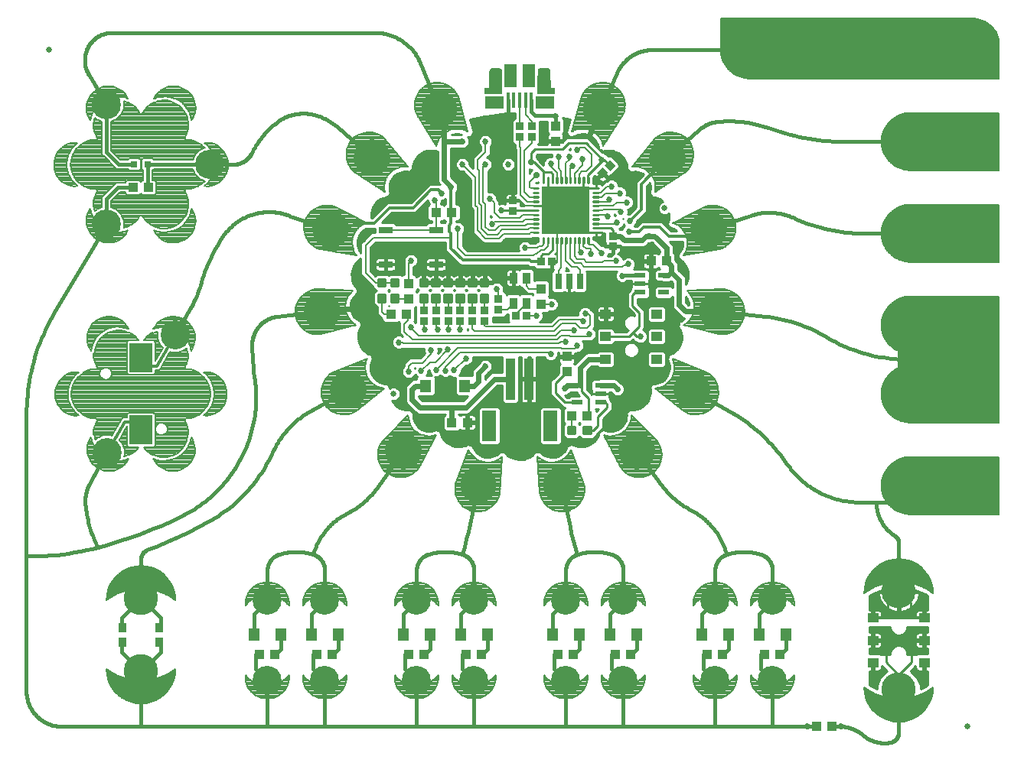
<source format=gtl>
G75*
%MOIN*%
%OFA0B0*%
%FSLAX25Y25*%
%IPPOS*%
%LPD*%
%AMOC8*
5,1,8,0,0,1.08239X$1,22.5*
%
%ADD10R,0.04724X0.02165*%
%ADD11C,0.01181*%
%ADD12R,0.04331X0.03937*%
%ADD13R,0.04528X0.03937*%
%ADD14R,0.06000X0.03000*%
%ADD15R,0.03937X0.04331*%
%ADD16R,0.03543X0.03346*%
%ADD17R,0.03346X0.03543*%
%ADD18R,0.02756X0.06693*%
%ADD19C,0.02500*%
%ADD20R,0.05000X0.05787*%
%ADD21C,0.01004*%
%ADD22R,0.05906X0.05906*%
%ADD23R,0.20866X0.20866*%
%ADD24C,0.16000*%
%ADD25C,0.00800*%
%ADD26R,0.01575X0.06890*%
%ADD27R,0.07874X0.05748*%
%ADD28R,0.05610X0.09843*%
%ADD29C,0.00315*%
%ADD30C,0.03937*%
%ADD31C,0.04331*%
%ADD32R,0.03937X0.18110*%
%ADD33R,0.06299X0.13386*%
%ADD34C,0.12661*%
%ADD35R,0.09843X0.12598*%
%ADD36R,0.03150X0.03150*%
%ADD37R,0.04724X0.05512*%
%ADD38C,0.15000*%
%ADD39C,0.00500*%
%ADD40C,0.20000*%
%ADD41R,0.03543X0.03937*%
%ADD42R,0.03543X0.04724*%
%ADD43C,0.01000*%
%ADD44C,0.02700*%
%ADD45C,0.02400*%
%ADD46C,0.01600*%
%ADD47C,0.01200*%
%ADD48C,0.02900*%
D10*
X0287477Y0427660D03*
X0287477Y0435140D03*
X0297714Y0435140D03*
X0297714Y0431400D03*
X0297714Y0427660D03*
X0314977Y0475660D03*
X0314977Y0479400D03*
X0314977Y0483140D03*
X0325214Y0483140D03*
X0325214Y0475660D03*
D11*
X0290670Y0416778D02*
X0290670Y0414022D01*
X0290670Y0416778D02*
X0293426Y0416778D01*
X0293426Y0414022D01*
X0290670Y0414022D01*
X0290670Y0415202D02*
X0293426Y0415202D01*
X0293426Y0416382D02*
X0290670Y0416382D01*
X0283764Y0416778D02*
X0283764Y0414022D01*
X0283764Y0416778D02*
X0286520Y0416778D01*
X0286520Y0414022D01*
X0283764Y0414022D01*
X0283764Y0415202D02*
X0286520Y0415202D01*
X0286520Y0416382D02*
X0283764Y0416382D01*
X0248661Y0471569D02*
X0245905Y0471569D01*
X0245905Y0474325D01*
X0248661Y0474325D01*
X0248661Y0471569D01*
X0248661Y0472749D02*
X0245905Y0472749D01*
X0245905Y0473929D02*
X0248661Y0473929D01*
X0248661Y0478475D02*
X0245905Y0478475D01*
X0245905Y0481231D01*
X0248661Y0481231D01*
X0248661Y0478475D01*
X0248661Y0479655D02*
X0245905Y0479655D01*
X0245905Y0480835D02*
X0248661Y0480835D01*
X0243348Y0478475D02*
X0240592Y0478475D01*
X0240592Y0481231D01*
X0243348Y0481231D01*
X0243348Y0478475D01*
X0243348Y0479655D02*
X0240592Y0479655D01*
X0240592Y0480835D02*
X0243348Y0480835D01*
X0243348Y0471569D02*
X0240592Y0471569D01*
X0240592Y0474325D01*
X0243348Y0474325D01*
X0243348Y0471569D01*
X0243348Y0472749D02*
X0240592Y0472749D01*
X0240592Y0473929D02*
X0243348Y0473929D01*
X0238036Y0471569D02*
X0235280Y0471569D01*
X0235280Y0474325D01*
X0238036Y0474325D01*
X0238036Y0471569D01*
X0238036Y0472749D02*
X0235280Y0472749D01*
X0235280Y0473929D02*
X0238036Y0473929D01*
X0238036Y0478475D02*
X0235280Y0478475D01*
X0235280Y0481231D01*
X0238036Y0481231D01*
X0238036Y0478475D01*
X0238036Y0479655D02*
X0235280Y0479655D01*
X0235280Y0480835D02*
X0238036Y0480835D01*
X0232723Y0478475D02*
X0229967Y0478475D01*
X0229967Y0481231D01*
X0232723Y0481231D01*
X0232723Y0478475D01*
X0232723Y0479655D02*
X0229967Y0479655D01*
X0229967Y0480835D02*
X0232723Y0480835D01*
X0232723Y0471569D02*
X0229967Y0471569D01*
X0229967Y0474325D01*
X0232723Y0474325D01*
X0232723Y0471569D01*
X0232723Y0472749D02*
X0229967Y0472749D01*
X0229967Y0473929D02*
X0232723Y0473929D01*
X0227411Y0471569D02*
X0224655Y0471569D01*
X0224655Y0474325D01*
X0227411Y0474325D01*
X0227411Y0471569D01*
X0227411Y0472749D02*
X0224655Y0472749D01*
X0224655Y0473929D02*
X0227411Y0473929D01*
X0227411Y0478475D02*
X0224655Y0478475D01*
X0224655Y0481231D01*
X0227411Y0481231D01*
X0227411Y0478475D01*
X0227411Y0479655D02*
X0224655Y0479655D01*
X0224655Y0480835D02*
X0227411Y0480835D01*
X0222098Y0478475D02*
X0219342Y0478475D01*
X0219342Y0481231D01*
X0222098Y0481231D01*
X0222098Y0478475D01*
X0222098Y0479655D02*
X0219342Y0479655D01*
X0219342Y0480835D02*
X0222098Y0480835D01*
X0222098Y0471569D02*
X0219342Y0471569D01*
X0219342Y0474325D01*
X0222098Y0474325D01*
X0222098Y0471569D01*
X0222098Y0472749D02*
X0219342Y0472749D01*
X0219342Y0473929D02*
X0222098Y0473929D01*
X0209598Y0474325D02*
X0206842Y0474325D01*
X0209598Y0474325D02*
X0209598Y0471569D01*
X0206842Y0471569D01*
X0206842Y0474325D01*
X0206842Y0472749D02*
X0209598Y0472749D01*
X0209598Y0473929D02*
X0206842Y0473929D01*
X0203973Y0474325D02*
X0201217Y0474325D01*
X0203973Y0474325D02*
X0203973Y0471569D01*
X0201217Y0471569D01*
X0201217Y0474325D01*
X0201217Y0472749D02*
X0203973Y0472749D01*
X0203973Y0473929D02*
X0201217Y0473929D01*
X0201217Y0481231D02*
X0203973Y0481231D01*
X0203973Y0478475D01*
X0201217Y0478475D01*
X0201217Y0481231D01*
X0201217Y0479655D02*
X0203973Y0479655D01*
X0203973Y0480835D02*
X0201217Y0480835D01*
X0206842Y0481231D02*
X0209598Y0481231D01*
X0209598Y0478475D01*
X0206842Y0478475D01*
X0206842Y0481231D01*
X0206842Y0479655D02*
X0209598Y0479655D01*
X0209598Y0480835D02*
X0206842Y0480835D01*
D12*
X0206436Y0466087D03*
X0213129Y0466087D03*
X0226155Y0510306D03*
X0232848Y0510306D03*
X0285249Y0421900D03*
X0291942Y0421900D03*
X0319749Y0489400D03*
X0326442Y0489400D03*
X0239692Y0418900D03*
X0232999Y0418900D03*
X0239249Y0317650D03*
X0245942Y0317650D03*
X0220942Y0317650D03*
X0214249Y0317650D03*
X0180942Y0317650D03*
X0174249Y0317650D03*
X0155942Y0317650D03*
X0149249Y0317650D03*
X0279249Y0317650D03*
X0285942Y0317650D03*
X0304249Y0317650D03*
X0310942Y0317650D03*
X0344249Y0317650D03*
X0350942Y0317650D03*
X0369249Y0317650D03*
X0375942Y0317650D03*
X0391749Y0286400D03*
X0398442Y0286400D03*
X0100942Y0521400D03*
X0094249Y0521400D03*
D13*
X0299973Y0466243D03*
X0299973Y0456400D03*
X0299973Y0446557D03*
X0322217Y0446557D03*
X0322217Y0456400D03*
X0322217Y0466243D03*
X0416473Y0333743D03*
X0416473Y0323900D03*
X0416473Y0314057D03*
X0438717Y0314057D03*
X0438717Y0323900D03*
X0438717Y0333743D03*
D14*
X0226095Y0487900D03*
X0226095Y0502900D03*
X0204095Y0502900D03*
X0204095Y0487900D03*
D15*
X0214158Y0479434D03*
X0214158Y0472741D03*
X0271970Y0470554D03*
X0271970Y0477246D03*
X0283095Y0447746D03*
X0283095Y0441054D03*
X0278095Y0541554D03*
X0278095Y0548246D03*
D16*
X0267845Y0548058D03*
X0267845Y0543492D03*
X0262658Y0543492D03*
X0262658Y0548058D03*
X0259595Y0515683D03*
X0259595Y0511117D03*
X0253220Y0472746D03*
X0253220Y0468179D03*
X0247283Y0467746D03*
X0247283Y0463179D03*
X0241970Y0463179D03*
X0241970Y0467746D03*
X0236658Y0467746D03*
X0236658Y0463179D03*
X0231345Y0463179D03*
X0231345Y0467746D03*
X0226033Y0467746D03*
X0226033Y0463179D03*
X0220720Y0463179D03*
X0220720Y0467746D03*
X0303095Y0495617D03*
X0303095Y0500183D03*
D17*
G36*
X0301040Y0527654D02*
X0298674Y0525288D01*
X0296170Y0527792D01*
X0298536Y0530158D01*
X0301040Y0527654D01*
G37*
G36*
X0304270Y0530883D02*
X0301904Y0528517D01*
X0299400Y0531021D01*
X0301766Y0533387D01*
X0304270Y0530883D01*
G37*
X0276379Y0489088D03*
X0271812Y0489088D03*
X0265504Y0465462D03*
X0260937Y0465462D03*
D18*
X0279371Y0480400D03*
X0284095Y0480400D03*
X0288820Y0480400D03*
D19*
X0325658Y0512337D03*
X0207595Y0431400D03*
X0057595Y0581400D03*
X0457595Y0286400D03*
D20*
X0238560Y0434900D03*
X0221631Y0434900D03*
D21*
X0268386Y0501636D02*
X0270532Y0501636D01*
X0268386Y0501636D02*
X0268386Y0501812D01*
X0270532Y0501812D01*
X0270532Y0501636D01*
X0270532Y0503604D02*
X0268386Y0503604D01*
X0268386Y0503780D01*
X0270532Y0503780D01*
X0270532Y0503604D01*
X0270532Y0505490D02*
X0268386Y0505490D01*
X0268386Y0505666D01*
X0270532Y0505666D01*
X0270532Y0505490D01*
X0270532Y0507458D02*
X0268386Y0507458D01*
X0268386Y0507634D01*
X0270532Y0507634D01*
X0270532Y0507458D01*
X0270532Y0509343D02*
X0268386Y0509343D01*
X0268386Y0509519D01*
X0270532Y0509519D01*
X0270532Y0509343D01*
X0270532Y0511488D02*
X0268386Y0511488D01*
X0270532Y0511488D02*
X0270532Y0511312D01*
X0268386Y0511312D01*
X0268386Y0511488D01*
X0268386Y0513457D02*
X0270532Y0513457D01*
X0270532Y0513281D01*
X0268386Y0513281D01*
X0268386Y0513457D01*
X0268386Y0515342D02*
X0270532Y0515342D01*
X0270532Y0515166D01*
X0268386Y0515166D01*
X0268386Y0515342D01*
X0268386Y0517310D02*
X0270532Y0517310D01*
X0270532Y0517134D01*
X0268386Y0517134D01*
X0268386Y0517310D01*
X0268386Y0519196D02*
X0270532Y0519196D01*
X0270532Y0519020D01*
X0268386Y0519020D01*
X0268386Y0519196D01*
X0268386Y0521164D02*
X0270532Y0521164D01*
X0270532Y0520988D01*
X0268386Y0520988D01*
X0268386Y0521164D01*
X0272831Y0523463D02*
X0272831Y0525609D01*
X0273007Y0525609D01*
X0273007Y0523463D01*
X0272831Y0523463D01*
X0272831Y0524466D02*
X0273007Y0524466D01*
X0273007Y0525469D02*
X0272831Y0525469D01*
X0274800Y0525609D02*
X0274800Y0523463D01*
X0274800Y0525609D02*
X0274976Y0525609D01*
X0274976Y0523463D01*
X0274800Y0523463D01*
X0274800Y0524466D02*
X0274976Y0524466D01*
X0274976Y0525469D02*
X0274800Y0525469D01*
X0276685Y0525609D02*
X0276685Y0523463D01*
X0276685Y0525609D02*
X0276861Y0525609D01*
X0276861Y0523463D01*
X0276685Y0523463D01*
X0276685Y0524466D02*
X0276861Y0524466D01*
X0276861Y0525469D02*
X0276685Y0525469D01*
X0278653Y0525609D02*
X0278653Y0523463D01*
X0278653Y0525609D02*
X0278829Y0525609D01*
X0278829Y0523463D01*
X0278653Y0523463D01*
X0278653Y0524466D02*
X0278829Y0524466D01*
X0278829Y0525469D02*
X0278653Y0525469D01*
X0280539Y0525609D02*
X0280539Y0523463D01*
X0280539Y0525609D02*
X0280715Y0525609D01*
X0280715Y0523463D01*
X0280539Y0523463D01*
X0280539Y0524466D02*
X0280715Y0524466D01*
X0280715Y0525469D02*
X0280539Y0525469D01*
X0282683Y0525609D02*
X0282683Y0523463D01*
X0282507Y0523463D01*
X0282507Y0525609D01*
X0282683Y0525609D01*
X0282683Y0524466D02*
X0282507Y0524466D01*
X0282507Y0525469D02*
X0282683Y0525469D01*
X0284652Y0525609D02*
X0284652Y0523463D01*
X0284476Y0523463D01*
X0284476Y0525609D01*
X0284652Y0525609D01*
X0284652Y0524466D02*
X0284476Y0524466D01*
X0284476Y0525469D02*
X0284652Y0525469D01*
X0286537Y0525609D02*
X0286537Y0523463D01*
X0286361Y0523463D01*
X0286361Y0525609D01*
X0286537Y0525609D01*
X0286537Y0524466D02*
X0286361Y0524466D01*
X0286361Y0525469D02*
X0286537Y0525469D01*
X0288505Y0525609D02*
X0288505Y0523463D01*
X0288329Y0523463D01*
X0288329Y0525609D01*
X0288505Y0525609D01*
X0288505Y0524466D02*
X0288329Y0524466D01*
X0288329Y0525469D02*
X0288505Y0525469D01*
X0290391Y0525609D02*
X0290391Y0523463D01*
X0290215Y0523463D01*
X0290215Y0525609D01*
X0290391Y0525609D01*
X0290391Y0524466D02*
X0290215Y0524466D01*
X0290215Y0525469D02*
X0290391Y0525469D01*
X0292359Y0525609D02*
X0292359Y0523463D01*
X0292183Y0523463D01*
X0292183Y0525609D01*
X0292359Y0525609D01*
X0292359Y0524466D02*
X0292183Y0524466D01*
X0292183Y0525469D02*
X0292359Y0525469D01*
X0294658Y0521164D02*
X0296804Y0521164D01*
X0296804Y0520988D01*
X0294658Y0520988D01*
X0294658Y0521164D01*
X0294658Y0519196D02*
X0296804Y0519196D01*
X0296804Y0519020D01*
X0294658Y0519020D01*
X0294658Y0519196D01*
X0294658Y0517310D02*
X0296804Y0517310D01*
X0296804Y0517134D01*
X0294658Y0517134D01*
X0294658Y0517310D01*
X0294658Y0515342D02*
X0296804Y0515342D01*
X0296804Y0515166D01*
X0294658Y0515166D01*
X0294658Y0515342D01*
X0294658Y0513457D02*
X0296804Y0513457D01*
X0296804Y0513281D01*
X0294658Y0513281D01*
X0294658Y0513457D01*
X0294658Y0511312D02*
X0296804Y0511312D01*
X0294658Y0511312D02*
X0294658Y0511488D01*
X0296804Y0511488D01*
X0296804Y0511312D01*
X0296804Y0509343D02*
X0294658Y0509343D01*
X0294658Y0509519D01*
X0296804Y0509519D01*
X0296804Y0509343D01*
X0296804Y0507458D02*
X0294658Y0507458D01*
X0294658Y0507634D01*
X0296804Y0507634D01*
X0296804Y0507458D01*
X0296804Y0505490D02*
X0294658Y0505490D01*
X0294658Y0505666D01*
X0296804Y0505666D01*
X0296804Y0505490D01*
X0296804Y0503604D02*
X0294658Y0503604D01*
X0294658Y0503780D01*
X0296804Y0503780D01*
X0296804Y0503604D01*
X0296804Y0501636D02*
X0294658Y0501636D01*
X0294658Y0501812D01*
X0296804Y0501812D01*
X0296804Y0501636D01*
X0292359Y0499337D02*
X0292359Y0497191D01*
X0292183Y0497191D01*
X0292183Y0499337D01*
X0292359Y0499337D01*
X0292359Y0498194D02*
X0292183Y0498194D01*
X0292183Y0499197D02*
X0292359Y0499197D01*
X0290391Y0499337D02*
X0290391Y0497191D01*
X0290215Y0497191D01*
X0290215Y0499337D01*
X0290391Y0499337D01*
X0290391Y0498194D02*
X0290215Y0498194D01*
X0290215Y0499197D02*
X0290391Y0499197D01*
X0288505Y0499337D02*
X0288505Y0497191D01*
X0288329Y0497191D01*
X0288329Y0499337D01*
X0288505Y0499337D01*
X0288505Y0498194D02*
X0288329Y0498194D01*
X0288329Y0499197D02*
X0288505Y0499197D01*
X0286537Y0499337D02*
X0286537Y0497191D01*
X0286361Y0497191D01*
X0286361Y0499337D01*
X0286537Y0499337D01*
X0286537Y0498194D02*
X0286361Y0498194D01*
X0286361Y0499197D02*
X0286537Y0499197D01*
X0284652Y0499337D02*
X0284652Y0497191D01*
X0284476Y0497191D01*
X0284476Y0499337D01*
X0284652Y0499337D01*
X0284652Y0498194D02*
X0284476Y0498194D01*
X0284476Y0499197D02*
X0284652Y0499197D01*
X0282507Y0499337D02*
X0282507Y0497191D01*
X0282507Y0499337D02*
X0282683Y0499337D01*
X0282683Y0497191D01*
X0282507Y0497191D01*
X0282507Y0498194D02*
X0282683Y0498194D01*
X0282683Y0499197D02*
X0282507Y0499197D01*
X0280539Y0499337D02*
X0280539Y0497191D01*
X0280539Y0499337D02*
X0280715Y0499337D01*
X0280715Y0497191D01*
X0280539Y0497191D01*
X0280539Y0498194D02*
X0280715Y0498194D01*
X0280715Y0499197D02*
X0280539Y0499197D01*
X0278653Y0499337D02*
X0278653Y0497191D01*
X0278653Y0499337D02*
X0278829Y0499337D01*
X0278829Y0497191D01*
X0278653Y0497191D01*
X0278653Y0498194D02*
X0278829Y0498194D01*
X0278829Y0499197D02*
X0278653Y0499197D01*
X0276685Y0499337D02*
X0276685Y0497191D01*
X0276685Y0499337D02*
X0276861Y0499337D01*
X0276861Y0497191D01*
X0276685Y0497191D01*
X0276685Y0498194D02*
X0276861Y0498194D01*
X0276861Y0499197D02*
X0276685Y0499197D01*
X0274800Y0499337D02*
X0274800Y0497191D01*
X0274800Y0499337D02*
X0274976Y0499337D01*
X0274976Y0497191D01*
X0274800Y0497191D01*
X0274800Y0498194D02*
X0274976Y0498194D01*
X0274976Y0499197D02*
X0274800Y0499197D01*
X0272831Y0499337D02*
X0272831Y0497191D01*
X0272831Y0499337D02*
X0273007Y0499337D01*
X0273007Y0497191D01*
X0272831Y0497191D01*
X0272831Y0498194D02*
X0273007Y0498194D01*
X0273007Y0499197D02*
X0272831Y0499197D01*
D22*
X0277674Y0516321D03*
D23*
X0282595Y0511400D03*
D24*
X0297777Y0555422D03*
X0326877Y0534281D03*
X0344853Y0503134D03*
X0348618Y0467362D03*
X0337503Y0433149D03*
X0313436Y0406426D03*
X0280581Y0391796D03*
X0244610Y0391796D03*
X0211755Y0406426D03*
X0187687Y0433149D03*
X0176573Y0467362D03*
X0180337Y0503134D03*
X0198313Y0534281D03*
X0227413Y0555422D03*
D25*
X0219202Y0550662D02*
X0238570Y0550662D01*
X0238349Y0551460D02*
X0218693Y0551460D01*
X0218184Y0552259D02*
X0238128Y0552259D01*
X0237907Y0553057D02*
X0217698Y0553057D01*
X0217733Y0552965D02*
X0226296Y0539540D01*
X0226687Y0540946D01*
X0227298Y0542272D01*
X0228112Y0543484D01*
X0229109Y0544550D01*
X0230263Y0545444D01*
X0231545Y0546143D01*
X0232921Y0546628D01*
X0234358Y0546888D01*
X0235817Y0546915D01*
X0237263Y0546709D01*
X0238657Y0546275D01*
X0239964Y0545625D01*
X0235716Y0560972D01*
X0234992Y0562371D01*
X0234057Y0563640D01*
X0232936Y0564746D01*
X0231655Y0565664D01*
X0230246Y0566370D01*
X0228745Y0566847D01*
X0227187Y0567084D01*
X0225611Y0567073D01*
X0224056Y0566817D01*
X0222561Y0566320D01*
X0221192Y0565541D01*
X0219961Y0564557D01*
X0218899Y0563393D01*
X0218032Y0562078D01*
X0217382Y0560642D01*
X0216964Y0559123D01*
X0216789Y0557557D01*
X0216861Y0555983D01*
X0217178Y0554440D01*
X0217733Y0552965D01*
X0217398Y0553856D02*
X0237686Y0553856D01*
X0237465Y0554654D02*
X0217134Y0554654D01*
X0216970Y0555453D02*
X0237244Y0555453D01*
X0237023Y0556251D02*
X0216849Y0556251D01*
X0216812Y0557050D02*
X0236802Y0557050D01*
X0236581Y0557848D02*
X0216821Y0557848D01*
X0216910Y0558647D02*
X0236360Y0558647D01*
X0236139Y0559445D02*
X0217052Y0559445D01*
X0217272Y0560244D02*
X0235918Y0560244D01*
X0235680Y0561042D02*
X0217563Y0561042D01*
X0217925Y0561841D02*
X0235266Y0561841D01*
X0234794Y0562639D02*
X0218402Y0562639D01*
X0218939Y0563438D02*
X0234206Y0563438D01*
X0233453Y0564236D02*
X0219668Y0564236D01*
X0220558Y0565035D02*
X0232533Y0565035D01*
X0231318Y0565833D02*
X0221705Y0565833D01*
X0223500Y0566632D02*
X0229423Y0566632D01*
X0238791Y0549863D02*
X0219712Y0549863D01*
X0220221Y0549065D02*
X0239012Y0549065D01*
X0239233Y0548266D02*
X0220730Y0548266D01*
X0221240Y0547468D02*
X0239454Y0547468D01*
X0239674Y0546669D02*
X0237390Y0546669D01*
X0239469Y0545870D02*
X0239895Y0545870D01*
X0233148Y0546669D02*
X0221749Y0546669D01*
X0222258Y0545870D02*
X0231045Y0545870D01*
X0229782Y0545072D02*
X0222768Y0545072D01*
X0223277Y0544273D02*
X0228850Y0544273D01*
X0228106Y0543475D02*
X0223786Y0543475D01*
X0224296Y0542676D02*
X0227569Y0542676D01*
X0227116Y0541878D02*
X0224805Y0541878D01*
X0225314Y0541079D02*
X0226749Y0541079D01*
X0226502Y0540281D02*
X0225823Y0540281D01*
X0213763Y0530435D02*
X0203641Y0542728D01*
X0202410Y0543712D01*
X0201040Y0544490D01*
X0199565Y0545045D01*
X0198022Y0545363D01*
X0196448Y0545435D01*
X0194882Y0545260D01*
X0193363Y0544842D01*
X0191928Y0544192D01*
X0190612Y0543325D01*
X0189448Y0542263D01*
X0188513Y0540994D01*
X0187789Y0539595D01*
X0187292Y0538100D01*
X0187036Y0536545D01*
X0187025Y0534970D01*
X0187261Y0533412D01*
X0187738Y0531910D01*
X0188445Y0530502D01*
X0189362Y0529221D01*
X0190469Y0528099D01*
X0203753Y0519317D01*
X0203538Y0520761D01*
X0203556Y0522221D01*
X0203807Y0523659D01*
X0204284Y0525039D01*
X0204974Y0526325D01*
X0205861Y0527484D01*
X0206922Y0528488D01*
X0208129Y0529309D01*
X0209451Y0529927D01*
X0210855Y0530327D01*
X0212305Y0530498D01*
X0213763Y0530435D01*
X0213546Y0530699D02*
X0188346Y0530699D01*
X0187945Y0531497D02*
X0212889Y0531497D01*
X0212231Y0532296D02*
X0187616Y0532296D01*
X0187362Y0533094D02*
X0211574Y0533094D01*
X0210916Y0533893D02*
X0187189Y0533893D01*
X0187067Y0534691D02*
X0210259Y0534691D01*
X0209601Y0535490D02*
X0187029Y0535490D01*
X0187034Y0536288D02*
X0208944Y0536288D01*
X0208286Y0537087D02*
X0187125Y0537087D01*
X0187257Y0537885D02*
X0207628Y0537885D01*
X0206971Y0538684D02*
X0187486Y0538684D01*
X0187751Y0539482D02*
X0206313Y0539482D01*
X0205656Y0540281D02*
X0188144Y0540281D01*
X0188576Y0541079D02*
X0204998Y0541079D01*
X0204341Y0541878D02*
X0189164Y0541878D01*
X0189901Y0542676D02*
X0203683Y0542676D01*
X0202706Y0543475D02*
X0190839Y0543475D01*
X0192108Y0544273D02*
X0201422Y0544273D01*
X0199436Y0545072D02*
X0194199Y0545072D01*
X0188875Y0529900D02*
X0209393Y0529900D01*
X0207824Y0529102D02*
X0189480Y0529102D01*
X0190268Y0528303D02*
X0206727Y0528303D01*
X0205883Y0527505D02*
X0191368Y0527505D01*
X0192576Y0526706D02*
X0205266Y0526706D01*
X0204750Y0525908D02*
X0193784Y0525908D01*
X0194992Y0525109D02*
X0204322Y0525109D01*
X0204032Y0524311D02*
X0196200Y0524311D01*
X0197407Y0523512D02*
X0203781Y0523512D01*
X0203642Y0522714D02*
X0198615Y0522714D01*
X0199823Y0521915D02*
X0203552Y0521915D01*
X0203542Y0521117D02*
X0201031Y0521117D01*
X0202239Y0520318D02*
X0203604Y0520318D01*
X0203723Y0519520D02*
X0203447Y0519520D01*
X0196016Y0505904D02*
X0181769Y0513017D01*
X0180244Y0513415D01*
X0178676Y0513570D01*
X0177103Y0513477D01*
X0175564Y0513139D01*
X0174097Y0512565D01*
X0172738Y0511768D01*
X0171520Y0510768D01*
X0170473Y0509590D01*
X0169624Y0508263D01*
X0168992Y0506820D01*
X0168655Y0505281D01*
X0168562Y0503708D01*
X0168716Y0502140D01*
X0169114Y0500615D01*
X0169746Y0499172D01*
X0170595Y0497845D01*
X0171641Y0496667D01*
X0172859Y0495667D01*
X0174219Y0494870D01*
X0175686Y0494296D01*
X0191393Y0491676D01*
X0190610Y0492908D01*
X0190033Y0494249D01*
X0189677Y0495664D01*
X0189551Y0497119D01*
X0189659Y0498575D01*
X0189998Y0499995D01*
X0190558Y0501343D01*
X0191327Y0502584D01*
X0192283Y0503687D01*
X0193403Y0504623D01*
X0194658Y0505368D01*
X0196016Y0505904D01*
X0195935Y0505945D02*
X0168800Y0505945D01*
X0168647Y0505146D02*
X0194285Y0505146D01*
X0193075Y0504348D02*
X0168600Y0504348D01*
X0168577Y0503549D02*
X0192164Y0503549D01*
X0191472Y0502751D02*
X0168656Y0502751D01*
X0168765Y0501952D02*
X0190936Y0501952D01*
X0190480Y0501154D02*
X0168974Y0501154D01*
X0169228Y0500355D02*
X0190148Y0500355D01*
X0189893Y0499557D02*
X0169577Y0499557D01*
X0170010Y0498758D02*
X0189703Y0498758D01*
X0189614Y0497960D02*
X0170521Y0497960D01*
X0171202Y0497161D02*
X0189554Y0497161D01*
X0189617Y0496363D02*
X0172012Y0496363D01*
X0173035Y0495564D02*
X0189702Y0495564D01*
X0189903Y0494766D02*
X0174486Y0494766D01*
X0177656Y0493967D02*
X0190154Y0493967D01*
X0190497Y0493169D02*
X0182444Y0493169D01*
X0187231Y0492370D02*
X0190952Y0492370D01*
X0195408Y0496087D02*
X0198845Y0499525D01*
X0232595Y0499525D01*
X0235595Y0503462D02*
X0235595Y0494962D01*
X0238845Y0491712D01*
X0268533Y0491712D01*
X0269158Y0492337D01*
X0269939Y0492337D01*
X0271720Y0494119D01*
X0273314Y0494119D01*
X0274888Y0495692D01*
X0274888Y0498264D01*
X0272919Y0498264D02*
X0272919Y0496411D01*
X0272283Y0495775D01*
X0270876Y0495775D01*
X0270220Y0495119D01*
X0264908Y0495119D01*
X0266814Y0501244D02*
X0256345Y0501244D01*
X0256344Y0501245D01*
X0255565Y0501245D01*
X0253533Y0499212D01*
X0247595Y0499212D01*
X0244158Y0502650D01*
X0244158Y0512650D01*
X0243220Y0513587D01*
X0243220Y0525775D01*
X0237595Y0531400D01*
X0237595Y0530900D01*
X0244158Y0529525D02*
X0244939Y0528744D01*
X0244939Y0514369D01*
X0245876Y0513431D01*
X0245876Y0503431D01*
X0248376Y0500931D01*
X0252751Y0500931D01*
X0254783Y0502962D01*
X0266033Y0502962D01*
X0266596Y0503526D01*
X0266763Y0503692D01*
X0269459Y0503692D01*
X0269459Y0505578D02*
X0265835Y0505578D01*
X0264939Y0504681D01*
X0254001Y0504681D01*
X0251970Y0502650D01*
X0249158Y0502650D01*
X0247595Y0504212D01*
X0247595Y0514212D01*
X0246658Y0515150D01*
X0246658Y0530463D01*
X0247595Y0531400D01*
X0244158Y0533275D02*
X0247595Y0536713D01*
X0247595Y0541400D01*
X0244158Y0533275D02*
X0244158Y0529525D01*
X0249595Y0516400D02*
X0251345Y0514650D01*
X0251345Y0510462D01*
X0253689Y0508119D01*
X0262595Y0508119D01*
X0263908Y0509431D01*
X0263908Y0509431D01*
X0269459Y0509431D01*
X0269459Y0507546D02*
X0264991Y0507546D01*
X0263845Y0506400D01*
X0251408Y0506400D01*
X0250533Y0505525D01*
X0259595Y0515683D02*
X0262312Y0515683D01*
X0264627Y0513369D01*
X0269459Y0513369D01*
X0269459Y0515254D02*
X0265741Y0515254D01*
X0262814Y0518181D01*
X0262814Y0538838D01*
X0262658Y0538994D01*
X0262658Y0543492D01*
X0262658Y0548058D02*
X0262595Y0548121D01*
X0262595Y0549681D01*
X0262471Y0549805D01*
X0262471Y0559598D01*
X0265030Y0559598D02*
X0265030Y0553027D01*
X0267845Y0550213D01*
X0267845Y0548058D01*
X0267845Y0543492D02*
X0267845Y0540713D01*
X0264626Y0537494D01*
X0264626Y0519369D01*
X0266773Y0517222D01*
X0269459Y0517222D01*
X0269459Y0521076D02*
X0267450Y0521076D01*
X0266970Y0521556D01*
X0266970Y0523900D01*
X0269783Y0526713D01*
X0269783Y0526609D01*
X0276033Y0530463D02*
X0278741Y0527754D01*
X0278741Y0524536D01*
X0280627Y0524536D02*
X0280627Y0528525D01*
X0279470Y0529681D01*
X0279470Y0534838D01*
X0282595Y0532025D02*
X0282595Y0524536D01*
X0284564Y0524536D02*
X0284564Y0529931D01*
X0285408Y0530775D01*
X0284158Y0533588D02*
X0284158Y0534838D01*
X0284158Y0533588D02*
X0282595Y0532025D01*
X0286449Y0527598D02*
X0286449Y0524536D01*
X0288417Y0524536D02*
X0288417Y0527222D01*
X0289470Y0528275D01*
X0291345Y0528275D01*
X0293845Y0530775D01*
X0293845Y0535775D01*
X0290720Y0538900D01*
X0288845Y0538900D01*
X0287595Y0537650D01*
X0289845Y0533650D02*
X0289845Y0530994D01*
X0286449Y0527598D01*
X0290469Y0521243D02*
X0290469Y0513400D01*
X0274095Y0513400D01*
X0274064Y0513369D02*
X0275095Y0513369D01*
X0275095Y0519900D01*
X0276033Y0530463D02*
X0276033Y0531713D01*
X0285227Y0545625D02*
X0289474Y0560972D01*
X0290199Y0562371D01*
X0291133Y0563640D01*
X0292255Y0564746D01*
X0293536Y0565664D01*
X0294944Y0566370D01*
X0296446Y0566847D01*
X0298004Y0567083D01*
X0299579Y0567073D01*
X0301134Y0566817D01*
X0302629Y0566320D01*
X0303999Y0565541D01*
X0305230Y0564557D01*
X0306292Y0563393D01*
X0307159Y0562078D01*
X0307809Y0560642D01*
X0308227Y0559123D01*
X0308402Y0557557D01*
X0308330Y0555983D01*
X0308012Y0554440D01*
X0307457Y0552965D01*
X0298894Y0539540D01*
X0298503Y0540946D01*
X0297892Y0542272D01*
X0297078Y0543484D01*
X0296082Y0544550D01*
X0294928Y0545444D01*
X0293646Y0546143D01*
X0292269Y0546628D01*
X0290832Y0546888D01*
X0289373Y0546915D01*
X0287928Y0546709D01*
X0286534Y0546275D01*
X0285227Y0545625D01*
X0285295Y0545870D02*
X0285721Y0545870D01*
X0285516Y0546669D02*
X0287800Y0546669D01*
X0285737Y0547468D02*
X0303951Y0547468D01*
X0304460Y0548266D02*
X0285958Y0548266D01*
X0286179Y0549065D02*
X0304969Y0549065D01*
X0305479Y0549863D02*
X0286400Y0549863D01*
X0286621Y0550662D02*
X0305988Y0550662D01*
X0306497Y0551460D02*
X0286842Y0551460D01*
X0287063Y0552259D02*
X0307006Y0552259D01*
X0307492Y0553057D02*
X0287284Y0553057D01*
X0287505Y0553856D02*
X0307792Y0553856D01*
X0308056Y0554654D02*
X0287726Y0554654D01*
X0287947Y0555453D02*
X0308220Y0555453D01*
X0308342Y0556251D02*
X0288168Y0556251D01*
X0288389Y0557050D02*
X0308378Y0557050D01*
X0308369Y0557848D02*
X0288610Y0557848D01*
X0288831Y0558647D02*
X0308280Y0558647D01*
X0308138Y0559445D02*
X0289052Y0559445D01*
X0289273Y0560244D02*
X0307919Y0560244D01*
X0307628Y0561042D02*
X0289510Y0561042D01*
X0289924Y0561841D02*
X0307266Y0561841D01*
X0306789Y0562639D02*
X0290396Y0562639D01*
X0290985Y0563438D02*
X0306251Y0563438D01*
X0305523Y0564236D02*
X0291738Y0564236D01*
X0292657Y0565035D02*
X0304632Y0565035D01*
X0303485Y0565833D02*
X0293873Y0565833D01*
X0295768Y0566632D02*
X0301690Y0566632D01*
X0303441Y0546669D02*
X0292042Y0546669D01*
X0294145Y0545870D02*
X0302932Y0545870D01*
X0302423Y0545072D02*
X0295408Y0545072D01*
X0296340Y0544273D02*
X0301913Y0544273D01*
X0301404Y0543475D02*
X0297084Y0543475D01*
X0297621Y0542676D02*
X0300895Y0542676D01*
X0300385Y0541878D02*
X0298074Y0541878D01*
X0298441Y0541079D02*
X0299876Y0541079D01*
X0299367Y0540281D02*
X0298688Y0540281D01*
X0311427Y0530435D02*
X0321550Y0542728D01*
X0322781Y0543712D01*
X0324150Y0544490D01*
X0325625Y0545045D01*
X0327168Y0545363D01*
X0328742Y0545435D01*
X0330308Y0545260D01*
X0331827Y0544842D01*
X0333263Y0544192D01*
X0334578Y0543325D01*
X0335742Y0542263D01*
X0336677Y0540994D01*
X0337401Y0539595D01*
X0337898Y0538100D01*
X0338155Y0536545D01*
X0338165Y0534970D01*
X0337929Y0533412D01*
X0337452Y0531910D01*
X0336746Y0530502D01*
X0335828Y0529221D01*
X0334721Y0528099D01*
X0321438Y0519317D01*
X0321652Y0520761D01*
X0321634Y0522221D01*
X0321383Y0523659D01*
X0320907Y0525039D01*
X0320216Y0526325D01*
X0319329Y0527484D01*
X0318268Y0528488D01*
X0317062Y0529309D01*
X0315739Y0529927D01*
X0314335Y0530327D01*
X0312886Y0530498D01*
X0311427Y0530435D01*
X0311644Y0530699D02*
X0336845Y0530699D01*
X0337245Y0531497D02*
X0312302Y0531497D01*
X0312959Y0532296D02*
X0337574Y0532296D01*
X0337828Y0533094D02*
X0313617Y0533094D01*
X0314274Y0533893D02*
X0338002Y0533893D01*
X0338123Y0534691D02*
X0314932Y0534691D01*
X0315589Y0535490D02*
X0338162Y0535490D01*
X0338157Y0536288D02*
X0316247Y0536288D01*
X0316904Y0537087D02*
X0338065Y0537087D01*
X0337934Y0537885D02*
X0317562Y0537885D01*
X0318219Y0538684D02*
X0337704Y0538684D01*
X0337439Y0539482D02*
X0318877Y0539482D01*
X0319534Y0540281D02*
X0337046Y0540281D01*
X0336614Y0541079D02*
X0320192Y0541079D01*
X0320849Y0541878D02*
X0336026Y0541878D01*
X0335289Y0542676D02*
X0321507Y0542676D01*
X0322484Y0543475D02*
X0334351Y0543475D01*
X0333082Y0544273D02*
X0323769Y0544273D01*
X0325755Y0545072D02*
X0330991Y0545072D01*
X0336315Y0529900D02*
X0315797Y0529900D01*
X0317366Y0529102D02*
X0335711Y0529102D01*
X0334923Y0528303D02*
X0318463Y0528303D01*
X0319307Y0527505D02*
X0333822Y0527505D01*
X0332614Y0526706D02*
X0319924Y0526706D01*
X0320440Y0525908D02*
X0331406Y0525908D01*
X0330198Y0525109D02*
X0320869Y0525109D01*
X0321158Y0524311D02*
X0328991Y0524311D01*
X0327783Y0523512D02*
X0321409Y0523512D01*
X0321548Y0522714D02*
X0326575Y0522714D01*
X0325367Y0521915D02*
X0321638Y0521915D01*
X0321648Y0521117D02*
X0324159Y0521117D01*
X0322952Y0520318D02*
X0321586Y0520318D01*
X0321468Y0519520D02*
X0321744Y0519520D01*
X0309095Y0514900D02*
X0304845Y0514900D01*
X0303314Y0513369D01*
X0295731Y0513369D01*
X0295731Y0515254D02*
X0300824Y0515254D01*
X0301658Y0516087D01*
X0300907Y0515337D01*
X0298261Y0517222D02*
X0299939Y0518900D01*
X0306095Y0518900D01*
X0302595Y0521900D02*
X0300595Y0521900D01*
X0297803Y0519108D01*
X0295731Y0519108D01*
X0295731Y0517222D02*
X0298261Y0517222D01*
X0298845Y0511712D02*
X0298533Y0511400D01*
X0295731Y0511400D01*
X0295731Y0509431D02*
X0300126Y0509431D01*
X0300783Y0508775D01*
X0298845Y0511712D02*
X0305720Y0511712D01*
X0306658Y0510775D01*
X0304845Y0506212D02*
X0304210Y0505578D01*
X0295731Y0505578D01*
X0292271Y0498264D02*
X0292271Y0497255D01*
X0293001Y0496525D01*
X0294470Y0496525D01*
X0298095Y0492900D01*
X0299095Y0489400D02*
X0298595Y0488900D01*
X0291595Y0488900D01*
X0290345Y0490150D01*
X0287595Y0490150D01*
X0286449Y0491296D01*
X0286449Y0498264D01*
X0284564Y0498264D02*
X0284564Y0490431D01*
X0286533Y0488462D01*
X0289033Y0488462D01*
X0290595Y0486900D01*
X0307283Y0486900D01*
X0307783Y0487400D01*
X0309220Y0487400D01*
X0309783Y0487962D01*
X0304470Y0489525D02*
X0304345Y0489400D01*
X0299095Y0489400D01*
X0293595Y0492400D02*
X0293595Y0494462D01*
X0293220Y0494837D01*
X0291345Y0494837D01*
X0290303Y0495880D01*
X0290303Y0498264D01*
X0288417Y0498264D02*
X0288417Y0493828D01*
X0289283Y0492962D01*
X0288501Y0493744D01*
X0293595Y0492900D02*
X0293595Y0492400D01*
X0287595Y0486712D02*
X0288820Y0485488D01*
X0288820Y0480400D01*
X0287595Y0486712D02*
X0285283Y0486712D01*
X0282595Y0489400D01*
X0282595Y0498264D01*
X0280627Y0498264D02*
X0280627Y0486306D01*
X0279371Y0485051D01*
X0279371Y0480400D01*
X0271970Y0477246D02*
X0266592Y0477246D01*
X0265449Y0478389D01*
X0265449Y0481912D01*
X0265449Y0470888D02*
X0265449Y0470661D01*
X0260937Y0466148D01*
X0260937Y0465462D01*
X0265504Y0465462D02*
X0269783Y0465462D01*
X0271970Y0470554D02*
X0276345Y0470554D01*
X0276345Y0470462D01*
X0279939Y0463744D02*
X0276814Y0460619D01*
X0247908Y0460619D01*
X0247283Y0461244D01*
X0247283Y0463179D01*
X0247283Y0467746D02*
X0247283Y0472947D01*
X0241970Y0472947D02*
X0241970Y0467746D01*
X0241970Y0463179D02*
X0241970Y0459837D01*
X0242908Y0458900D01*
X0277595Y0458900D01*
X0280720Y0462025D01*
X0286970Y0462025D01*
X0288845Y0460150D01*
X0291970Y0460150D01*
X0293220Y0461400D01*
X0293220Y0465462D01*
X0292283Y0466400D01*
X0291033Y0466400D01*
X0289314Y0463744D02*
X0290095Y0462962D01*
X0289314Y0463744D02*
X0279939Y0463744D01*
X0280408Y0459212D02*
X0278064Y0456869D01*
X0218376Y0456869D01*
X0215095Y0460150D01*
X0215095Y0460306D01*
X0212283Y0461869D02*
X0213845Y0463431D01*
X0213845Y0465371D01*
X0213129Y0466087D01*
X0212283Y0461869D02*
X0212283Y0458587D01*
X0215720Y0455150D01*
X0278845Y0455150D01*
X0280564Y0456869D01*
X0284158Y0456869D01*
X0284626Y0456400D01*
X0291970Y0456400D01*
X0292908Y0457337D01*
X0286033Y0459212D02*
X0280408Y0459212D01*
X0280408Y0454056D02*
X0282439Y0454056D01*
X0280408Y0454056D02*
X0279626Y0453275D01*
X0211970Y0453275D01*
X0211345Y0453900D01*
X0209783Y0453900D01*
X0206436Y0466087D02*
X0203533Y0466087D01*
X0202595Y0467025D01*
X0202595Y0472947D01*
X0208220Y0472947D02*
X0208426Y0472741D01*
X0214158Y0472741D01*
X0220720Y0472947D02*
X0220720Y0467746D01*
X0220720Y0463179D02*
X0220720Y0459994D01*
X0221189Y0459525D01*
X0226033Y0460462D02*
X0226970Y0459525D01*
X0226033Y0460462D02*
X0226033Y0463179D01*
X0226033Y0467746D02*
X0226033Y0472947D01*
X0231345Y0472947D02*
X0231345Y0467746D01*
X0231345Y0463179D02*
X0231345Y0459525D01*
X0236658Y0459525D02*
X0236658Y0463179D01*
X0236658Y0467746D02*
X0236658Y0472947D01*
X0252595Y0477025D02*
X0253220Y0476400D01*
X0253220Y0472746D01*
X0253220Y0468179D02*
X0257032Y0468179D01*
X0259741Y0470888D01*
X0275251Y0449525D02*
X0276033Y0448744D01*
X0275251Y0449525D02*
X0236501Y0449525D01*
X0230095Y0443119D01*
X0230095Y0441556D01*
X0234001Y0441619D02*
X0239158Y0446775D01*
X0239158Y0446869D01*
X0235595Y0451400D02*
X0226095Y0441900D01*
X0225720Y0445150D02*
X0223345Y0445150D01*
X0219595Y0441400D01*
X0220095Y0444837D02*
X0224001Y0448744D01*
X0224001Y0450462D01*
X0225720Y0445150D02*
X0231189Y0450619D01*
X0235595Y0451400D02*
X0280720Y0451400D01*
X0280876Y0451244D01*
X0286501Y0451244D01*
X0287595Y0452337D01*
X0285249Y0421900D02*
X0285249Y0415506D01*
X0285142Y0415400D01*
X0284975Y0407099D02*
X0284300Y0405804D01*
X0283427Y0404634D01*
X0282379Y0403618D01*
X0281183Y0402782D01*
X0279868Y0402148D01*
X0278469Y0401731D01*
X0277021Y0401543D01*
X0275562Y0401587D01*
X0274129Y0401864D01*
X0272758Y0402366D01*
X0271485Y0403080D01*
X0270341Y0403988D01*
X0271305Y0388093D01*
X0271723Y0386574D01*
X0272373Y0385139D01*
X0273240Y0383823D01*
X0274302Y0382659D01*
X0275533Y0381676D01*
X0276903Y0380897D01*
X0278378Y0380342D01*
X0279921Y0380024D01*
X0281495Y0379952D01*
X0283061Y0380127D01*
X0284562Y0380604D01*
X0285971Y0381310D01*
X0287252Y0382228D01*
X0288373Y0383335D01*
X0289308Y0384604D01*
X0290032Y0386003D01*
X0290529Y0387498D01*
X0290786Y0389053D01*
X0290796Y0390628D01*
X0290560Y0392186D01*
X0284975Y0407099D01*
X0285039Y0406930D02*
X0284887Y0406930D01*
X0284471Y0406131D02*
X0285338Y0406131D01*
X0285637Y0405332D02*
X0283948Y0405332D01*
X0283324Y0404534D02*
X0285936Y0404534D01*
X0286235Y0403735D02*
X0282500Y0403735D01*
X0281404Y0402937D02*
X0286534Y0402937D01*
X0286833Y0402138D02*
X0279837Y0402138D01*
X0287132Y0401340D02*
X0270502Y0401340D01*
X0270454Y0402138D02*
X0273380Y0402138D01*
X0271740Y0402937D02*
X0270405Y0402937D01*
X0270357Y0403735D02*
X0270660Y0403735D01*
X0270550Y0400541D02*
X0287431Y0400541D01*
X0287730Y0399743D02*
X0270599Y0399743D01*
X0270647Y0398944D02*
X0288029Y0398944D01*
X0288328Y0398146D02*
X0270696Y0398146D01*
X0270744Y0397347D02*
X0288627Y0397347D01*
X0288926Y0396549D02*
X0270792Y0396549D01*
X0270841Y0395750D02*
X0289225Y0395750D01*
X0289524Y0394952D02*
X0270889Y0394952D01*
X0270938Y0394153D02*
X0289823Y0394153D01*
X0290122Y0393355D02*
X0270986Y0393355D01*
X0271035Y0392556D02*
X0290421Y0392556D01*
X0290625Y0391758D02*
X0271083Y0391758D01*
X0271131Y0390959D02*
X0290746Y0390959D01*
X0290793Y0390161D02*
X0271180Y0390161D01*
X0271228Y0389362D02*
X0290788Y0389362D01*
X0290705Y0388564D02*
X0271277Y0388564D01*
X0271395Y0387765D02*
X0290573Y0387765D01*
X0290352Y0386967D02*
X0271615Y0386967D01*
X0271907Y0386168D02*
X0290087Y0386168D01*
X0289704Y0385370D02*
X0272269Y0385370D01*
X0272747Y0384571D02*
X0289284Y0384571D01*
X0288696Y0383773D02*
X0273286Y0383773D01*
X0274015Y0382974D02*
X0288008Y0382974D01*
X0287178Y0382176D02*
X0274907Y0382176D01*
X0276058Y0381377D02*
X0286064Y0381377D01*
X0284482Y0380579D02*
X0277748Y0380579D01*
X0253575Y0386967D02*
X0234838Y0386967D01*
X0234661Y0387498D02*
X0235158Y0386003D01*
X0235883Y0384603D01*
X0236817Y0383335D01*
X0237938Y0382228D01*
X0239219Y0381310D01*
X0240628Y0380604D01*
X0242129Y0380127D01*
X0243695Y0379952D01*
X0245269Y0380024D01*
X0246813Y0380342D01*
X0248287Y0380897D01*
X0249657Y0381676D01*
X0250888Y0382659D01*
X0251950Y0383823D01*
X0252817Y0385139D01*
X0253467Y0386574D01*
X0253885Y0388093D01*
X0254849Y0403988D01*
X0253706Y0403080D01*
X0252432Y0402366D01*
X0251062Y0401864D01*
X0249628Y0401587D01*
X0248169Y0401543D01*
X0246722Y0401731D01*
X0245322Y0402148D01*
X0244008Y0402782D01*
X0242811Y0403618D01*
X0241763Y0404634D01*
X0240890Y0405804D01*
X0240215Y0407099D01*
X0234630Y0392186D01*
X0234394Y0390628D01*
X0234404Y0389053D01*
X0234661Y0387498D01*
X0234617Y0387765D02*
X0253795Y0387765D01*
X0253914Y0388564D02*
X0234485Y0388564D01*
X0234402Y0389362D02*
X0253962Y0389362D01*
X0254010Y0390161D02*
X0234397Y0390161D01*
X0234444Y0390959D02*
X0254059Y0390959D01*
X0254107Y0391758D02*
X0234565Y0391758D01*
X0234769Y0392556D02*
X0254156Y0392556D01*
X0254204Y0393355D02*
X0235068Y0393355D01*
X0235367Y0394153D02*
X0254253Y0394153D01*
X0254301Y0394952D02*
X0235666Y0394952D01*
X0235965Y0395750D02*
X0254349Y0395750D01*
X0254398Y0396549D02*
X0236264Y0396549D01*
X0236563Y0397347D02*
X0254446Y0397347D01*
X0254495Y0398146D02*
X0236862Y0398146D01*
X0237161Y0398944D02*
X0254543Y0398944D01*
X0254591Y0399743D02*
X0237460Y0399743D01*
X0237759Y0400541D02*
X0254640Y0400541D01*
X0254688Y0401340D02*
X0238058Y0401340D01*
X0238357Y0402138D02*
X0245354Y0402138D01*
X0243786Y0402937D02*
X0238656Y0402937D01*
X0238956Y0403735D02*
X0242690Y0403735D01*
X0241866Y0404534D02*
X0239255Y0404534D01*
X0239554Y0405332D02*
X0241242Y0405332D01*
X0240720Y0406131D02*
X0239853Y0406131D01*
X0240152Y0406930D02*
X0240303Y0406930D01*
X0251810Y0402138D02*
X0254737Y0402138D01*
X0254785Y0402937D02*
X0253450Y0402937D01*
X0254530Y0403735D02*
X0254833Y0403735D01*
X0253283Y0386168D02*
X0235103Y0386168D01*
X0235486Y0385370D02*
X0252921Y0385370D01*
X0252443Y0384571D02*
X0235906Y0384571D01*
X0236495Y0383773D02*
X0251904Y0383773D01*
X0251175Y0382974D02*
X0237182Y0382974D01*
X0238012Y0382176D02*
X0250283Y0382176D01*
X0249132Y0381377D02*
X0239126Y0381377D01*
X0240708Y0380579D02*
X0247442Y0380579D01*
X0244022Y0349191D02*
X0242595Y0349274D01*
X0241169Y0349191D01*
X0239772Y0348891D01*
X0238437Y0348381D01*
X0237196Y0347673D01*
X0236077Y0346784D01*
X0235108Y0345734D01*
X0234311Y0344548D01*
X0233704Y0343254D01*
X0233302Y0341883D01*
X0233115Y0340466D01*
X0233146Y0339038D01*
X0234250Y0340309D01*
X0235523Y0341411D01*
X0236940Y0342320D01*
X0238471Y0343019D01*
X0240087Y0343493D01*
X0241753Y0343732D01*
X0243437Y0343732D01*
X0245103Y0343493D01*
X0246719Y0343019D01*
X0248251Y0342320D01*
X0249667Y0341411D01*
X0250940Y0340309D01*
X0252044Y0339038D01*
X0252075Y0340466D01*
X0251888Y0341883D01*
X0251486Y0343254D01*
X0250880Y0344548D01*
X0250082Y0345734D01*
X0249113Y0346784D01*
X0247995Y0347673D01*
X0246754Y0348381D01*
X0245419Y0348891D01*
X0244022Y0349191D01*
X0246081Y0348638D02*
X0239109Y0348638D01*
X0237487Y0347840D02*
X0247703Y0347840D01*
X0248790Y0347041D02*
X0236401Y0347041D01*
X0235578Y0346243D02*
X0249613Y0346243D01*
X0250277Y0345444D02*
X0234913Y0345444D01*
X0234376Y0344646D02*
X0250814Y0344646D01*
X0251208Y0343847D02*
X0233982Y0343847D01*
X0233644Y0343049D02*
X0238573Y0343049D01*
X0236831Y0342250D02*
X0233410Y0342250D01*
X0233245Y0341452D02*
X0235586Y0341452D01*
X0234647Y0340653D02*
X0233140Y0340653D01*
X0233128Y0339855D02*
X0233855Y0339855D01*
X0233162Y0339056D02*
X0233146Y0339056D01*
X0227044Y0339056D02*
X0227028Y0339056D01*
X0227044Y0339038D02*
X0225940Y0340309D01*
X0224667Y0341411D01*
X0223251Y0342320D01*
X0221719Y0343019D01*
X0220103Y0343493D01*
X0218437Y0343732D01*
X0216753Y0343732D01*
X0215087Y0343493D01*
X0213471Y0343019D01*
X0211940Y0342320D01*
X0210523Y0341411D01*
X0209250Y0340309D01*
X0208146Y0339038D01*
X0208115Y0340466D01*
X0208302Y0341883D01*
X0208704Y0343254D01*
X0209311Y0344548D01*
X0210108Y0345734D01*
X0211077Y0346784D01*
X0212196Y0347673D01*
X0213437Y0348381D01*
X0214772Y0348891D01*
X0216169Y0349191D01*
X0217595Y0349274D01*
X0219022Y0349191D01*
X0220419Y0348891D01*
X0221754Y0348381D01*
X0222995Y0347673D01*
X0224113Y0346784D01*
X0225082Y0345734D01*
X0225880Y0344548D01*
X0226486Y0343254D01*
X0226888Y0341883D01*
X0227075Y0340466D01*
X0227044Y0339038D01*
X0227062Y0339855D02*
X0226335Y0339855D01*
X0227051Y0340653D02*
X0225543Y0340653D01*
X0224604Y0341452D02*
X0226945Y0341452D01*
X0226780Y0342250D02*
X0223360Y0342250D01*
X0221618Y0343049D02*
X0226547Y0343049D01*
X0226208Y0343847D02*
X0208982Y0343847D01*
X0208644Y0343049D02*
X0213573Y0343049D01*
X0211831Y0342250D02*
X0208410Y0342250D01*
X0208245Y0341452D02*
X0210586Y0341452D01*
X0209647Y0340653D02*
X0208140Y0340653D01*
X0208128Y0339855D02*
X0208855Y0339855D01*
X0208162Y0339056D02*
X0208146Y0339056D01*
X0209376Y0344646D02*
X0225814Y0344646D01*
X0225277Y0345444D02*
X0209913Y0345444D01*
X0210578Y0346243D02*
X0224613Y0346243D01*
X0223790Y0347041D02*
X0211401Y0347041D01*
X0212487Y0347840D02*
X0222703Y0347840D01*
X0221081Y0348638D02*
X0214109Y0348638D01*
X0186888Y0341883D02*
X0186486Y0343254D01*
X0185880Y0344548D01*
X0185082Y0345734D01*
X0184113Y0346784D01*
X0182995Y0347673D01*
X0181754Y0348381D01*
X0180419Y0348891D01*
X0179022Y0349191D01*
X0177595Y0349274D01*
X0176169Y0349191D01*
X0174772Y0348891D01*
X0173437Y0348381D01*
X0172196Y0347673D01*
X0171077Y0346784D01*
X0170108Y0345734D01*
X0169311Y0344548D01*
X0168704Y0343254D01*
X0168302Y0341883D01*
X0168115Y0340466D01*
X0168146Y0339038D01*
X0169250Y0340309D01*
X0170523Y0341411D01*
X0171940Y0342320D01*
X0173471Y0343019D01*
X0175087Y0343493D01*
X0176753Y0343732D01*
X0178437Y0343732D01*
X0180103Y0343493D01*
X0181719Y0343019D01*
X0183251Y0342320D01*
X0184667Y0341411D01*
X0185940Y0340309D01*
X0187044Y0339038D01*
X0187075Y0340466D01*
X0186888Y0341883D01*
X0186780Y0342250D02*
X0183360Y0342250D01*
X0184604Y0341452D02*
X0186945Y0341452D01*
X0187051Y0340653D02*
X0185543Y0340653D01*
X0186335Y0339855D02*
X0187062Y0339855D01*
X0187028Y0339056D02*
X0187044Y0339056D01*
X0186547Y0343049D02*
X0181618Y0343049D01*
X0185277Y0345444D02*
X0169913Y0345444D01*
X0169376Y0344646D02*
X0185814Y0344646D01*
X0186208Y0343847D02*
X0168982Y0343847D01*
X0168644Y0343049D02*
X0173573Y0343049D01*
X0171831Y0342250D02*
X0168410Y0342250D01*
X0168245Y0341452D02*
X0170586Y0341452D01*
X0169647Y0340653D02*
X0168140Y0340653D01*
X0168128Y0339855D02*
X0168855Y0339855D01*
X0168162Y0339056D02*
X0168146Y0339056D01*
X0162044Y0339056D02*
X0162028Y0339056D01*
X0162044Y0339038D02*
X0160940Y0340309D01*
X0159667Y0341411D01*
X0158251Y0342320D01*
X0156719Y0343019D01*
X0155103Y0343493D01*
X0153437Y0343732D01*
X0151753Y0343732D01*
X0150087Y0343493D01*
X0148471Y0343019D01*
X0146940Y0342320D01*
X0145523Y0341411D01*
X0144250Y0340309D01*
X0143146Y0339038D01*
X0143115Y0340466D01*
X0143302Y0341883D01*
X0143704Y0343254D01*
X0144311Y0344548D01*
X0145108Y0345734D01*
X0146077Y0346784D01*
X0147196Y0347673D01*
X0148437Y0348381D01*
X0149772Y0348891D01*
X0151169Y0349191D01*
X0152595Y0349274D01*
X0154022Y0349191D01*
X0155419Y0348891D01*
X0156754Y0348381D01*
X0157995Y0347673D01*
X0159113Y0346784D01*
X0160082Y0345734D01*
X0160880Y0344548D01*
X0161486Y0343254D01*
X0161888Y0341883D01*
X0162075Y0340466D01*
X0162044Y0339038D01*
X0162062Y0339855D02*
X0161335Y0339855D01*
X0162051Y0340653D02*
X0160543Y0340653D01*
X0159604Y0341452D02*
X0161945Y0341452D01*
X0161780Y0342250D02*
X0158360Y0342250D01*
X0156618Y0343049D02*
X0161547Y0343049D01*
X0161208Y0343847D02*
X0143982Y0343847D01*
X0143644Y0343049D02*
X0148573Y0343049D01*
X0146831Y0342250D02*
X0143410Y0342250D01*
X0143245Y0341452D02*
X0145586Y0341452D01*
X0144647Y0340653D02*
X0143140Y0340653D01*
X0143128Y0339855D02*
X0143855Y0339855D01*
X0143162Y0339056D02*
X0143146Y0339056D01*
X0144376Y0344646D02*
X0160814Y0344646D01*
X0160277Y0345444D02*
X0144913Y0345444D01*
X0145578Y0346243D02*
X0159613Y0346243D01*
X0158790Y0347041D02*
X0146401Y0347041D01*
X0147487Y0347840D02*
X0157703Y0347840D01*
X0156081Y0348638D02*
X0149109Y0348638D01*
X0170578Y0346243D02*
X0184613Y0346243D01*
X0183790Y0347041D02*
X0171401Y0347041D01*
X0172487Y0347840D02*
X0182703Y0347840D01*
X0181081Y0348638D02*
X0174109Y0348638D01*
X0168146Y0308762D02*
X0169250Y0307491D01*
X0170523Y0306389D01*
X0171940Y0305480D01*
X0173471Y0304781D01*
X0175087Y0304307D01*
X0176753Y0304068D01*
X0178437Y0304068D01*
X0180103Y0304307D01*
X0181719Y0304781D01*
X0183251Y0305480D01*
X0184667Y0306389D01*
X0185940Y0307491D01*
X0187044Y0308762D01*
X0187075Y0307334D01*
X0186888Y0305917D01*
X0186486Y0304546D01*
X0185880Y0303252D01*
X0185082Y0302066D01*
X0184113Y0301016D01*
X0182995Y0300127D01*
X0181754Y0299419D01*
X0180419Y0298909D01*
X0179022Y0298609D01*
X0177595Y0298526D01*
X0176169Y0298609D01*
X0174772Y0298909D01*
X0173437Y0299419D01*
X0172196Y0300127D01*
X0171077Y0301016D01*
X0170108Y0302066D01*
X0169311Y0303252D01*
X0168704Y0304546D01*
X0168302Y0305917D01*
X0168115Y0307334D01*
X0168146Y0308762D01*
X0168145Y0308713D02*
X0168189Y0308713D01*
X0168128Y0307914D02*
X0168882Y0307914D01*
X0168144Y0307116D02*
X0169683Y0307116D01*
X0170635Y0306317D02*
X0168249Y0306317D01*
X0168419Y0305519D02*
X0171879Y0305519D01*
X0173679Y0304720D02*
X0168653Y0304720D01*
X0168997Y0303922D02*
X0186194Y0303922D01*
X0186537Y0304720D02*
X0181511Y0304720D01*
X0183311Y0305519D02*
X0186771Y0305519D01*
X0186941Y0306317D02*
X0184555Y0306317D01*
X0185507Y0307116D02*
X0187047Y0307116D01*
X0187063Y0307914D02*
X0186308Y0307914D01*
X0187001Y0308713D02*
X0187045Y0308713D01*
X0185793Y0303123D02*
X0169397Y0303123D01*
X0169934Y0302325D02*
X0185256Y0302325D01*
X0184584Y0301526D02*
X0170607Y0301526D01*
X0171440Y0300728D02*
X0183750Y0300728D01*
X0182648Y0299929D02*
X0172542Y0299929D01*
X0174191Y0299130D02*
X0180999Y0299130D01*
X0161537Y0304720D02*
X0156511Y0304720D01*
X0156719Y0304781D02*
X0155103Y0304307D01*
X0153437Y0304068D01*
X0151753Y0304068D01*
X0150087Y0304307D01*
X0148471Y0304781D01*
X0146940Y0305480D01*
X0145523Y0306389D01*
X0144250Y0307491D01*
X0143146Y0308762D01*
X0143115Y0307334D01*
X0143302Y0305917D01*
X0143704Y0304546D01*
X0144311Y0303252D01*
X0145108Y0302066D01*
X0146077Y0301016D01*
X0147196Y0300127D01*
X0148437Y0299419D01*
X0149772Y0298909D01*
X0151169Y0298609D01*
X0152595Y0298526D01*
X0154022Y0298609D01*
X0155419Y0298909D01*
X0156754Y0299419D01*
X0157995Y0300127D01*
X0159113Y0301016D01*
X0160082Y0302066D01*
X0160880Y0303252D01*
X0161486Y0304546D01*
X0161888Y0305917D01*
X0162075Y0307334D01*
X0162044Y0308762D01*
X0160940Y0307491D01*
X0159667Y0306389D01*
X0158251Y0305480D01*
X0156719Y0304781D01*
X0158311Y0305519D02*
X0161771Y0305519D01*
X0161941Y0306317D02*
X0159555Y0306317D01*
X0160507Y0307116D02*
X0162047Y0307116D01*
X0162063Y0307914D02*
X0161308Y0307914D01*
X0162001Y0308713D02*
X0162045Y0308713D01*
X0161194Y0303922D02*
X0143997Y0303922D01*
X0143653Y0304720D02*
X0148679Y0304720D01*
X0146879Y0305519D02*
X0143419Y0305519D01*
X0143249Y0306317D02*
X0145635Y0306317D01*
X0144683Y0307116D02*
X0143144Y0307116D01*
X0143128Y0307914D02*
X0143882Y0307914D01*
X0143189Y0308713D02*
X0143145Y0308713D01*
X0144397Y0303123D02*
X0160793Y0303123D01*
X0160256Y0302325D02*
X0144934Y0302325D01*
X0145607Y0301526D02*
X0159584Y0301526D01*
X0158750Y0300728D02*
X0146440Y0300728D01*
X0147542Y0299929D02*
X0157648Y0299929D01*
X0155999Y0299130D02*
X0149191Y0299130D01*
X0208144Y0307116D02*
X0209683Y0307116D01*
X0209250Y0307491D02*
X0208146Y0308762D01*
X0208115Y0307334D01*
X0208302Y0305917D01*
X0208704Y0304546D01*
X0209311Y0303252D01*
X0210108Y0302066D01*
X0211077Y0301016D01*
X0212196Y0300127D01*
X0213437Y0299419D01*
X0214772Y0298909D01*
X0216169Y0298609D01*
X0217595Y0298526D01*
X0219022Y0298609D01*
X0220419Y0298909D01*
X0221754Y0299419D01*
X0222995Y0300127D01*
X0224113Y0301016D01*
X0225082Y0302066D01*
X0225880Y0303252D01*
X0226486Y0304546D01*
X0226888Y0305917D01*
X0227075Y0307334D01*
X0227044Y0308762D01*
X0225940Y0307491D01*
X0224667Y0306389D01*
X0223251Y0305480D01*
X0221719Y0304781D01*
X0220103Y0304307D01*
X0218437Y0304068D01*
X0216753Y0304068D01*
X0215087Y0304307D01*
X0213471Y0304781D01*
X0211940Y0305480D01*
X0210523Y0306389D01*
X0209250Y0307491D01*
X0208882Y0307914D02*
X0208128Y0307914D01*
X0208145Y0308713D02*
X0208189Y0308713D01*
X0208249Y0306317D02*
X0210635Y0306317D01*
X0211879Y0305519D02*
X0208419Y0305519D01*
X0208653Y0304720D02*
X0213679Y0304720D01*
X0210607Y0301526D02*
X0224584Y0301526D01*
X0225256Y0302325D02*
X0209934Y0302325D01*
X0209397Y0303123D02*
X0225793Y0303123D01*
X0226194Y0303922D02*
X0208997Y0303922D01*
X0211440Y0300728D02*
X0223750Y0300728D01*
X0222648Y0299929D02*
X0212542Y0299929D01*
X0214191Y0299130D02*
X0220999Y0299130D01*
X0221511Y0304720D02*
X0226537Y0304720D01*
X0226771Y0305519D02*
X0223311Y0305519D01*
X0224555Y0306317D02*
X0226941Y0306317D01*
X0227047Y0307116D02*
X0225507Y0307116D01*
X0226308Y0307914D02*
X0227063Y0307914D01*
X0227045Y0308713D02*
X0227001Y0308713D01*
X0233145Y0308713D02*
X0233189Y0308713D01*
X0233146Y0308762D02*
X0234250Y0307491D01*
X0235523Y0306389D01*
X0236940Y0305480D01*
X0238471Y0304781D01*
X0240087Y0304307D01*
X0241753Y0304068D01*
X0243437Y0304068D01*
X0245103Y0304307D01*
X0246719Y0304781D01*
X0248251Y0305480D01*
X0249667Y0306389D01*
X0250940Y0307491D01*
X0252044Y0308762D01*
X0252075Y0307334D01*
X0251888Y0305917D01*
X0251486Y0304546D01*
X0250880Y0303252D01*
X0250082Y0302066D01*
X0249113Y0301016D01*
X0247995Y0300127D01*
X0246754Y0299419D01*
X0245419Y0298909D01*
X0244022Y0298609D01*
X0242595Y0298526D01*
X0241169Y0298609D01*
X0239772Y0298909D01*
X0238437Y0299419D01*
X0237196Y0300127D01*
X0236077Y0301016D01*
X0235108Y0302066D01*
X0234311Y0303252D01*
X0233704Y0304546D01*
X0233302Y0305917D01*
X0233115Y0307334D01*
X0233146Y0308762D01*
X0233128Y0307914D02*
X0233882Y0307914D01*
X0233144Y0307116D02*
X0234683Y0307116D01*
X0235635Y0306317D02*
X0233249Y0306317D01*
X0233419Y0305519D02*
X0236879Y0305519D01*
X0238679Y0304720D02*
X0233653Y0304720D01*
X0233997Y0303922D02*
X0251194Y0303922D01*
X0251537Y0304720D02*
X0246511Y0304720D01*
X0248311Y0305519D02*
X0251771Y0305519D01*
X0251941Y0306317D02*
X0249555Y0306317D01*
X0250507Y0307116D02*
X0252047Y0307116D01*
X0252063Y0307914D02*
X0251308Y0307914D01*
X0252001Y0308713D02*
X0252045Y0308713D01*
X0250793Y0303123D02*
X0234397Y0303123D01*
X0234934Y0302325D02*
X0250256Y0302325D01*
X0249584Y0301526D02*
X0235607Y0301526D01*
X0236440Y0300728D02*
X0248750Y0300728D01*
X0247648Y0299929D02*
X0237542Y0299929D01*
X0239191Y0299130D02*
X0245999Y0299130D01*
X0273302Y0305917D02*
X0273704Y0304546D01*
X0274311Y0303252D01*
X0275108Y0302066D01*
X0276077Y0301016D01*
X0277196Y0300127D01*
X0278437Y0299419D01*
X0279772Y0298909D01*
X0281169Y0298609D01*
X0282595Y0298526D01*
X0284022Y0298609D01*
X0285419Y0298909D01*
X0286754Y0299419D01*
X0287995Y0300127D01*
X0289113Y0301016D01*
X0290082Y0302066D01*
X0290880Y0303252D01*
X0291486Y0304546D01*
X0291888Y0305917D01*
X0292075Y0307334D01*
X0292044Y0308762D01*
X0290940Y0307491D01*
X0289667Y0306389D01*
X0288251Y0305480D01*
X0286719Y0304781D01*
X0285103Y0304307D01*
X0283437Y0304068D01*
X0281753Y0304068D01*
X0280087Y0304307D01*
X0278471Y0304781D01*
X0276940Y0305480D01*
X0275523Y0306389D01*
X0274250Y0307491D01*
X0273146Y0308762D01*
X0273115Y0307334D01*
X0273302Y0305917D01*
X0273249Y0306317D02*
X0275635Y0306317D01*
X0274683Y0307116D02*
X0273144Y0307116D01*
X0273128Y0307914D02*
X0273882Y0307914D01*
X0273189Y0308713D02*
X0273145Y0308713D01*
X0273419Y0305519D02*
X0276879Y0305519D01*
X0278679Y0304720D02*
X0273653Y0304720D01*
X0273997Y0303922D02*
X0291194Y0303922D01*
X0291537Y0304720D02*
X0286511Y0304720D01*
X0288311Y0305519D02*
X0291771Y0305519D01*
X0291941Y0306317D02*
X0289555Y0306317D01*
X0290507Y0307116D02*
X0292047Y0307116D01*
X0292063Y0307914D02*
X0291308Y0307914D01*
X0292001Y0308713D02*
X0292045Y0308713D01*
X0290793Y0303123D02*
X0274397Y0303123D01*
X0274934Y0302325D02*
X0290256Y0302325D01*
X0289584Y0301526D02*
X0275607Y0301526D01*
X0276440Y0300728D02*
X0288750Y0300728D01*
X0287648Y0299929D02*
X0277542Y0299929D01*
X0279191Y0299130D02*
X0285999Y0299130D01*
X0298704Y0304546D02*
X0298302Y0305917D01*
X0298115Y0307334D01*
X0298146Y0308762D01*
X0299250Y0307491D01*
X0300523Y0306389D01*
X0301940Y0305480D01*
X0303471Y0304781D01*
X0305087Y0304307D01*
X0306753Y0304068D01*
X0308437Y0304068D01*
X0310103Y0304307D01*
X0311719Y0304781D01*
X0313251Y0305480D01*
X0314667Y0306389D01*
X0315940Y0307491D01*
X0317044Y0308762D01*
X0317075Y0307334D01*
X0316888Y0305917D01*
X0316486Y0304546D01*
X0315880Y0303252D01*
X0315082Y0302066D01*
X0314113Y0301016D01*
X0312995Y0300127D01*
X0311754Y0299419D01*
X0310419Y0298909D01*
X0309022Y0298609D01*
X0307595Y0298526D01*
X0306169Y0298609D01*
X0304772Y0298909D01*
X0303437Y0299419D01*
X0302196Y0300127D01*
X0301077Y0301016D01*
X0300108Y0302066D01*
X0299311Y0303252D01*
X0298704Y0304546D01*
X0298653Y0304720D02*
X0303679Y0304720D01*
X0301879Y0305519D02*
X0298419Y0305519D01*
X0298249Y0306317D02*
X0300635Y0306317D01*
X0299683Y0307116D02*
X0298144Y0307116D01*
X0298128Y0307914D02*
X0298882Y0307914D01*
X0298189Y0308713D02*
X0298145Y0308713D01*
X0298997Y0303922D02*
X0316194Y0303922D01*
X0316537Y0304720D02*
X0311511Y0304720D01*
X0313311Y0305519D02*
X0316771Y0305519D01*
X0316941Y0306317D02*
X0314555Y0306317D01*
X0315507Y0307116D02*
X0317047Y0307116D01*
X0317063Y0307914D02*
X0316308Y0307914D01*
X0317001Y0308713D02*
X0317045Y0308713D01*
X0315793Y0303123D02*
X0299397Y0303123D01*
X0299934Y0302325D02*
X0315256Y0302325D01*
X0314584Y0301526D02*
X0300607Y0301526D01*
X0301440Y0300728D02*
X0313750Y0300728D01*
X0312648Y0299929D02*
X0302542Y0299929D01*
X0304191Y0299130D02*
X0310999Y0299130D01*
X0338302Y0305917D02*
X0338704Y0304546D01*
X0339311Y0303252D01*
X0340108Y0302066D01*
X0341077Y0301016D01*
X0342196Y0300127D01*
X0343437Y0299419D01*
X0344772Y0298909D01*
X0346169Y0298609D01*
X0347595Y0298526D01*
X0349022Y0298609D01*
X0350419Y0298909D01*
X0351754Y0299419D01*
X0352995Y0300127D01*
X0354113Y0301016D01*
X0355082Y0302066D01*
X0355880Y0303252D01*
X0356486Y0304546D01*
X0356888Y0305917D01*
X0357075Y0307334D01*
X0357044Y0308762D01*
X0355940Y0307491D01*
X0354667Y0306389D01*
X0353251Y0305480D01*
X0351719Y0304781D01*
X0350103Y0304307D01*
X0348437Y0304068D01*
X0346753Y0304068D01*
X0345087Y0304307D01*
X0343471Y0304781D01*
X0341940Y0305480D01*
X0340523Y0306389D01*
X0339250Y0307491D01*
X0338146Y0308762D01*
X0338115Y0307334D01*
X0338302Y0305917D01*
X0338249Y0306317D02*
X0340635Y0306317D01*
X0339683Y0307116D02*
X0338144Y0307116D01*
X0338128Y0307914D02*
X0338882Y0307914D01*
X0338189Y0308713D02*
X0338145Y0308713D01*
X0338419Y0305519D02*
X0341879Y0305519D01*
X0343679Y0304720D02*
X0338653Y0304720D01*
X0338997Y0303922D02*
X0356194Y0303922D01*
X0356537Y0304720D02*
X0351511Y0304720D01*
X0353311Y0305519D02*
X0356771Y0305519D01*
X0356941Y0306317D02*
X0354555Y0306317D01*
X0355507Y0307116D02*
X0357047Y0307116D01*
X0357063Y0307914D02*
X0356308Y0307914D01*
X0357001Y0308713D02*
X0357045Y0308713D01*
X0355793Y0303123D02*
X0339397Y0303123D01*
X0339934Y0302325D02*
X0355256Y0302325D01*
X0354584Y0301526D02*
X0340607Y0301526D01*
X0341440Y0300728D02*
X0353750Y0300728D01*
X0352648Y0299929D02*
X0342542Y0299929D01*
X0344191Y0299130D02*
X0350999Y0299130D01*
X0363704Y0304546D02*
X0364311Y0303252D01*
X0365108Y0302066D01*
X0366077Y0301016D01*
X0367196Y0300127D01*
X0368437Y0299419D01*
X0369772Y0298909D01*
X0371169Y0298609D01*
X0372595Y0298526D01*
X0374022Y0298609D01*
X0375419Y0298909D01*
X0376754Y0299419D01*
X0377995Y0300127D01*
X0379113Y0301016D01*
X0380082Y0302066D01*
X0380880Y0303252D01*
X0381486Y0304546D01*
X0381888Y0305917D01*
X0382075Y0307334D01*
X0382044Y0308762D01*
X0380940Y0307491D01*
X0379667Y0306389D01*
X0378251Y0305480D01*
X0376719Y0304781D01*
X0375103Y0304307D01*
X0373437Y0304068D01*
X0371753Y0304068D01*
X0370087Y0304307D01*
X0368471Y0304781D01*
X0366940Y0305480D01*
X0365523Y0306389D01*
X0364250Y0307491D01*
X0363146Y0308762D01*
X0363115Y0307334D01*
X0363302Y0305917D01*
X0363704Y0304546D01*
X0363653Y0304720D02*
X0368679Y0304720D01*
X0366879Y0305519D02*
X0363419Y0305519D01*
X0363249Y0306317D02*
X0365635Y0306317D01*
X0364683Y0307116D02*
X0363144Y0307116D01*
X0363128Y0307914D02*
X0363882Y0307914D01*
X0363189Y0308713D02*
X0363145Y0308713D01*
X0363997Y0303922D02*
X0381194Y0303922D01*
X0381537Y0304720D02*
X0376511Y0304720D01*
X0378311Y0305519D02*
X0381771Y0305519D01*
X0381941Y0306317D02*
X0379555Y0306317D01*
X0380507Y0307116D02*
X0382047Y0307116D01*
X0382063Y0307914D02*
X0381308Y0307914D01*
X0382001Y0308713D02*
X0382045Y0308713D01*
X0380793Y0303123D02*
X0364397Y0303123D01*
X0364934Y0302325D02*
X0380256Y0302325D01*
X0379584Y0301526D02*
X0365607Y0301526D01*
X0366440Y0300728D02*
X0378750Y0300728D01*
X0377648Y0299929D02*
X0367542Y0299929D01*
X0369191Y0299130D02*
X0375999Y0299130D01*
X0401970Y0286400D02*
X0402439Y0286400D01*
X0382044Y0339038D02*
X0380940Y0340309D01*
X0379667Y0341411D01*
X0378251Y0342320D01*
X0376719Y0343019D01*
X0375103Y0343493D01*
X0373437Y0343732D01*
X0371753Y0343732D01*
X0370087Y0343493D01*
X0368471Y0343019D01*
X0366940Y0342320D01*
X0365523Y0341411D01*
X0364250Y0340309D01*
X0363146Y0339038D01*
X0363115Y0340466D01*
X0363302Y0341883D01*
X0363704Y0343254D01*
X0364311Y0344548D01*
X0365108Y0345734D01*
X0366077Y0346784D01*
X0367196Y0347673D01*
X0368437Y0348381D01*
X0369772Y0348891D01*
X0371169Y0349191D01*
X0372595Y0349274D01*
X0374022Y0349191D01*
X0375419Y0348891D01*
X0376754Y0348381D01*
X0377995Y0347673D01*
X0379113Y0346784D01*
X0380082Y0345734D01*
X0380880Y0344548D01*
X0381486Y0343254D01*
X0381888Y0341883D01*
X0382075Y0340466D01*
X0382044Y0339038D01*
X0382044Y0339056D02*
X0382028Y0339056D01*
X0382062Y0339855D02*
X0381335Y0339855D01*
X0382051Y0340653D02*
X0380543Y0340653D01*
X0379604Y0341452D02*
X0381945Y0341452D01*
X0381780Y0342250D02*
X0378360Y0342250D01*
X0376618Y0343049D02*
X0381547Y0343049D01*
X0381208Y0343847D02*
X0363982Y0343847D01*
X0363644Y0343049D02*
X0368573Y0343049D01*
X0366831Y0342250D02*
X0363410Y0342250D01*
X0363245Y0341452D02*
X0365586Y0341452D01*
X0364647Y0340653D02*
X0363140Y0340653D01*
X0363128Y0339855D02*
X0363855Y0339855D01*
X0363162Y0339056D02*
X0363146Y0339056D01*
X0364376Y0344646D02*
X0380814Y0344646D01*
X0380277Y0345444D02*
X0364913Y0345444D01*
X0365578Y0346243D02*
X0379613Y0346243D01*
X0378790Y0347041D02*
X0366401Y0347041D01*
X0367487Y0347840D02*
X0377703Y0347840D01*
X0376081Y0348638D02*
X0369109Y0348638D01*
X0356486Y0343254D02*
X0355880Y0344548D01*
X0355082Y0345734D01*
X0354113Y0346784D01*
X0352995Y0347673D01*
X0351754Y0348381D01*
X0350419Y0348891D01*
X0349022Y0349191D01*
X0347595Y0349274D01*
X0346169Y0349191D01*
X0344772Y0348891D01*
X0343437Y0348381D01*
X0342196Y0347673D01*
X0341077Y0346784D01*
X0340108Y0345734D01*
X0339311Y0344548D01*
X0338704Y0343254D01*
X0338302Y0341883D01*
X0338115Y0340466D01*
X0338146Y0339038D01*
X0339250Y0340309D01*
X0340523Y0341411D01*
X0341940Y0342320D01*
X0343471Y0343019D01*
X0345087Y0343493D01*
X0346753Y0343732D01*
X0348437Y0343732D01*
X0350103Y0343493D01*
X0351719Y0343019D01*
X0353251Y0342320D01*
X0354667Y0341411D01*
X0355940Y0340309D01*
X0357044Y0339038D01*
X0357075Y0340466D01*
X0356888Y0341883D01*
X0356486Y0343254D01*
X0356547Y0343049D02*
X0351618Y0343049D01*
X0353360Y0342250D02*
X0356780Y0342250D01*
X0356945Y0341452D02*
X0354604Y0341452D01*
X0355543Y0340653D02*
X0357051Y0340653D01*
X0357062Y0339855D02*
X0356335Y0339855D01*
X0357028Y0339056D02*
X0357044Y0339056D01*
X0356208Y0343847D02*
X0338982Y0343847D01*
X0338644Y0343049D02*
X0343573Y0343049D01*
X0341831Y0342250D02*
X0338410Y0342250D01*
X0338245Y0341452D02*
X0340586Y0341452D01*
X0339647Y0340653D02*
X0338140Y0340653D01*
X0338128Y0339855D02*
X0338855Y0339855D01*
X0338162Y0339056D02*
X0338146Y0339056D01*
X0339376Y0344646D02*
X0355814Y0344646D01*
X0355277Y0345444D02*
X0339913Y0345444D01*
X0340578Y0346243D02*
X0354613Y0346243D01*
X0353790Y0347041D02*
X0341401Y0347041D01*
X0342487Y0347840D02*
X0352703Y0347840D01*
X0351081Y0348638D02*
X0344109Y0348638D01*
X0316888Y0341883D02*
X0316486Y0343254D01*
X0315880Y0344548D01*
X0315082Y0345734D01*
X0314113Y0346784D01*
X0312995Y0347673D01*
X0311754Y0348381D01*
X0310419Y0348891D01*
X0309022Y0349191D01*
X0307595Y0349274D01*
X0306169Y0349191D01*
X0304772Y0348891D01*
X0303437Y0348381D01*
X0302196Y0347673D01*
X0301077Y0346784D01*
X0300108Y0345734D01*
X0299311Y0344548D01*
X0298704Y0343254D01*
X0298302Y0341883D01*
X0298115Y0340466D01*
X0298146Y0339038D01*
X0299250Y0340309D01*
X0300523Y0341411D01*
X0301940Y0342320D01*
X0303471Y0343019D01*
X0305087Y0343493D01*
X0306753Y0343732D01*
X0308437Y0343732D01*
X0310103Y0343493D01*
X0311719Y0343019D01*
X0313251Y0342320D01*
X0314667Y0341411D01*
X0315940Y0340309D01*
X0317044Y0339038D01*
X0317075Y0340466D01*
X0316888Y0341883D01*
X0316780Y0342250D02*
X0313360Y0342250D01*
X0314604Y0341452D02*
X0316945Y0341452D01*
X0317051Y0340653D02*
X0315543Y0340653D01*
X0316335Y0339855D02*
X0317062Y0339855D01*
X0317028Y0339056D02*
X0317044Y0339056D01*
X0316547Y0343049D02*
X0311618Y0343049D01*
X0315277Y0345444D02*
X0299913Y0345444D01*
X0299376Y0344646D02*
X0315814Y0344646D01*
X0316208Y0343847D02*
X0298982Y0343847D01*
X0298644Y0343049D02*
X0303573Y0343049D01*
X0301831Y0342250D02*
X0298410Y0342250D01*
X0298245Y0341452D02*
X0300586Y0341452D01*
X0299647Y0340653D02*
X0298140Y0340653D01*
X0298128Y0339855D02*
X0298855Y0339855D01*
X0298162Y0339056D02*
X0298146Y0339056D01*
X0292044Y0339056D02*
X0292028Y0339056D01*
X0292044Y0339038D02*
X0290940Y0340309D01*
X0289667Y0341411D01*
X0288251Y0342320D01*
X0286719Y0343019D01*
X0285103Y0343493D01*
X0283437Y0343732D01*
X0281753Y0343732D01*
X0280087Y0343493D01*
X0278471Y0343019D01*
X0276940Y0342320D01*
X0275523Y0341411D01*
X0274250Y0340309D01*
X0273146Y0339038D01*
X0273115Y0340466D01*
X0273302Y0341883D01*
X0273704Y0343254D01*
X0274311Y0344548D01*
X0275108Y0345734D01*
X0276077Y0346784D01*
X0277196Y0347673D01*
X0278437Y0348381D01*
X0279772Y0348891D01*
X0281169Y0349191D01*
X0282595Y0349274D01*
X0284022Y0349191D01*
X0285419Y0348891D01*
X0286754Y0348381D01*
X0287995Y0347673D01*
X0289113Y0346784D01*
X0290082Y0345734D01*
X0290880Y0344548D01*
X0291486Y0343254D01*
X0291888Y0341883D01*
X0292075Y0340466D01*
X0292044Y0339038D01*
X0292062Y0339855D02*
X0291335Y0339855D01*
X0292051Y0340653D02*
X0290543Y0340653D01*
X0289604Y0341452D02*
X0291945Y0341452D01*
X0291780Y0342250D02*
X0288360Y0342250D01*
X0286618Y0343049D02*
X0291547Y0343049D01*
X0291208Y0343847D02*
X0273982Y0343847D01*
X0273644Y0343049D02*
X0278573Y0343049D01*
X0276831Y0342250D02*
X0273410Y0342250D01*
X0273245Y0341452D02*
X0275586Y0341452D01*
X0274647Y0340653D02*
X0273140Y0340653D01*
X0273128Y0339855D02*
X0273855Y0339855D01*
X0273162Y0339056D02*
X0273146Y0339056D01*
X0274376Y0344646D02*
X0290814Y0344646D01*
X0290277Y0345444D02*
X0274913Y0345444D01*
X0275578Y0346243D02*
X0289613Y0346243D01*
X0288790Y0347041D02*
X0276401Y0347041D01*
X0277487Y0347840D02*
X0287703Y0347840D01*
X0286081Y0348638D02*
X0279109Y0348638D01*
X0300578Y0346243D02*
X0314613Y0346243D01*
X0313790Y0347041D02*
X0301401Y0347041D01*
X0302487Y0347840D02*
X0312703Y0347840D01*
X0311081Y0348638D02*
X0304109Y0348638D01*
X0312941Y0395128D02*
X0311416Y0395525D01*
X0309973Y0396157D01*
X0308646Y0397006D01*
X0307468Y0398053D01*
X0306468Y0399271D01*
X0299123Y0413400D01*
X0300536Y0413035D01*
X0301990Y0412901D01*
X0303446Y0413000D01*
X0304868Y0413330D01*
X0306219Y0413882D01*
X0307465Y0414643D01*
X0308574Y0415593D01*
X0309517Y0416707D01*
X0310270Y0417958D01*
X0310814Y0419312D01*
X0311136Y0420736D01*
X0311226Y0422193D01*
X0322394Y0410841D01*
X0323243Y0409514D01*
X0323874Y0408070D01*
X0324272Y0406546D01*
X0324426Y0404978D01*
X0324333Y0403405D01*
X0323996Y0401866D01*
X0323421Y0400399D01*
X0322625Y0399039D01*
X0321625Y0397821D01*
X0320447Y0396775D01*
X0319088Y0395978D01*
X0317621Y0395404D01*
X0316082Y0395066D01*
X0314509Y0394973D01*
X0312941Y0395128D01*
X0310902Y0395750D02*
X0318507Y0395750D01*
X0320062Y0396549D02*
X0309360Y0396549D01*
X0308262Y0397347D02*
X0321092Y0397347D01*
X0321892Y0398146D02*
X0307391Y0398146D01*
X0306736Y0398944D02*
X0322547Y0398944D01*
X0323037Y0399743D02*
X0306222Y0399743D01*
X0305807Y0400541D02*
X0323477Y0400541D01*
X0323790Y0401340D02*
X0305392Y0401340D01*
X0304977Y0402138D02*
X0324056Y0402138D01*
X0324231Y0402937D02*
X0304562Y0402937D01*
X0304147Y0403735D02*
X0324353Y0403735D01*
X0324400Y0404534D02*
X0303732Y0404534D01*
X0303317Y0405332D02*
X0324391Y0405332D01*
X0324313Y0406131D02*
X0302901Y0406131D01*
X0302486Y0406930D02*
X0324172Y0406930D01*
X0323964Y0407728D02*
X0302071Y0407728D01*
X0301656Y0408527D02*
X0323675Y0408527D01*
X0323326Y0409325D02*
X0301241Y0409325D01*
X0300826Y0410124D02*
X0322853Y0410124D01*
X0322314Y0410922D02*
X0300411Y0410922D01*
X0299995Y0411721D02*
X0321529Y0411721D01*
X0320743Y0412519D02*
X0299580Y0412519D01*
X0299440Y0413318D02*
X0299165Y0413318D01*
X0304816Y0413318D02*
X0319957Y0413318D01*
X0319172Y0414116D02*
X0306602Y0414116D01*
X0307782Y0414915D02*
X0318386Y0414915D01*
X0317601Y0415713D02*
X0308676Y0415713D01*
X0309351Y0416512D02*
X0316815Y0416512D01*
X0316030Y0417310D02*
X0309880Y0417310D01*
X0310331Y0418109D02*
X0315244Y0418109D01*
X0314459Y0418907D02*
X0310652Y0418907D01*
X0310903Y0419706D02*
X0313673Y0419706D01*
X0312888Y0420504D02*
X0311083Y0420504D01*
X0311171Y0421303D02*
X0312102Y0421303D01*
X0311316Y0422101D02*
X0311220Y0422101D01*
X0321591Y0433698D02*
X0334048Y0423779D01*
X0335456Y0423073D01*
X0336958Y0422596D01*
X0338516Y0422359D01*
X0340091Y0422370D01*
X0341646Y0422627D01*
X0343141Y0423123D01*
X0344541Y0423848D01*
X0345809Y0424782D01*
X0346916Y0425904D01*
X0347834Y0427184D01*
X0348484Y0428620D01*
X0348902Y0430139D01*
X0349077Y0431705D01*
X0349005Y0433279D01*
X0348687Y0434822D01*
X0348132Y0436297D01*
X0347353Y0437666D01*
X0346370Y0438898D01*
X0345206Y0439960D01*
X0343890Y0440826D01*
X0329071Y0446655D01*
X0329581Y0445287D01*
X0329867Y0443855D01*
X0329920Y0442397D01*
X0329741Y0440948D01*
X0329333Y0439546D01*
X0328706Y0438228D01*
X0327878Y0437026D01*
X0326868Y0435972D01*
X0325703Y0435092D01*
X0324413Y0434409D01*
X0323030Y0433940D01*
X0321591Y0433698D01*
X0322116Y0433280D02*
X0349004Y0433280D01*
X0349041Y0432482D02*
X0323118Y0432482D01*
X0324121Y0431683D02*
X0349074Y0431683D01*
X0348985Y0430885D02*
X0325124Y0430885D01*
X0326127Y0430086D02*
X0348887Y0430086D01*
X0348668Y0429288D02*
X0327129Y0429288D01*
X0328132Y0428489D02*
X0348425Y0428489D01*
X0348063Y0427691D02*
X0329135Y0427691D01*
X0330138Y0426892D02*
X0347624Y0426892D01*
X0347052Y0426094D02*
X0331140Y0426094D01*
X0332143Y0425295D02*
X0346315Y0425295D01*
X0345422Y0424497D02*
X0333146Y0424497D01*
X0334208Y0423698D02*
X0344252Y0423698D01*
X0342468Y0422900D02*
X0336001Y0422900D01*
X0326476Y0435676D02*
X0348366Y0435676D01*
X0348666Y0434877D02*
X0325298Y0434877D01*
X0323439Y0434079D02*
X0348840Y0434079D01*
X0348031Y0436474D02*
X0327349Y0436474D01*
X0328048Y0437273D02*
X0347577Y0437273D01*
X0347030Y0438071D02*
X0328598Y0438071D01*
X0329011Y0438870D02*
X0346392Y0438870D01*
X0345525Y0439668D02*
X0329368Y0439668D01*
X0329601Y0440467D02*
X0344436Y0440467D01*
X0342774Y0441266D02*
X0329780Y0441266D01*
X0329879Y0442064D02*
X0340744Y0442064D01*
X0338713Y0442863D02*
X0329903Y0442863D01*
X0329874Y0443661D02*
X0336683Y0443661D01*
X0334653Y0444460D02*
X0329746Y0444460D01*
X0329587Y0445258D02*
X0332622Y0445258D01*
X0330592Y0446057D02*
X0329294Y0446057D01*
X0340651Y0459631D02*
X0356898Y0459631D01*
X0356683Y0459435D02*
X0357847Y0460497D01*
X0358830Y0461728D01*
X0359609Y0463097D01*
X0360164Y0464572D01*
X0360481Y0466115D01*
X0360492Y0467691D01*
X0360255Y0469249D01*
X0359778Y0470750D01*
X0359072Y0472159D01*
X0358154Y0473440D01*
X0357048Y0474561D01*
X0355779Y0475496D01*
X0354380Y0476220D01*
X0352885Y0476717D01*
X0351330Y0476974D01*
X0335421Y0476271D01*
X0336444Y0475229D01*
X0337287Y0474037D01*
X0337930Y0472726D01*
X0338355Y0471330D01*
X0338552Y0469883D01*
X0338516Y0468424D01*
X0338248Y0466989D01*
X0337754Y0465615D01*
X0337048Y0464338D01*
X0336147Y0463189D01*
X0335074Y0462199D01*
X0333858Y0461392D01*
X0349272Y0457397D01*
X0350846Y0457325D01*
X0352412Y0457500D01*
X0353932Y0457918D01*
X0355367Y0458568D01*
X0356683Y0459435D01*
X0355769Y0458833D02*
X0343732Y0458833D01*
X0346813Y0458034D02*
X0354189Y0458034D01*
X0357773Y0460430D02*
X0337571Y0460430D01*
X0335753Y0462825D02*
X0359454Y0462825D01*
X0359807Y0463624D02*
X0336488Y0463624D01*
X0337095Y0464422D02*
X0360108Y0464422D01*
X0360297Y0465221D02*
X0337536Y0465221D01*
X0337899Y0466019D02*
X0360462Y0466019D01*
X0360486Y0466818D02*
X0338186Y0466818D01*
X0338365Y0467616D02*
X0360491Y0467616D01*
X0360382Y0468415D02*
X0338514Y0468415D01*
X0338535Y0469213D02*
X0360261Y0469213D01*
X0360013Y0470012D02*
X0338534Y0470012D01*
X0338426Y0470810D02*
X0359748Y0470810D01*
X0359348Y0471609D02*
X0338270Y0471609D01*
X0338027Y0472407D02*
X0358894Y0472407D01*
X0358322Y0473206D02*
X0337694Y0473206D01*
X0337303Y0474004D02*
X0357597Y0474004D01*
X0356720Y0474803D02*
X0336745Y0474803D01*
X0336078Y0475601D02*
X0355575Y0475601D01*
X0353839Y0476400D02*
X0338344Y0476400D01*
X0334815Y0462027D02*
X0359000Y0462027D01*
X0358431Y0461228D02*
X0334490Y0461228D01*
X0333797Y0491676D02*
X0349504Y0494296D01*
X0350972Y0494870D01*
X0352331Y0495667D01*
X0353549Y0496667D01*
X0354595Y0497845D01*
X0355445Y0499172D01*
X0356076Y0500615D01*
X0356474Y0502140D01*
X0356629Y0503708D01*
X0356536Y0505281D01*
X0356198Y0506820D01*
X0355567Y0508263D01*
X0354717Y0509590D01*
X0353670Y0510768D01*
X0352452Y0511768D01*
X0351093Y0512564D01*
X0349626Y0513139D01*
X0348087Y0513477D01*
X0346514Y0513569D01*
X0344946Y0513415D01*
X0343421Y0513017D01*
X0329174Y0505904D01*
X0330532Y0505368D01*
X0331787Y0504623D01*
X0332907Y0503687D01*
X0333863Y0502584D01*
X0334632Y0501343D01*
X0335193Y0499995D01*
X0335531Y0498575D01*
X0335639Y0497119D01*
X0335513Y0495664D01*
X0335158Y0494249D01*
X0334581Y0492908D01*
X0333797Y0491676D01*
X0334239Y0492370D02*
X0337959Y0492370D01*
X0335036Y0493967D02*
X0347534Y0493967D01*
X0350705Y0494766D02*
X0335288Y0494766D01*
X0335488Y0495564D02*
X0352156Y0495564D01*
X0353179Y0496363D02*
X0335574Y0496363D01*
X0335636Y0497161D02*
X0353988Y0497161D01*
X0354669Y0497960D02*
X0335577Y0497960D01*
X0335487Y0498758D02*
X0355180Y0498758D01*
X0355613Y0499557D02*
X0335297Y0499557D01*
X0335042Y0500355D02*
X0355963Y0500355D01*
X0356217Y0501154D02*
X0334710Y0501154D01*
X0334254Y0501952D02*
X0356425Y0501952D01*
X0356534Y0502751D02*
X0333718Y0502751D01*
X0333026Y0503549D02*
X0356613Y0503549D01*
X0356591Y0504348D02*
X0332116Y0504348D01*
X0330905Y0505146D02*
X0356544Y0505146D01*
X0356390Y0505945D02*
X0329255Y0505945D01*
X0330855Y0506743D02*
X0356215Y0506743D01*
X0355882Y0507542D02*
X0332454Y0507542D01*
X0334053Y0508340D02*
X0355517Y0508340D01*
X0355006Y0509139D02*
X0335653Y0509139D01*
X0337252Y0509937D02*
X0354409Y0509937D01*
X0353699Y0510736D02*
X0338852Y0510736D01*
X0340451Y0511534D02*
X0352737Y0511534D01*
X0351488Y0512333D02*
X0342050Y0512333D01*
X0343859Y0513132D02*
X0349645Y0513132D01*
X0342747Y0493169D02*
X0334693Y0493169D01*
X0278741Y0489734D02*
X0278533Y0489525D01*
X0278741Y0489734D02*
X0278741Y0498264D01*
X0278741Y0506348D01*
X0278689Y0506400D01*
X0269459Y0501724D02*
X0267294Y0501724D01*
X0266814Y0501244D01*
X0232848Y0510306D02*
X0232848Y0511147D01*
X0232595Y0511400D01*
X0226155Y0510306D02*
X0226155Y0502960D01*
X0226095Y0502900D01*
X0204095Y0502900D01*
X0195408Y0496087D02*
X0195408Y0484212D01*
X0199767Y0479853D01*
X0202595Y0479853D01*
X0208220Y0479853D01*
X0202595Y0479853D02*
X0202595Y0479853D01*
X0189769Y0476271D02*
X0173860Y0476974D01*
X0172306Y0476717D01*
X0170810Y0476220D01*
X0169411Y0475496D01*
X0168143Y0474561D01*
X0167036Y0473440D01*
X0166118Y0472159D01*
X0165412Y0470751D01*
X0164935Y0469249D01*
X0164699Y0467691D01*
X0164709Y0466115D01*
X0165026Y0464572D01*
X0165581Y0463097D01*
X0166360Y0461728D01*
X0167344Y0460497D01*
X0168508Y0459435D01*
X0169824Y0458568D01*
X0171259Y0457918D01*
X0172778Y0457500D01*
X0174344Y0457325D01*
X0175918Y0457397D01*
X0191333Y0461392D01*
X0190116Y0462199D01*
X0189043Y0463189D01*
X0188142Y0464338D01*
X0187436Y0465615D01*
X0186943Y0466989D01*
X0186674Y0468424D01*
X0186638Y0469883D01*
X0186836Y0471330D01*
X0187261Y0472726D01*
X0187903Y0474037D01*
X0188746Y0475229D01*
X0189769Y0476271D01*
X0189112Y0475601D02*
X0169615Y0475601D01*
X0168471Y0474803D02*
X0188445Y0474803D01*
X0187887Y0474004D02*
X0167593Y0474004D01*
X0166868Y0473206D02*
X0187496Y0473206D01*
X0187164Y0472407D02*
X0166296Y0472407D01*
X0165842Y0471609D02*
X0186920Y0471609D01*
X0186765Y0470810D02*
X0165442Y0470810D01*
X0165177Y0470012D02*
X0186656Y0470012D01*
X0186655Y0469213D02*
X0164929Y0469213D01*
X0164808Y0468415D02*
X0186676Y0468415D01*
X0186825Y0467616D02*
X0164699Y0467616D01*
X0164704Y0466818D02*
X0187004Y0466818D01*
X0187291Y0466019D02*
X0164729Y0466019D01*
X0164893Y0465221D02*
X0187654Y0465221D01*
X0188096Y0464422D02*
X0165083Y0464422D01*
X0165383Y0463624D02*
X0188702Y0463624D01*
X0189437Y0462825D02*
X0165736Y0462825D01*
X0166190Y0462027D02*
X0190375Y0462027D01*
X0190700Y0461228D02*
X0166759Y0461228D01*
X0167417Y0460430D02*
X0187620Y0460430D01*
X0184539Y0459631D02*
X0168293Y0459631D01*
X0169422Y0458833D02*
X0181458Y0458833D01*
X0178377Y0458034D02*
X0171002Y0458034D01*
X0182416Y0441266D02*
X0195410Y0441266D01*
X0195449Y0440948D02*
X0195270Y0442397D01*
X0195323Y0443855D01*
X0195609Y0445287D01*
X0196119Y0446655D01*
X0181300Y0440826D01*
X0179984Y0439960D01*
X0178820Y0438898D01*
X0177837Y0437667D01*
X0177058Y0436297D01*
X0176503Y0434822D01*
X0176186Y0433279D01*
X0176113Y0431705D01*
X0176288Y0430139D01*
X0176706Y0428620D01*
X0177356Y0427184D01*
X0178274Y0425904D01*
X0179381Y0424782D01*
X0180650Y0423848D01*
X0182049Y0423123D01*
X0183544Y0422627D01*
X0185099Y0422370D01*
X0186674Y0422360D01*
X0188232Y0422596D01*
X0189734Y0423073D01*
X0191143Y0423779D01*
X0203600Y0433698D01*
X0202160Y0433940D01*
X0200777Y0434409D01*
X0199487Y0435092D01*
X0198322Y0435972D01*
X0197313Y0437026D01*
X0196484Y0438228D01*
X0195858Y0439546D01*
X0195449Y0440948D01*
X0195589Y0440467D02*
X0180754Y0440467D01*
X0179665Y0439668D02*
X0195822Y0439668D01*
X0196179Y0438870D02*
X0178798Y0438870D01*
X0178160Y0438071D02*
X0196592Y0438071D01*
X0197142Y0437273D02*
X0177613Y0437273D01*
X0177159Y0436474D02*
X0197841Y0436474D01*
X0198714Y0435676D02*
X0176824Y0435676D01*
X0176524Y0434877D02*
X0199892Y0434877D01*
X0201752Y0434079D02*
X0176350Y0434079D01*
X0176186Y0433280D02*
X0203075Y0433280D01*
X0202072Y0432482D02*
X0176149Y0432482D01*
X0176116Y0431683D02*
X0201069Y0431683D01*
X0200066Y0430885D02*
X0176205Y0430885D01*
X0176303Y0430086D02*
X0199064Y0430086D01*
X0198061Y0429288D02*
X0176522Y0429288D01*
X0176765Y0428489D02*
X0197058Y0428489D01*
X0196055Y0427691D02*
X0177127Y0427691D01*
X0177566Y0426892D02*
X0195053Y0426892D01*
X0194050Y0426094D02*
X0178138Y0426094D01*
X0178875Y0425295D02*
X0193047Y0425295D01*
X0192044Y0424497D02*
X0179769Y0424497D01*
X0180939Y0423698D02*
X0190982Y0423698D01*
X0189189Y0422900D02*
X0182722Y0422900D01*
X0184447Y0442064D02*
X0195311Y0442064D01*
X0195287Y0442863D02*
X0186477Y0442863D01*
X0188507Y0443661D02*
X0195316Y0443661D01*
X0195444Y0444460D02*
X0190538Y0444460D01*
X0192568Y0445258D02*
X0195603Y0445258D01*
X0195896Y0446057D02*
X0194598Y0446057D01*
X0214158Y0443587D02*
X0215408Y0444837D01*
X0220095Y0444837D01*
X0214158Y0443587D02*
X0214158Y0441087D01*
X0214095Y0441025D01*
X0213964Y0422193D02*
X0202797Y0410841D01*
X0201947Y0409514D01*
X0201316Y0408071D01*
X0200918Y0406546D01*
X0200764Y0404978D01*
X0200857Y0403405D01*
X0201194Y0401866D01*
X0201769Y0400399D01*
X0202565Y0399039D01*
X0203565Y0397821D01*
X0204743Y0396775D01*
X0206102Y0395978D01*
X0207569Y0395404D01*
X0209108Y0395066D01*
X0210681Y0394973D01*
X0212249Y0395128D01*
X0213774Y0395526D01*
X0215218Y0396157D01*
X0216545Y0397006D01*
X0217723Y0398053D01*
X0218722Y0399271D01*
X0226068Y0413400D01*
X0224654Y0413035D01*
X0223200Y0412901D01*
X0221744Y0413000D01*
X0220322Y0413330D01*
X0218971Y0413882D01*
X0217725Y0414643D01*
X0216616Y0415593D01*
X0215673Y0416707D01*
X0214920Y0417958D01*
X0214376Y0419312D01*
X0214054Y0420736D01*
X0213964Y0422193D01*
X0213970Y0422101D02*
X0213874Y0422101D01*
X0214019Y0421303D02*
X0213088Y0421303D01*
X0212303Y0420504D02*
X0214107Y0420504D01*
X0214287Y0419706D02*
X0211517Y0419706D01*
X0210732Y0418907D02*
X0214539Y0418907D01*
X0214859Y0418109D02*
X0209946Y0418109D01*
X0209161Y0417310D02*
X0215310Y0417310D01*
X0215839Y0416512D02*
X0208375Y0416512D01*
X0207589Y0415713D02*
X0216515Y0415713D01*
X0217408Y0414915D02*
X0206804Y0414915D01*
X0206018Y0414116D02*
X0218588Y0414116D01*
X0220374Y0413318D02*
X0205233Y0413318D01*
X0204447Y0412519D02*
X0225610Y0412519D01*
X0225750Y0413318D02*
X0226025Y0413318D01*
X0225195Y0411721D02*
X0203662Y0411721D01*
X0202876Y0410922D02*
X0224780Y0410922D01*
X0224364Y0410124D02*
X0202337Y0410124D01*
X0201865Y0409325D02*
X0223949Y0409325D01*
X0223534Y0408527D02*
X0201515Y0408527D01*
X0201227Y0407728D02*
X0223119Y0407728D01*
X0222704Y0406930D02*
X0201018Y0406930D01*
X0200877Y0406131D02*
X0222289Y0406131D01*
X0221874Y0405332D02*
X0200799Y0405332D01*
X0200790Y0404534D02*
X0221459Y0404534D01*
X0221043Y0403735D02*
X0200837Y0403735D01*
X0200959Y0402937D02*
X0220628Y0402937D01*
X0220213Y0402138D02*
X0201135Y0402138D01*
X0201400Y0401340D02*
X0219798Y0401340D01*
X0219383Y0400541D02*
X0201713Y0400541D01*
X0202153Y0399743D02*
X0218968Y0399743D01*
X0218454Y0398944D02*
X0202643Y0398944D01*
X0203299Y0398146D02*
X0217799Y0398146D01*
X0216929Y0397347D02*
X0204098Y0397347D01*
X0205128Y0396549D02*
X0215830Y0396549D01*
X0214288Y0395750D02*
X0206684Y0395750D01*
X0246618Y0343049D02*
X0251547Y0343049D01*
X0251780Y0342250D02*
X0248360Y0342250D01*
X0249604Y0341452D02*
X0251945Y0341452D01*
X0252051Y0340653D02*
X0250543Y0340653D01*
X0251335Y0339855D02*
X0252062Y0339855D01*
X0252028Y0339056D02*
X0252044Y0339056D01*
X0186847Y0476400D02*
X0171351Y0476400D01*
X0180337Y0503134D02*
X0187829Y0503134D01*
X0190595Y0505900D01*
X0191137Y0508340D02*
X0169673Y0508340D01*
X0169308Y0507542D02*
X0192736Y0507542D01*
X0194336Y0506743D02*
X0168975Y0506743D01*
X0170184Y0509139D02*
X0189537Y0509139D01*
X0187938Y0509937D02*
X0170782Y0509937D01*
X0171491Y0510736D02*
X0186339Y0510736D01*
X0184739Y0511534D02*
X0172453Y0511534D01*
X0173702Y0512333D02*
X0183140Y0512333D01*
X0181332Y0513132D02*
X0175545Y0513132D01*
X0214158Y0488587D02*
X0214158Y0479434D01*
X0214158Y0488587D02*
X0215095Y0489525D01*
X0226155Y0510306D02*
X0226155Y0515340D01*
X0225595Y0515900D01*
X0135386Y0529973D02*
X0135469Y0531400D01*
X0135386Y0532827D01*
X0135086Y0534224D01*
X0134576Y0535558D01*
X0133868Y0536800D01*
X0132979Y0537918D01*
X0131929Y0538887D01*
X0130743Y0539684D01*
X0129449Y0540291D01*
X0128078Y0540693D01*
X0126662Y0540880D01*
X0125233Y0540849D01*
X0126504Y0539745D01*
X0127606Y0538472D01*
X0128515Y0537055D01*
X0129214Y0535524D01*
X0129688Y0533908D01*
X0129927Y0532242D01*
X0129927Y0530558D01*
X0129688Y0528892D01*
X0129214Y0527276D01*
X0128515Y0525745D01*
X0127606Y0524328D01*
X0126504Y0523055D01*
X0125233Y0521951D01*
X0126662Y0521920D01*
X0128078Y0522107D01*
X0129449Y0522509D01*
X0130743Y0523116D01*
X0131929Y0523913D01*
X0132979Y0524882D01*
X0133868Y0526000D01*
X0134576Y0527242D01*
X0135086Y0528576D01*
X0135386Y0529973D01*
X0135371Y0529900D02*
X0129833Y0529900D01*
X0129927Y0530699D02*
X0135428Y0530699D01*
X0135464Y0531497D02*
X0129927Y0531497D01*
X0129920Y0532296D02*
X0135417Y0532296D01*
X0135329Y0533094D02*
X0129805Y0533094D01*
X0129690Y0533893D02*
X0135157Y0533893D01*
X0134908Y0534691D02*
X0129458Y0534691D01*
X0129224Y0535490D02*
X0134603Y0535490D01*
X0134160Y0536288D02*
X0128865Y0536288D01*
X0128495Y0537087D02*
X0133640Y0537087D01*
X0133005Y0537885D02*
X0127983Y0537885D01*
X0127423Y0538684D02*
X0132149Y0538684D01*
X0131044Y0539482D02*
X0126732Y0539482D01*
X0125887Y0540281D02*
X0129471Y0540281D01*
X0125356Y0538624D02*
X0123329Y0537784D01*
X0121211Y0535666D01*
X0120272Y0533400D01*
X0103323Y0533400D01*
X0103323Y0533472D01*
X0102620Y0534175D01*
X0098476Y0534175D01*
X0097773Y0533472D01*
X0097773Y0529328D01*
X0098476Y0528625D01*
X0098548Y0528625D01*
X0098548Y0524568D01*
X0098279Y0524568D01*
X0097595Y0523884D01*
X0096911Y0524568D01*
X0091586Y0524568D01*
X0090883Y0523866D01*
X0090883Y0523400D01*
X0086767Y0523400D01*
X0081767Y0518400D01*
X0080595Y0517228D01*
X0080595Y0512742D01*
X0078329Y0511803D01*
X0077467Y0510941D01*
X0077462Y0510953D01*
X0077282Y0511887D01*
X0077305Y0511926D01*
X0077157Y0512532D01*
X0077038Y0513144D01*
X0077007Y0513165D01*
X0076950Y0513641D01*
X0076986Y0515167D01*
X0077239Y0516672D01*
X0077704Y0518126D01*
X0078291Y0519333D01*
X0078368Y0519379D01*
X0078389Y0519459D01*
X0078451Y0519512D01*
X0078463Y0519689D01*
X0078541Y0519848D01*
X0078511Y0519934D01*
X0078534Y0520021D01*
X0078492Y0520091D01*
X0078498Y0520173D01*
X0078382Y0520307D01*
X0078324Y0520475D01*
X0078243Y0520514D01*
X0078197Y0520592D01*
X0078118Y0520612D01*
X0078064Y0520674D01*
X0077887Y0520687D01*
X0077728Y0520764D01*
X0077643Y0520735D01*
X0077556Y0520757D01*
X0077485Y0520716D01*
X0076154Y0520811D01*
X0074663Y0521135D01*
X0073232Y0521669D01*
X0071893Y0522400D01*
X0071509Y0522687D01*
X0071507Y0522725D01*
X0071035Y0523134D01*
X0070585Y0523565D01*
X0070540Y0523564D01*
X0069821Y0524188D01*
X0069264Y0524832D01*
X0068677Y0525616D01*
X0067945Y0526956D01*
X0067412Y0528386D01*
X0067087Y0529878D01*
X0066979Y0531400D01*
X0067087Y0532922D01*
X0067412Y0534414D01*
X0067945Y0535844D01*
X0068677Y0537184D01*
X0069264Y0537968D01*
X0069821Y0538612D01*
X0070540Y0539236D01*
X0070585Y0539235D01*
X0071035Y0539666D01*
X0071507Y0540075D01*
X0071509Y0540113D01*
X0071893Y0540400D01*
X0073232Y0541131D01*
X0074663Y0541665D01*
X0076154Y0541989D01*
X0077511Y0542086D01*
X0077607Y0542037D01*
X0077668Y0542056D01*
X0077728Y0542036D01*
X0077887Y0542113D01*
X0078064Y0542126D01*
X0078135Y0542207D01*
X0078238Y0542241D01*
X0078267Y0542297D01*
X0078324Y0542325D01*
X0078382Y0542493D01*
X0078498Y0542627D01*
X0078490Y0542734D01*
X0078540Y0542831D01*
X0078520Y0542891D01*
X0078541Y0542951D01*
X0078463Y0543111D01*
X0078451Y0543288D01*
X0078369Y0543358D01*
X0078336Y0543461D01*
X0078279Y0543490D01*
X0077704Y0544674D01*
X0077239Y0546128D01*
X0076986Y0547633D01*
X0076950Y0549159D01*
X0077007Y0549635D01*
X0077038Y0549656D01*
X0077157Y0550268D01*
X0077305Y0550874D01*
X0077282Y0550913D01*
X0077462Y0551847D01*
X0077467Y0551859D01*
X0078329Y0550997D01*
X0080595Y0550058D01*
X0080595Y0535808D01*
X0081767Y0534636D01*
X0087003Y0529400D01*
X0091868Y0529400D01*
X0091868Y0529328D01*
X0092571Y0528625D01*
X0096714Y0528625D01*
X0097417Y0529328D01*
X0097417Y0533472D01*
X0096714Y0534175D01*
X0092571Y0534175D01*
X0091868Y0533472D01*
X0091868Y0533400D01*
X0088660Y0533400D01*
X0084595Y0537465D01*
X0084595Y0550058D01*
X0086861Y0550997D01*
X0088979Y0553115D01*
X0090126Y0555883D01*
X0090126Y0558879D01*
X0090067Y0559020D01*
X0090853Y0558749D01*
X0090875Y0558709D01*
X0091474Y0558534D01*
X0092064Y0558331D01*
X0092098Y0558347D01*
X0092538Y0558159D01*
X0093841Y0557364D01*
X0095018Y0556392D01*
X0096045Y0555263D01*
X0096795Y0554155D01*
X0096795Y0554069D01*
X0096856Y0554008D01*
X0096872Y0553923D01*
X0097019Y0553824D01*
X0097118Y0553677D01*
X0097203Y0553661D01*
X0097264Y0553600D01*
X0097350Y0553600D01*
X0097421Y0553552D01*
X0097595Y0553585D01*
X0097769Y0553552D01*
X0097840Y0553600D01*
X0097927Y0553600D01*
X0097987Y0553661D01*
X0098072Y0553677D01*
X0098171Y0553824D01*
X0098318Y0553923D01*
X0098334Y0554008D01*
X0098395Y0554069D01*
X0098395Y0554155D01*
X0099145Y0555263D01*
X0100172Y0556392D01*
X0101349Y0557364D01*
X0102652Y0558159D01*
X0103093Y0558347D01*
X0103127Y0558331D01*
X0103716Y0558534D01*
X0104315Y0558709D01*
X0104337Y0558749D01*
X0105236Y0559059D01*
X0106072Y0559219D01*
X0107045Y0559336D01*
X0108571Y0559300D01*
X0110077Y0559046D01*
X0111530Y0558582D01*
X0112903Y0557915D01*
X0114167Y0557059D01*
X0115297Y0556032D01*
X0116269Y0554855D01*
X0117063Y0553552D01*
X0117449Y0552651D01*
X0117728Y0551847D01*
X0117909Y0550913D01*
X0117885Y0550874D01*
X0118033Y0550268D01*
X0118152Y0549656D01*
X0118183Y0549635D01*
X0118240Y0549159D01*
X0118204Y0547633D01*
X0117951Y0546128D01*
X0117486Y0544674D01*
X0116900Y0543467D01*
X0116822Y0543421D01*
X0116802Y0543341D01*
X0116739Y0543288D01*
X0116727Y0543111D01*
X0116649Y0542951D01*
X0116679Y0542866D01*
X0116656Y0542779D01*
X0116698Y0542708D01*
X0116692Y0542627D01*
X0116808Y0542493D01*
X0116866Y0542325D01*
X0116947Y0542286D01*
X0116993Y0542208D01*
X0117072Y0542188D01*
X0117126Y0542126D01*
X0117303Y0542113D01*
X0117462Y0542036D01*
X0117547Y0542065D01*
X0117634Y0542043D01*
X0117705Y0542084D01*
X0119036Y0541989D01*
X0120528Y0541665D01*
X0121958Y0541131D01*
X0123297Y0540400D01*
X0123681Y0540113D01*
X0123684Y0540075D01*
X0124155Y0539666D01*
X0124605Y0539235D01*
X0124651Y0539236D01*
X0125356Y0538624D01*
X0125286Y0538684D02*
X0084595Y0538684D01*
X0084595Y0539482D02*
X0124347Y0539482D01*
X0123456Y0540281D02*
X0084595Y0540281D01*
X0084595Y0541079D02*
X0122053Y0541079D01*
X0119547Y0541878D02*
X0084595Y0541878D01*
X0084595Y0542676D02*
X0116696Y0542676D01*
X0116904Y0543475D02*
X0084595Y0543475D01*
X0084595Y0544273D02*
X0117292Y0544273D01*
X0117613Y0545072D02*
X0084595Y0545072D01*
X0084595Y0545870D02*
X0117869Y0545870D01*
X0118042Y0546669D02*
X0084595Y0546669D01*
X0084595Y0547468D02*
X0118176Y0547468D01*
X0118219Y0548266D02*
X0084595Y0548266D01*
X0084595Y0549065D02*
X0118238Y0549065D01*
X0118112Y0549863D02*
X0084595Y0549863D01*
X0086052Y0550662D02*
X0117937Y0550662D01*
X0117803Y0551460D02*
X0087324Y0551460D01*
X0088123Y0552259D02*
X0117585Y0552259D01*
X0117275Y0553057D02*
X0088921Y0553057D01*
X0089286Y0553856D02*
X0096972Y0553856D01*
X0096457Y0554654D02*
X0089617Y0554654D01*
X0089948Y0555453D02*
X0095873Y0555453D01*
X0095147Y0556251D02*
X0090126Y0556251D01*
X0090126Y0557050D02*
X0094222Y0557050D01*
X0093047Y0557848D02*
X0090126Y0557848D01*
X0090126Y0558647D02*
X0091089Y0558647D01*
X0091425Y0560244D02*
X0091858Y0560244D01*
X0091959Y0560059D02*
X0090368Y0560609D01*
X0088714Y0560926D01*
X0087033Y0561005D01*
X0085357Y0560845D01*
X0083721Y0560447D01*
X0082158Y0559821D01*
X0080700Y0558980D01*
X0079377Y0557939D01*
X0078214Y0556721D01*
X0077237Y0555350D01*
X0076465Y0553854D01*
X0075913Y0552264D01*
X0075593Y0550611D01*
X0074852Y0551832D01*
X0074306Y0553153D01*
X0073968Y0554541D01*
X0073847Y0555965D01*
X0073944Y0557390D01*
X0074259Y0558784D01*
X0074782Y0560114D01*
X0075503Y0561348D01*
X0076404Y0562457D01*
X0077464Y0563415D01*
X0078658Y0564200D01*
X0079935Y0564841D01*
X0081295Y0565280D01*
X0082706Y0565506D01*
X0084135Y0565513D01*
X0085548Y0565302D01*
X0086912Y0564878D01*
X0088196Y0564249D01*
X0089368Y0563432D01*
X0090401Y0562445D01*
X0091272Y0561312D01*
X0091959Y0560059D01*
X0091420Y0561042D02*
X0075325Y0561042D01*
X0074858Y0560244D02*
X0083212Y0560244D01*
X0081506Y0559445D02*
X0074519Y0559445D01*
X0074227Y0558647D02*
X0080277Y0558647D01*
X0079290Y0557848D02*
X0074047Y0557848D01*
X0073921Y0557050D02*
X0078528Y0557050D01*
X0077880Y0556251D02*
X0073866Y0556251D01*
X0073890Y0555453D02*
X0077310Y0555453D01*
X0076878Y0554654D02*
X0073958Y0554654D01*
X0074135Y0553856D02*
X0076466Y0553856D01*
X0076189Y0553057D02*
X0074345Y0553057D01*
X0074675Y0552259D02*
X0075912Y0552259D01*
X0075758Y0551460D02*
X0075078Y0551460D01*
X0075562Y0550662D02*
X0075603Y0550662D01*
X0077253Y0550662D02*
X0079138Y0550662D01*
X0077866Y0551460D02*
X0077387Y0551460D01*
X0077078Y0549863D02*
X0080595Y0549863D01*
X0080595Y0549065D02*
X0076952Y0549065D01*
X0076971Y0548266D02*
X0080595Y0548266D01*
X0080595Y0547468D02*
X0077014Y0547468D01*
X0077148Y0546669D02*
X0080595Y0546669D01*
X0080595Y0545870D02*
X0077322Y0545870D01*
X0077577Y0545072D02*
X0080595Y0545072D01*
X0080595Y0544273D02*
X0077899Y0544273D01*
X0078309Y0543475D02*
X0080595Y0543475D01*
X0080595Y0542676D02*
X0078495Y0542676D01*
X0080595Y0541878D02*
X0075643Y0541878D01*
X0073138Y0541079D02*
X0080595Y0541079D01*
X0080595Y0540281D02*
X0071734Y0540281D01*
X0070844Y0539482D02*
X0080595Y0539482D01*
X0080595Y0538684D02*
X0069904Y0538684D01*
X0069202Y0537885D02*
X0080595Y0537885D01*
X0080595Y0537087D02*
X0068624Y0537087D01*
X0068188Y0536288D02*
X0080595Y0536288D01*
X0080913Y0535490D02*
X0067813Y0535490D01*
X0067515Y0534691D02*
X0081712Y0534691D01*
X0082510Y0533893D02*
X0067299Y0533893D01*
X0067125Y0533094D02*
X0083309Y0533094D01*
X0084107Y0532296D02*
X0067043Y0532296D01*
X0066986Y0531497D02*
X0084906Y0531497D01*
X0085704Y0530699D02*
X0067029Y0530699D01*
X0067086Y0529900D02*
X0086503Y0529900D01*
X0088167Y0533893D02*
X0092289Y0533893D01*
X0096996Y0533893D02*
X0098194Y0533893D01*
X0097773Y0533094D02*
X0097417Y0533094D01*
X0097417Y0532296D02*
X0097773Y0532296D01*
X0097773Y0531497D02*
X0097417Y0531497D01*
X0097417Y0530699D02*
X0097773Y0530699D01*
X0097773Y0529900D02*
X0097417Y0529900D01*
X0097191Y0529102D02*
X0097999Y0529102D01*
X0098548Y0528303D02*
X0067443Y0528303D01*
X0067256Y0529102D02*
X0092094Y0529102D01*
X0091328Y0524311D02*
X0069715Y0524311D01*
X0069056Y0525109D02*
X0098548Y0525109D01*
X0098548Y0525908D02*
X0068518Y0525908D01*
X0068082Y0526706D02*
X0098548Y0526706D01*
X0098548Y0527505D02*
X0067741Y0527505D01*
X0066236Y0526706D02*
X0060919Y0526706D01*
X0060614Y0527242D02*
X0061322Y0526000D01*
X0062211Y0524882D01*
X0063261Y0523913D01*
X0064447Y0523116D01*
X0065741Y0522509D01*
X0067112Y0522107D01*
X0068529Y0521920D01*
X0069957Y0521951D01*
X0068686Y0523055D01*
X0067584Y0524328D01*
X0066675Y0525745D01*
X0065976Y0527276D01*
X0065502Y0528892D01*
X0065263Y0530558D01*
X0065263Y0532242D01*
X0065502Y0533908D01*
X0065976Y0535524D01*
X0066675Y0537055D01*
X0067584Y0538472D01*
X0068686Y0539745D01*
X0069957Y0540849D01*
X0068529Y0540880D01*
X0067112Y0540693D01*
X0065741Y0540291D01*
X0064447Y0539684D01*
X0063261Y0538887D01*
X0062211Y0537918D01*
X0061322Y0536800D01*
X0060614Y0535558D01*
X0060104Y0534224D01*
X0059804Y0532827D01*
X0059721Y0531400D01*
X0059804Y0529973D01*
X0060104Y0528576D01*
X0060614Y0527242D01*
X0060513Y0527505D02*
X0065909Y0527505D01*
X0065675Y0528303D02*
X0060208Y0528303D01*
X0059991Y0529102D02*
X0065472Y0529102D01*
X0065357Y0529900D02*
X0059820Y0529900D01*
X0059762Y0530699D02*
X0065263Y0530699D01*
X0065263Y0531497D02*
X0059727Y0531497D01*
X0059773Y0532296D02*
X0065271Y0532296D01*
X0065385Y0533094D02*
X0059861Y0533094D01*
X0060033Y0533893D02*
X0065500Y0533893D01*
X0065732Y0534691D02*
X0060283Y0534691D01*
X0060588Y0535490D02*
X0065966Y0535490D01*
X0066325Y0536288D02*
X0061030Y0536288D01*
X0061550Y0537087D02*
X0066695Y0537087D01*
X0067208Y0537885D02*
X0062185Y0537885D01*
X0063041Y0538684D02*
X0067768Y0538684D01*
X0068458Y0539482D02*
X0064147Y0539482D01*
X0065719Y0540281D02*
X0069303Y0540281D01*
X0066601Y0525908D02*
X0061396Y0525908D01*
X0062031Y0525109D02*
X0067083Y0525109D01*
X0067599Y0524311D02*
X0062830Y0524311D01*
X0063857Y0523512D02*
X0068290Y0523512D01*
X0069079Y0522714D02*
X0065304Y0522714D01*
X0070640Y0523512D02*
X0090883Y0523512D01*
X0090883Y0519400D02*
X0090883Y0518934D01*
X0091586Y0518231D01*
X0096911Y0518231D01*
X0097595Y0518916D01*
X0098279Y0518231D01*
X0103604Y0518231D01*
X0104307Y0518934D01*
X0104307Y0523866D01*
X0103604Y0524568D01*
X0102548Y0524568D01*
X0102548Y0528625D01*
X0102620Y0528625D01*
X0103323Y0529328D01*
X0103323Y0529400D01*
X0120272Y0529400D01*
X0121211Y0527134D01*
X0123329Y0525016D01*
X0125356Y0524176D01*
X0124651Y0523564D01*
X0124605Y0523565D01*
X0124155Y0523134D01*
X0123684Y0522725D01*
X0123681Y0522687D01*
X0123297Y0522400D01*
X0121958Y0521669D01*
X0120528Y0521135D01*
X0119036Y0520811D01*
X0117705Y0520716D01*
X0117634Y0520757D01*
X0117547Y0520735D01*
X0117462Y0520764D01*
X0117303Y0520687D01*
X0117126Y0520674D01*
X0117072Y0520612D01*
X0116993Y0520592D01*
X0116947Y0520514D01*
X0116866Y0520475D01*
X0116808Y0520307D01*
X0116692Y0520173D01*
X0116698Y0520091D01*
X0116656Y0520021D01*
X0116679Y0519934D01*
X0116649Y0519848D01*
X0116727Y0519689D01*
X0116739Y0519512D01*
X0116802Y0519459D01*
X0116822Y0519379D01*
X0116900Y0519333D01*
X0117486Y0518126D01*
X0117951Y0516672D01*
X0118204Y0515167D01*
X0118240Y0513641D01*
X0118183Y0513165D01*
X0118152Y0513144D01*
X0118033Y0512532D01*
X0117885Y0511926D01*
X0117909Y0511887D01*
X0117728Y0510953D01*
X0117449Y0510149D01*
X0117063Y0509248D01*
X0116269Y0507945D01*
X0115297Y0506768D01*
X0114167Y0505741D01*
X0112903Y0504885D01*
X0111530Y0504218D01*
X0110077Y0503754D01*
X0108571Y0503500D01*
X0107045Y0503464D01*
X0106072Y0503581D01*
X0105236Y0503741D01*
X0104337Y0504051D01*
X0104315Y0504091D01*
X0103716Y0504266D01*
X0103127Y0504469D01*
X0103093Y0504453D01*
X0102652Y0504641D01*
X0101349Y0505436D01*
X0100172Y0506408D01*
X0099145Y0507537D01*
X0098395Y0508645D01*
X0098395Y0508731D01*
X0098334Y0508792D01*
X0098318Y0508877D01*
X0098171Y0508976D01*
X0098072Y0509123D01*
X0097987Y0509139D01*
X0097927Y0509200D01*
X0097840Y0509200D01*
X0097769Y0509248D01*
X0097595Y0509215D01*
X0097421Y0509248D01*
X0097350Y0509200D01*
X0097264Y0509200D01*
X0097203Y0509139D01*
X0097118Y0509123D01*
X0097019Y0508976D01*
X0096872Y0508877D01*
X0096856Y0508792D01*
X0096795Y0508731D01*
X0096795Y0508645D01*
X0096045Y0507537D01*
X0095018Y0506408D01*
X0093841Y0505436D01*
X0092538Y0504641D01*
X0092098Y0504453D01*
X0092064Y0504469D01*
X0091474Y0504266D01*
X0090875Y0504091D01*
X0090853Y0504051D01*
X0090067Y0503780D01*
X0090126Y0503921D01*
X0090126Y0506917D01*
X0088979Y0509685D01*
X0086861Y0511803D01*
X0084595Y0512742D01*
X0084595Y0515572D01*
X0088424Y0519400D01*
X0090883Y0519400D01*
X0091097Y0518721D02*
X0087745Y0518721D01*
X0086946Y0517923D02*
X0117551Y0517923D01*
X0117806Y0517124D02*
X0086148Y0517124D01*
X0085349Y0516326D02*
X0118009Y0516326D01*
X0118143Y0515527D02*
X0084595Y0515527D01*
X0084595Y0514729D02*
X0118214Y0514729D01*
X0118233Y0513930D02*
X0084595Y0513930D01*
X0084595Y0513132D02*
X0118150Y0513132D01*
X0117985Y0512333D02*
X0085582Y0512333D01*
X0087130Y0511534D02*
X0117840Y0511534D01*
X0117653Y0510736D02*
X0087928Y0510736D01*
X0088727Y0509937D02*
X0117358Y0509937D01*
X0116997Y0509139D02*
X0097988Y0509139D01*
X0097202Y0509139D02*
X0089206Y0509139D01*
X0089536Y0508340D02*
X0096589Y0508340D01*
X0096048Y0507542D02*
X0089867Y0507542D01*
X0090126Y0506743D02*
X0095324Y0506743D01*
X0094458Y0505945D02*
X0090126Y0505945D01*
X0090126Y0505146D02*
X0093367Y0505146D01*
X0091712Y0504348D02*
X0090126Y0504348D01*
X0090368Y0502191D02*
X0088714Y0501874D01*
X0087033Y0501795D01*
X0085357Y0501955D01*
X0083721Y0502353D01*
X0082158Y0502979D01*
X0080700Y0503820D01*
X0079377Y0504861D01*
X0078214Y0506079D01*
X0077237Y0507450D01*
X0076465Y0508946D01*
X0075913Y0510536D01*
X0075593Y0512189D01*
X0074852Y0510968D01*
X0074306Y0509647D01*
X0073968Y0508259D01*
X0073847Y0506835D01*
X0073944Y0505410D01*
X0074259Y0504016D01*
X0074782Y0502686D01*
X0075503Y0501452D01*
X0076404Y0500343D01*
X0077464Y0499385D01*
X0078658Y0498600D01*
X0079935Y0497959D01*
X0081295Y0497520D01*
X0082706Y0497294D01*
X0084135Y0497287D01*
X0085548Y0497498D01*
X0086912Y0497922D01*
X0088196Y0498551D01*
X0089368Y0499368D01*
X0090401Y0500355D01*
X0091272Y0501488D01*
X0091959Y0502741D01*
X0090368Y0502191D01*
X0091527Y0501952D02*
X0089124Y0501952D01*
X0090402Y0500355D02*
X0076394Y0500355D01*
X0075746Y0501154D02*
X0091016Y0501154D01*
X0089566Y0499557D02*
X0077274Y0499557D01*
X0078417Y0498758D02*
X0088494Y0498758D01*
X0086989Y0497960D02*
X0079932Y0497960D01*
X0082727Y0502751D02*
X0074757Y0502751D01*
X0074442Y0503549D02*
X0081169Y0503549D01*
X0080029Y0504348D02*
X0074184Y0504348D01*
X0074003Y0505146D02*
X0079104Y0505146D01*
X0078342Y0505945D02*
X0073907Y0505945D01*
X0073853Y0506743D02*
X0077741Y0506743D01*
X0077190Y0507542D02*
X0073907Y0507542D01*
X0073988Y0508340D02*
X0076778Y0508340D01*
X0076398Y0509139D02*
X0074182Y0509139D01*
X0074426Y0509937D02*
X0076121Y0509937D01*
X0075875Y0510736D02*
X0074756Y0510736D01*
X0075196Y0511534D02*
X0075720Y0511534D01*
X0077350Y0511534D02*
X0078060Y0511534D01*
X0077205Y0512333D02*
X0079608Y0512333D01*
X0080595Y0513132D02*
X0077041Y0513132D01*
X0076957Y0513930D02*
X0080595Y0513930D01*
X0080595Y0514729D02*
X0076976Y0514729D01*
X0077047Y0515527D02*
X0080595Y0515527D01*
X0080595Y0516326D02*
X0077181Y0516326D01*
X0077384Y0517124D02*
X0080595Y0517124D01*
X0081289Y0517923D02*
X0077639Y0517923D01*
X0077993Y0518721D02*
X0082088Y0518721D01*
X0082886Y0519520D02*
X0078451Y0519520D01*
X0078378Y0520318D02*
X0083685Y0520318D01*
X0084483Y0521117D02*
X0074749Y0521117D01*
X0072781Y0521915D02*
X0085282Y0521915D01*
X0086080Y0522714D02*
X0071507Y0522714D01*
X0085771Y0536288D02*
X0121833Y0536288D01*
X0121138Y0535490D02*
X0086570Y0535490D01*
X0087368Y0534691D02*
X0120807Y0534691D01*
X0120477Y0533893D02*
X0102902Y0533893D01*
X0103096Y0529102D02*
X0120396Y0529102D01*
X0120727Y0528303D02*
X0102548Y0528303D01*
X0102548Y0527505D02*
X0121057Y0527505D01*
X0121639Y0526706D02*
X0102548Y0526706D01*
X0102548Y0525908D02*
X0122437Y0525908D01*
X0123236Y0525109D02*
X0102548Y0525109D01*
X0103862Y0524311D02*
X0125032Y0524311D01*
X0124550Y0523512D02*
X0104307Y0523512D01*
X0104307Y0522714D02*
X0123683Y0522714D01*
X0122409Y0521915D02*
X0104307Y0521915D01*
X0104307Y0521117D02*
X0120442Y0521117D01*
X0116812Y0520318D02*
X0104307Y0520318D01*
X0104307Y0519520D02*
X0116739Y0519520D01*
X0117197Y0518721D02*
X0104094Y0518721D01*
X0097790Y0518721D02*
X0097401Y0518721D01*
X0097169Y0524311D02*
X0098021Y0524311D01*
X0098601Y0508340D02*
X0116510Y0508340D01*
X0115936Y0507542D02*
X0099142Y0507542D01*
X0099867Y0506743D02*
X0115270Y0506743D01*
X0114392Y0505945D02*
X0100732Y0505945D01*
X0101824Y0505146D02*
X0113289Y0505146D01*
X0111797Y0504348D02*
X0103478Y0504348D01*
X0103231Y0502741D02*
X0104823Y0502191D01*
X0106476Y0501874D01*
X0108158Y0501795D01*
X0109833Y0501955D01*
X0111469Y0502353D01*
X0113032Y0502979D01*
X0114490Y0503820D01*
X0115814Y0504861D01*
X0116976Y0506079D01*
X0117953Y0507450D01*
X0118725Y0508946D01*
X0119277Y0510536D01*
X0119597Y0512189D01*
X0120338Y0510968D01*
X0120884Y0509647D01*
X0121222Y0508259D01*
X0121344Y0506835D01*
X0121246Y0505410D01*
X0120932Y0504016D01*
X0120408Y0502686D01*
X0119687Y0501452D01*
X0118786Y0500343D01*
X0117726Y0499385D01*
X0116532Y0498600D01*
X0115255Y0497959D01*
X0113895Y0497520D01*
X0112484Y0497294D01*
X0111056Y0497287D01*
X0109642Y0497498D01*
X0108278Y0497922D01*
X0106995Y0498551D01*
X0105822Y0499368D01*
X0104789Y0500355D01*
X0103918Y0501488D01*
X0103231Y0502741D01*
X0103663Y0501952D02*
X0106066Y0501952D01*
X0106332Y0503549D02*
X0108862Y0503549D01*
X0109803Y0501952D02*
X0119979Y0501952D01*
X0120433Y0502751D02*
X0112464Y0502751D01*
X0114021Y0503549D02*
X0120748Y0503549D01*
X0121007Y0504348D02*
X0115161Y0504348D01*
X0116086Y0505146D02*
X0121187Y0505146D01*
X0121283Y0505945D02*
X0116848Y0505945D01*
X0117449Y0506743D02*
X0121337Y0506743D01*
X0121283Y0507542D02*
X0118000Y0507542D01*
X0118413Y0508340D02*
X0121202Y0508340D01*
X0121008Y0509139D02*
X0118792Y0509139D01*
X0119069Y0509937D02*
X0120765Y0509937D01*
X0120434Y0510736D02*
X0119316Y0510736D01*
X0119470Y0511534D02*
X0119994Y0511534D01*
X0126111Y0522714D02*
X0129886Y0522714D01*
X0131333Y0523512D02*
X0126900Y0523512D01*
X0127591Y0524311D02*
X0132360Y0524311D01*
X0133160Y0525109D02*
X0128107Y0525109D01*
X0128590Y0525908D02*
X0133795Y0525908D01*
X0134271Y0526706D02*
X0128954Y0526706D01*
X0129281Y0527505D02*
X0134677Y0527505D01*
X0134982Y0528303D02*
X0129515Y0528303D01*
X0129718Y0529102D02*
X0135199Y0529102D01*
X0123574Y0537885D02*
X0084595Y0537885D01*
X0084973Y0537087D02*
X0122632Y0537087D01*
X0119597Y0550611D02*
X0119277Y0552264D01*
X0118725Y0553854D01*
X0117953Y0555350D01*
X0116976Y0556721D01*
X0115814Y0557939D01*
X0114490Y0558980D01*
X0113032Y0559821D01*
X0111469Y0560447D01*
X0109833Y0560845D01*
X0108158Y0561005D01*
X0106476Y0560926D01*
X0104823Y0560609D01*
X0103231Y0560059D01*
X0103918Y0561312D01*
X0104789Y0562445D01*
X0105822Y0563432D01*
X0106995Y0564249D01*
X0108278Y0564878D01*
X0109642Y0565302D01*
X0111056Y0565513D01*
X0112484Y0565506D01*
X0113895Y0565280D01*
X0115255Y0564841D01*
X0116532Y0564200D01*
X0117726Y0563415D01*
X0118786Y0562457D01*
X0119687Y0561348D01*
X0120408Y0560114D01*
X0120932Y0558784D01*
X0121246Y0557390D01*
X0121344Y0555965D01*
X0121222Y0554541D01*
X0120884Y0553153D01*
X0120338Y0551832D01*
X0119597Y0550611D01*
X0119587Y0550662D02*
X0119628Y0550662D01*
X0119432Y0551460D02*
X0120113Y0551460D01*
X0120515Y0552259D02*
X0119278Y0552259D01*
X0119002Y0553057D02*
X0120845Y0553057D01*
X0121055Y0553856D02*
X0118724Y0553856D01*
X0118312Y0554654D02*
X0121232Y0554654D01*
X0121300Y0555453D02*
X0117880Y0555453D01*
X0117311Y0556251D02*
X0121324Y0556251D01*
X0121269Y0557050D02*
X0116662Y0557050D01*
X0115900Y0557848D02*
X0121143Y0557848D01*
X0120963Y0558647D02*
X0114914Y0558647D01*
X0113684Y0559445D02*
X0120671Y0559445D01*
X0120332Y0560244D02*
X0111978Y0560244D01*
X0111327Y0558647D02*
X0104102Y0558647D01*
X0103765Y0560244D02*
X0103332Y0560244D01*
X0103770Y0561042D02*
X0119866Y0561042D01*
X0119286Y0561841D02*
X0104324Y0561841D01*
X0104992Y0562639D02*
X0118584Y0562639D01*
X0117691Y0563438D02*
X0105830Y0563438D01*
X0106976Y0564236D02*
X0116460Y0564236D01*
X0114656Y0565035D02*
X0108783Y0565035D01*
X0113002Y0557848D02*
X0102143Y0557848D01*
X0100968Y0557050D02*
X0114178Y0557050D01*
X0115056Y0556251D02*
X0100043Y0556251D01*
X0099318Y0555453D02*
X0115776Y0555453D01*
X0116391Y0554654D02*
X0098733Y0554654D01*
X0098218Y0553856D02*
X0116878Y0553856D01*
X0090866Y0561841D02*
X0075904Y0561841D01*
X0076606Y0562639D02*
X0090199Y0562639D01*
X0089360Y0563438D02*
X0077499Y0563438D01*
X0078730Y0564236D02*
X0088214Y0564236D01*
X0086407Y0565035D02*
X0080534Y0565035D01*
X0085388Y0501952D02*
X0075211Y0501952D01*
X0104175Y0501154D02*
X0119445Y0501154D01*
X0118796Y0500355D02*
X0104788Y0500355D01*
X0105624Y0499557D02*
X0117916Y0499557D01*
X0116773Y0498758D02*
X0106697Y0498758D01*
X0108202Y0497960D02*
X0115258Y0497960D01*
X0112248Y0465076D02*
X0110819Y0465084D01*
X0109406Y0464873D01*
X0108042Y0464448D01*
X0106758Y0463820D01*
X0105586Y0463003D01*
X0104553Y0462016D01*
X0103682Y0460883D01*
X0102995Y0459630D01*
X0104586Y0460179D01*
X0106240Y0460497D01*
X0107921Y0460576D01*
X0109597Y0460415D01*
X0111233Y0460018D01*
X0112796Y0459392D01*
X0114254Y0458550D01*
X0115577Y0457509D01*
X0116740Y0456291D01*
X0117717Y0454920D01*
X0118489Y0453424D01*
X0119041Y0451834D01*
X0119361Y0450181D01*
X0120102Y0451403D01*
X0120648Y0452723D01*
X0120986Y0454111D01*
X0121107Y0455535D01*
X0121010Y0456961D01*
X0120696Y0458355D01*
X0120172Y0459684D01*
X0119451Y0460918D01*
X0118550Y0462027D01*
X0117490Y0462985D01*
X0116296Y0463770D01*
X0115019Y0464412D01*
X0113659Y0464851D01*
X0112248Y0465076D01*
X0114987Y0464422D02*
X0107989Y0464422D01*
X0106477Y0463624D02*
X0116519Y0463624D01*
X0117667Y0462825D02*
X0105400Y0462825D01*
X0104564Y0462027D02*
X0118550Y0462027D01*
X0119199Y0461228D02*
X0103947Y0461228D01*
X0103434Y0460430D02*
X0105891Y0460430D01*
X0104887Y0458590D02*
X0104101Y0458319D01*
X0104079Y0458279D01*
X0103480Y0458105D01*
X0102890Y0457901D01*
X0102850Y0457921D01*
X0102807Y0457908D01*
X0102509Y0458071D01*
X0101349Y0457364D01*
X0100172Y0456392D01*
X0099145Y0455263D01*
X0098728Y0454647D01*
X0103013Y0454647D01*
X0103716Y0453944D01*
X0103716Y0445626D01*
X0107135Y0451525D01*
X0105975Y0452685D01*
X0104828Y0455453D01*
X0104828Y0458449D01*
X0104887Y0458590D01*
X0104828Y0458034D02*
X0103276Y0458034D01*
X0102577Y0458034D02*
X0102448Y0458034D01*
X0101193Y0457236D02*
X0104828Y0457236D01*
X0104828Y0456437D02*
X0100226Y0456437D01*
X0099487Y0455639D02*
X0104828Y0455639D01*
X0105082Y0454840D02*
X0098859Y0454840D01*
X0096462Y0454647D02*
X0092177Y0454647D01*
X0091474Y0453944D01*
X0091474Y0440352D01*
X0092177Y0439649D01*
X0103013Y0439649D01*
X0103716Y0440352D01*
X0103716Y0441765D01*
X0104119Y0441765D01*
X0104346Y0441634D01*
X0104839Y0441765D01*
X0105349Y0441765D01*
X0105534Y0441950D01*
X0105787Y0442018D01*
X0106042Y0442459D01*
X0106403Y0442820D01*
X0106403Y0443082D01*
X0110228Y0449683D01*
X0110861Y0449420D01*
X0113857Y0449420D01*
X0116625Y0450567D01*
X0117487Y0451430D01*
X0117492Y0451418D01*
X0117673Y0450483D01*
X0117649Y0450445D01*
X0117797Y0449839D01*
X0117916Y0449226D01*
X0117953Y0449201D01*
X0117964Y0449157D01*
X0118236Y0448992D01*
X0118204Y0447633D01*
X0117951Y0446128D01*
X0117486Y0444674D01*
X0116900Y0443467D01*
X0116822Y0443421D01*
X0116802Y0443341D01*
X0116739Y0443288D01*
X0116727Y0443111D01*
X0116649Y0442951D01*
X0116679Y0442866D01*
X0116656Y0442779D01*
X0116698Y0442708D01*
X0116692Y0442627D01*
X0116808Y0442493D01*
X0116866Y0442325D01*
X0116947Y0442286D01*
X0116993Y0442208D01*
X0117072Y0442188D01*
X0117126Y0442126D01*
X0117303Y0442113D01*
X0117462Y0442036D01*
X0117547Y0442065D01*
X0117634Y0442043D01*
X0117705Y0442084D01*
X0119036Y0441989D01*
X0120528Y0441665D01*
X0121958Y0441131D01*
X0123168Y0440470D01*
X0123175Y0440151D01*
X0123208Y0440120D01*
X0123211Y0440075D01*
X0123682Y0439666D01*
X0124133Y0439235D01*
X0124178Y0439236D01*
X0124897Y0438612D01*
X0125849Y0437512D01*
X0126635Y0436287D01*
X0127239Y0434964D01*
X0127648Y0433568D01*
X0127855Y0432127D01*
X0127855Y0430673D01*
X0127648Y0429232D01*
X0127239Y0427836D01*
X0126635Y0426513D01*
X0125849Y0425288D01*
X0124897Y0424188D01*
X0124178Y0423564D01*
X0124133Y0423565D01*
X0123682Y0423134D01*
X0123211Y0422725D01*
X0123208Y0422680D01*
X0123175Y0422649D01*
X0123168Y0422330D01*
X0121958Y0421669D01*
X0120528Y0421135D01*
X0119036Y0420811D01*
X0117705Y0420716D01*
X0117634Y0420757D01*
X0117547Y0420735D01*
X0117462Y0420764D01*
X0117303Y0420687D01*
X0117126Y0420674D01*
X0117072Y0420612D01*
X0116993Y0420592D01*
X0116947Y0420514D01*
X0116866Y0420475D01*
X0116808Y0420307D01*
X0116692Y0420173D01*
X0116698Y0420091D01*
X0116656Y0420021D01*
X0116679Y0419934D01*
X0116649Y0419848D01*
X0116727Y0419689D01*
X0116739Y0419512D01*
X0116802Y0419459D01*
X0116822Y0419379D01*
X0116900Y0419333D01*
X0117486Y0418126D01*
X0117951Y0416672D01*
X0118204Y0415167D01*
X0118237Y0413769D01*
X0117964Y0413603D01*
X0117953Y0413560D01*
X0117916Y0413534D01*
X0117797Y0412922D01*
X0117649Y0412316D01*
X0117673Y0412277D01*
X0117492Y0411343D01*
X0117015Y0409969D01*
X0116347Y0408676D01*
X0115503Y0407491D01*
X0114499Y0406438D01*
X0113355Y0405539D01*
X0112095Y0404812D01*
X0110744Y0404271D01*
X0109331Y0403927D01*
X0107882Y0403788D01*
X0106429Y0403857D01*
X0105000Y0404131D01*
X0104101Y0404442D01*
X0104079Y0404481D01*
X0103480Y0404656D01*
X0102890Y0404859D01*
X0102850Y0404840D01*
X0102807Y0404852D01*
X0102543Y0404708D01*
X0101349Y0405436D01*
X0100172Y0406408D01*
X0099145Y0407537D01*
X0098728Y0408153D01*
X0103013Y0408153D01*
X0103716Y0408856D01*
X0103716Y0422448D01*
X0103013Y0423151D01*
X0092177Y0423151D01*
X0091474Y0422448D01*
X0091474Y0421035D01*
X0090987Y0421035D01*
X0090755Y0421167D01*
X0090268Y0421035D01*
X0089763Y0421035D01*
X0089574Y0420846D01*
X0089316Y0420775D01*
X0089065Y0420337D01*
X0088709Y0419980D01*
X0088709Y0419713D01*
X0084923Y0413094D01*
X0084329Y0413340D01*
X0081333Y0413340D01*
X0078566Y0412194D01*
X0077703Y0411331D01*
X0077699Y0411343D01*
X0077518Y0412277D01*
X0077541Y0412316D01*
X0077393Y0412922D01*
X0077274Y0413534D01*
X0077237Y0413560D01*
X0077226Y0413603D01*
X0076953Y0413769D01*
X0076986Y0415167D01*
X0077239Y0416672D01*
X0077704Y0418126D01*
X0078291Y0419333D01*
X0078368Y0419379D01*
X0078389Y0419459D01*
X0078451Y0419512D01*
X0078463Y0419689D01*
X0078541Y0419848D01*
X0078511Y0419934D01*
X0078534Y0420021D01*
X0078492Y0420091D01*
X0078498Y0420173D01*
X0078382Y0420307D01*
X0078324Y0420475D01*
X0078243Y0420514D01*
X0078197Y0420592D01*
X0078118Y0420612D01*
X0078064Y0420674D01*
X0077887Y0420687D01*
X0077728Y0420764D01*
X0077643Y0420735D01*
X0077556Y0420757D01*
X0077485Y0420716D01*
X0076154Y0420811D01*
X0074663Y0421135D01*
X0073232Y0421669D01*
X0072022Y0422330D01*
X0072015Y0422649D01*
X0071982Y0422680D01*
X0071979Y0422725D01*
X0071508Y0423134D01*
X0071057Y0423565D01*
X0071012Y0423564D01*
X0070293Y0424188D01*
X0069341Y0425288D01*
X0068556Y0426513D01*
X0067952Y0427836D01*
X0067542Y0429232D01*
X0067335Y0430673D01*
X0067335Y0432127D01*
X0067542Y0433568D01*
X0067952Y0434964D01*
X0068556Y0436287D01*
X0069341Y0437512D01*
X0070293Y0438612D01*
X0071012Y0439236D01*
X0071057Y0439235D01*
X0071508Y0439666D01*
X0071979Y0440075D01*
X0071982Y0440120D01*
X0072015Y0440151D01*
X0072022Y0440470D01*
X0073232Y0441131D01*
X0074663Y0441665D01*
X0076154Y0441989D01*
X0077511Y0442086D01*
X0077607Y0442037D01*
X0077668Y0442056D01*
X0077728Y0442036D01*
X0077887Y0442113D01*
X0078064Y0442126D01*
X0078135Y0442207D01*
X0078238Y0442241D01*
X0078267Y0442297D01*
X0078324Y0442325D01*
X0078382Y0442493D01*
X0078498Y0442627D01*
X0078490Y0442734D01*
X0078540Y0442831D01*
X0078520Y0442891D01*
X0078541Y0442951D01*
X0078463Y0443111D01*
X0078451Y0443288D01*
X0078369Y0443358D01*
X0078336Y0443461D01*
X0078279Y0443490D01*
X0077704Y0444674D01*
X0077239Y0446128D01*
X0076986Y0447633D01*
X0076953Y0449031D01*
X0077226Y0449197D01*
X0077237Y0449240D01*
X0077274Y0449266D01*
X0077393Y0449878D01*
X0077541Y0450484D01*
X0077518Y0450523D01*
X0077699Y0451457D01*
X0078175Y0452831D01*
X0078843Y0454124D01*
X0079687Y0455309D01*
X0080692Y0456362D01*
X0081835Y0457261D01*
X0083095Y0457988D01*
X0084446Y0458529D01*
X0085860Y0458873D01*
X0087308Y0459012D01*
X0088761Y0458943D01*
X0090190Y0458669D01*
X0091089Y0458358D01*
X0091111Y0458319D01*
X0091710Y0458144D01*
X0092300Y0457941D01*
X0092340Y0457960D01*
X0092384Y0457948D01*
X0092647Y0458092D01*
X0093841Y0457364D01*
X0095018Y0456392D01*
X0096045Y0455263D01*
X0096462Y0454647D01*
X0096331Y0454840D02*
X0079353Y0454840D01*
X0078800Y0454042D02*
X0091571Y0454042D01*
X0091474Y0453243D02*
X0078388Y0453243D01*
X0078041Y0452445D02*
X0091474Y0452445D01*
X0091474Y0451646D02*
X0077764Y0451646D01*
X0077581Y0450848D02*
X0091474Y0450848D01*
X0091474Y0450049D02*
X0077435Y0450049D01*
X0077252Y0449251D02*
X0091474Y0449251D01*
X0091474Y0448452D02*
X0076967Y0448452D01*
X0076986Y0447654D02*
X0091474Y0447654D01*
X0091474Y0446855D02*
X0077117Y0446855D01*
X0077262Y0446057D02*
X0091474Y0446057D01*
X0091474Y0445258D02*
X0077517Y0445258D01*
X0077808Y0444460D02*
X0091474Y0444460D01*
X0091474Y0443661D02*
X0078196Y0443661D01*
X0078529Y0442863D02*
X0081538Y0442863D01*
X0081709Y0442933D02*
X0080726Y0442526D01*
X0079973Y0441773D01*
X0079566Y0440790D01*
X0079566Y0439726D01*
X0079973Y0438743D01*
X0080726Y0437991D01*
X0081709Y0437583D01*
X0082773Y0437583D01*
X0083756Y0437991D01*
X0084508Y0438743D01*
X0084916Y0439726D01*
X0084916Y0440790D01*
X0084508Y0441773D01*
X0083756Y0442526D01*
X0082773Y0442933D01*
X0081709Y0442933D01*
X0082943Y0442863D02*
X0091474Y0442863D01*
X0091474Y0442064D02*
X0084218Y0442064D01*
X0084719Y0441266D02*
X0091474Y0441266D01*
X0091474Y0440467D02*
X0084916Y0440467D01*
X0084892Y0439668D02*
X0092157Y0439668D01*
X0084561Y0438870D02*
X0124599Y0438870D01*
X0125364Y0438071D02*
X0083837Y0438071D01*
X0080645Y0438071D02*
X0069826Y0438071D01*
X0069188Y0437273D02*
X0126002Y0437273D01*
X0126515Y0436474D02*
X0068676Y0436474D01*
X0068277Y0435676D02*
X0126914Y0435676D01*
X0127264Y0434877D02*
X0067926Y0434877D01*
X0067692Y0434079D02*
X0127498Y0434079D01*
X0127689Y0433280D02*
X0067501Y0433280D01*
X0067386Y0432482D02*
X0127804Y0432482D01*
X0127855Y0431683D02*
X0067335Y0431683D01*
X0067335Y0430885D02*
X0127855Y0430885D01*
X0127771Y0430086D02*
X0067420Y0430086D01*
X0067534Y0429288D02*
X0127656Y0429288D01*
X0127430Y0428489D02*
X0067760Y0428489D01*
X0068018Y0427691D02*
X0127172Y0427691D01*
X0126808Y0426892D02*
X0068382Y0426892D01*
X0068824Y0426094D02*
X0126366Y0426094D01*
X0125853Y0425295D02*
X0069337Y0425295D01*
X0070026Y0424497D02*
X0125164Y0424497D01*
X0124332Y0423698D02*
X0070858Y0423698D01*
X0071778Y0422900D02*
X0091925Y0422900D01*
X0091474Y0422101D02*
X0072440Y0422101D01*
X0074214Y0421303D02*
X0091474Y0421303D01*
X0089161Y0420504D02*
X0078264Y0420504D01*
X0078472Y0419706D02*
X0088704Y0419706D01*
X0088248Y0418907D02*
X0078084Y0418907D01*
X0077699Y0418109D02*
X0087791Y0418109D01*
X0087334Y0417310D02*
X0077443Y0417310D01*
X0077212Y0416512D02*
X0086878Y0416512D01*
X0086421Y0415713D02*
X0077078Y0415713D01*
X0076980Y0414915D02*
X0085965Y0414915D01*
X0085508Y0414116D02*
X0076961Y0414116D01*
X0077316Y0413318D02*
X0081279Y0413318D01*
X0079351Y0412519D02*
X0077491Y0412519D01*
X0077626Y0411721D02*
X0078092Y0411721D01*
X0075996Y0411721D02*
X0075308Y0411721D01*
X0075088Y0411358D02*
X0074542Y0410038D01*
X0074204Y0408649D01*
X0074083Y0407225D01*
X0074180Y0405800D01*
X0074495Y0404406D01*
X0075019Y0403076D01*
X0075739Y0401843D01*
X0076640Y0400734D01*
X0077700Y0399775D01*
X0078894Y0398990D01*
X0080171Y0398349D01*
X0081531Y0397910D01*
X0082942Y0397684D01*
X0084371Y0397677D01*
X0085784Y0397888D01*
X0087149Y0398313D01*
X0088432Y0398941D01*
X0089604Y0399758D01*
X0090638Y0400745D01*
X0091508Y0401878D01*
X0092195Y0403131D01*
X0090604Y0402581D01*
X0088951Y0402264D01*
X0087269Y0402185D01*
X0085593Y0402346D01*
X0083957Y0402743D01*
X0082394Y0403369D01*
X0080936Y0404211D01*
X0079613Y0405251D01*
X0078451Y0406469D01*
X0077474Y0407840D01*
X0076701Y0409336D01*
X0076150Y0410927D01*
X0075830Y0412580D01*
X0075088Y0411358D01*
X0074908Y0410922D02*
X0076151Y0410922D01*
X0076428Y0410124D02*
X0074578Y0410124D01*
X0074369Y0409325D02*
X0076707Y0409325D01*
X0077119Y0408527D02*
X0074194Y0408527D01*
X0074126Y0407728D02*
X0077554Y0407728D01*
X0078123Y0406930D02*
X0074103Y0406930D01*
X0074158Y0406131D02*
X0078773Y0406131D01*
X0079535Y0405332D02*
X0074286Y0405332D01*
X0074466Y0404534D02*
X0080525Y0404534D01*
X0081759Y0403735D02*
X0074759Y0403735D01*
X0075100Y0402937D02*
X0083473Y0402937D01*
X0080800Y0398146D02*
X0086613Y0398146D01*
X0088437Y0398944D02*
X0078986Y0398944D01*
X0077750Y0399743D02*
X0089582Y0399743D01*
X0090425Y0400541D02*
X0076853Y0400541D01*
X0076148Y0401340D02*
X0091095Y0401340D01*
X0091651Y0402138D02*
X0075567Y0402138D01*
X0075793Y0412519D02*
X0075841Y0412519D01*
X0084384Y0413318D02*
X0085051Y0413318D01*
X0088285Y0411721D02*
X0091474Y0411721D01*
X0091474Y0412519D02*
X0088742Y0412519D01*
X0089198Y0413318D02*
X0091474Y0413318D01*
X0091474Y0414116D02*
X0089655Y0414116D01*
X0090112Y0414915D02*
X0091474Y0414915D01*
X0091474Y0415713D02*
X0090568Y0415713D01*
X0091025Y0416512D02*
X0091474Y0416512D01*
X0091474Y0417297D02*
X0091474Y0408856D01*
X0092177Y0408153D01*
X0096462Y0408153D01*
X0096045Y0407537D01*
X0095018Y0406408D01*
X0093841Y0405436D01*
X0092647Y0404708D01*
X0092384Y0404852D01*
X0092340Y0404840D01*
X0092300Y0404859D01*
X0091710Y0404656D01*
X0091111Y0404481D01*
X0091089Y0404442D01*
X0090304Y0404170D01*
X0090362Y0404311D01*
X0090362Y0407307D01*
X0089216Y0410075D01*
X0088025Y0411266D01*
X0091474Y0417297D01*
X0091474Y0410922D02*
X0088369Y0410922D01*
X0089167Y0410124D02*
X0091474Y0410124D01*
X0091474Y0409325D02*
X0089526Y0409325D01*
X0089857Y0408527D02*
X0091803Y0408527D01*
X0090188Y0407728D02*
X0096174Y0407728D01*
X0095493Y0406930D02*
X0090362Y0406930D01*
X0090362Y0406131D02*
X0094683Y0406131D01*
X0093672Y0405332D02*
X0090362Y0405332D01*
X0090362Y0404534D02*
X0091292Y0404534D01*
X0091634Y0402937D02*
X0092089Y0402937D01*
X0099016Y0407728D02*
X0115672Y0407728D01*
X0116241Y0408527D02*
X0103387Y0408527D01*
X0103716Y0409325D02*
X0116683Y0409325D01*
X0117069Y0410124D02*
X0103716Y0410124D01*
X0103716Y0410922D02*
X0117346Y0410922D01*
X0117565Y0411721D02*
X0103716Y0411721D01*
X0103716Y0412519D02*
X0117699Y0412519D01*
X0117874Y0413318D02*
X0103716Y0413318D01*
X0103716Y0414116D02*
X0104600Y0414116D01*
X0104938Y0413778D02*
X0105921Y0413371D01*
X0106985Y0413371D01*
X0107969Y0413778D01*
X0108721Y0414531D01*
X0109128Y0415514D01*
X0109128Y0416578D01*
X0108721Y0417561D01*
X0107969Y0418313D01*
X0106985Y0418720D01*
X0105921Y0418720D01*
X0104938Y0418313D01*
X0104186Y0417561D01*
X0103779Y0416578D01*
X0103779Y0415514D01*
X0104186Y0414531D01*
X0104938Y0413778D01*
X0104027Y0414915D02*
X0103716Y0414915D01*
X0103716Y0415713D02*
X0103779Y0415713D01*
X0103779Y0416512D02*
X0103716Y0416512D01*
X0103716Y0417310D02*
X0104082Y0417310D01*
X0103716Y0418109D02*
X0104734Y0418109D01*
X0103716Y0418907D02*
X0117107Y0418907D01*
X0117492Y0418109D02*
X0108173Y0418109D01*
X0108825Y0417310D02*
X0117747Y0417310D01*
X0117978Y0416512D02*
X0109128Y0416512D01*
X0109128Y0415713D02*
X0118112Y0415713D01*
X0118210Y0414915D02*
X0108880Y0414915D01*
X0108307Y0414116D02*
X0118229Y0414116D01*
X0119361Y0412580D02*
X0119041Y0410927D01*
X0118489Y0409336D01*
X0117717Y0407840D01*
X0116740Y0406469D01*
X0115577Y0405251D01*
X0114254Y0404211D01*
X0112796Y0403369D01*
X0111233Y0402743D01*
X0109597Y0402346D01*
X0107921Y0402185D01*
X0106240Y0402264D01*
X0104586Y0402581D01*
X0102995Y0403131D01*
X0103682Y0401878D01*
X0104553Y0400745D01*
X0105586Y0399758D01*
X0106758Y0398941D01*
X0108042Y0398313D01*
X0109406Y0397888D01*
X0110819Y0397677D01*
X0112248Y0397684D01*
X0113659Y0397910D01*
X0115019Y0398349D01*
X0116296Y0398990D01*
X0117490Y0399775D01*
X0118550Y0400734D01*
X0119451Y0401843D01*
X0120172Y0403076D01*
X0120696Y0404406D01*
X0121010Y0405800D01*
X0121107Y0407225D01*
X0120986Y0408649D01*
X0120648Y0410038D01*
X0120102Y0411358D01*
X0119361Y0412580D01*
X0119349Y0412519D02*
X0119397Y0412519D01*
X0119194Y0411721D02*
X0119882Y0411721D01*
X0120283Y0410922D02*
X0119039Y0410922D01*
X0118762Y0410124D02*
X0120613Y0410124D01*
X0120822Y0409325D02*
X0118483Y0409325D01*
X0118071Y0408527D02*
X0120996Y0408527D01*
X0121065Y0407728D02*
X0117637Y0407728D01*
X0117068Y0406930D02*
X0121087Y0406930D01*
X0121033Y0406131D02*
X0116417Y0406131D01*
X0115655Y0405332D02*
X0120905Y0405332D01*
X0120724Y0404534D02*
X0114665Y0404534D01*
X0113431Y0403735D02*
X0120431Y0403735D01*
X0120090Y0402937D02*
X0111718Y0402937D01*
X0111402Y0404534D02*
X0103898Y0404534D01*
X0103556Y0402937D02*
X0103101Y0402937D01*
X0103539Y0402138D02*
X0119624Y0402138D01*
X0119042Y0401340D02*
X0104095Y0401340D01*
X0104766Y0400541D02*
X0118337Y0400541D01*
X0117441Y0399743D02*
X0105608Y0399743D01*
X0106753Y0398944D02*
X0116204Y0398944D01*
X0114390Y0398146D02*
X0108577Y0398146D01*
X0112997Y0405332D02*
X0101518Y0405332D01*
X0100507Y0406131D02*
X0114108Y0406131D01*
X0114967Y0406930D02*
X0099697Y0406930D01*
X0103716Y0419706D02*
X0116719Y0419706D01*
X0116927Y0420504D02*
X0103716Y0420504D01*
X0103716Y0421303D02*
X0120976Y0421303D01*
X0122750Y0422101D02*
X0103716Y0422101D01*
X0103265Y0422900D02*
X0123412Y0422900D01*
X0124760Y0421951D02*
X0126032Y0423055D01*
X0127134Y0424328D01*
X0128043Y0425745D01*
X0128742Y0427276D01*
X0129216Y0428892D01*
X0129455Y0430558D01*
X0129455Y0432242D01*
X0129216Y0433908D01*
X0128742Y0435524D01*
X0128043Y0437055D01*
X0127134Y0438472D01*
X0126032Y0439745D01*
X0124760Y0440849D01*
X0126189Y0440880D01*
X0127606Y0440693D01*
X0128977Y0440291D01*
X0130271Y0439684D01*
X0131457Y0438887D01*
X0132507Y0437918D01*
X0133396Y0436800D01*
X0134104Y0435558D01*
X0134614Y0434224D01*
X0134914Y0432827D01*
X0134997Y0431400D01*
X0134914Y0429973D01*
X0134614Y0428576D01*
X0134104Y0427242D01*
X0133396Y0426000D01*
X0132507Y0424882D01*
X0131457Y0423913D01*
X0130271Y0423116D01*
X0128977Y0422509D01*
X0127606Y0422107D01*
X0126189Y0421920D01*
X0124760Y0421951D01*
X0124933Y0422101D02*
X0127561Y0422101D01*
X0126589Y0423698D02*
X0131137Y0423698D01*
X0132089Y0424497D02*
X0127242Y0424497D01*
X0127754Y0425295D02*
X0132835Y0425295D01*
X0133449Y0426094D02*
X0128202Y0426094D01*
X0128566Y0426892D02*
X0133905Y0426892D01*
X0134276Y0427691D02*
X0128863Y0427691D01*
X0129097Y0428489D02*
X0134581Y0428489D01*
X0134767Y0429288D02*
X0129272Y0429288D01*
X0129387Y0430086D02*
X0134920Y0430086D01*
X0134967Y0430885D02*
X0129455Y0430885D01*
X0129455Y0431683D02*
X0134980Y0431683D01*
X0134934Y0432482D02*
X0129420Y0432482D01*
X0129306Y0433280D02*
X0134816Y0433280D01*
X0134645Y0434079D02*
X0129165Y0434079D01*
X0128931Y0434877D02*
X0134364Y0434877D01*
X0134037Y0435676D02*
X0128672Y0435676D01*
X0128308Y0436474D02*
X0133581Y0436474D01*
X0133020Y0437273D02*
X0127903Y0437273D01*
X0127391Y0438071D02*
X0132340Y0438071D01*
X0131475Y0438870D02*
X0126789Y0438870D01*
X0126098Y0439668D02*
X0130295Y0439668D01*
X0128377Y0440467D02*
X0125200Y0440467D01*
X0123679Y0439668D02*
X0103033Y0439668D01*
X0103716Y0440467D02*
X0123168Y0440467D01*
X0121598Y0441266D02*
X0103716Y0441266D01*
X0105813Y0442064D02*
X0117404Y0442064D01*
X0117544Y0442064D02*
X0117551Y0442064D01*
X0117671Y0442064D02*
X0117988Y0442064D01*
X0116678Y0442863D02*
X0106403Y0442863D01*
X0106739Y0443661D02*
X0116994Y0443661D01*
X0117382Y0444460D02*
X0107201Y0444460D01*
X0107664Y0445258D02*
X0117673Y0445258D01*
X0117928Y0446057D02*
X0108127Y0446057D01*
X0108589Y0446855D02*
X0118073Y0446855D01*
X0118204Y0447654D02*
X0109052Y0447654D01*
X0109515Y0448452D02*
X0118223Y0448452D01*
X0117911Y0449251D02*
X0109977Y0449251D01*
X0106742Y0450848D02*
X0103716Y0450848D01*
X0103716Y0451646D02*
X0107014Y0451646D01*
X0106215Y0452445D02*
X0103716Y0452445D01*
X0103716Y0453243D02*
X0105744Y0453243D01*
X0105413Y0454042D02*
X0103619Y0454042D01*
X0103716Y0450049D02*
X0106279Y0450049D01*
X0105817Y0449251D02*
X0103716Y0449251D01*
X0103716Y0448452D02*
X0105354Y0448452D01*
X0104891Y0447654D02*
X0103716Y0447654D01*
X0103716Y0446855D02*
X0104429Y0446855D01*
X0103966Y0446057D02*
X0103716Y0446057D01*
X0095703Y0455639D02*
X0080002Y0455639D01*
X0080788Y0456437D02*
X0094964Y0456437D01*
X0093997Y0457236D02*
X0081803Y0457236D01*
X0080936Y0458589D02*
X0082394Y0459431D01*
X0083957Y0460057D01*
X0085593Y0460454D01*
X0087269Y0460615D01*
X0088951Y0460536D01*
X0090604Y0460219D01*
X0092195Y0459669D01*
X0091508Y0460922D01*
X0090638Y0462055D01*
X0089604Y0463042D01*
X0088432Y0463859D01*
X0087149Y0464487D01*
X0085784Y0464912D01*
X0084371Y0465123D01*
X0082942Y0465116D01*
X0081531Y0464890D01*
X0080171Y0464451D01*
X0078894Y0463810D01*
X0077700Y0463025D01*
X0076640Y0462066D01*
X0075739Y0460957D01*
X0075019Y0459724D01*
X0074495Y0458394D01*
X0074180Y0457000D01*
X0074083Y0455575D01*
X0074204Y0454151D01*
X0074542Y0452762D01*
X0075088Y0451442D01*
X0075830Y0450220D01*
X0076150Y0451873D01*
X0076701Y0453464D01*
X0077474Y0454960D01*
X0078451Y0456331D01*
X0079613Y0457549D01*
X0080936Y0458589D01*
X0081358Y0458833D02*
X0074668Y0458833D01*
X0074414Y0458034D02*
X0080230Y0458034D01*
X0079314Y0457236D02*
X0074234Y0457236D01*
X0074142Y0456437D02*
X0078552Y0456437D01*
X0077957Y0455639D02*
X0074087Y0455639D01*
X0074145Y0454840D02*
X0077412Y0454840D01*
X0077000Y0454042D02*
X0074231Y0454042D01*
X0074425Y0453243D02*
X0076625Y0453243D01*
X0076348Y0452445D02*
X0074673Y0452445D01*
X0075004Y0451646D02*
X0076106Y0451646D01*
X0075951Y0450848D02*
X0075449Y0450848D01*
X0074982Y0459631D02*
X0082894Y0459631D01*
X0083210Y0458034D02*
X0092028Y0458034D01*
X0092541Y0458034D02*
X0092742Y0458034D01*
X0091778Y0460430D02*
X0089504Y0460430D01*
X0089336Y0458833D02*
X0085695Y0458833D01*
X0085492Y0460430D02*
X0075431Y0460430D01*
X0075960Y0461228D02*
X0091273Y0461228D01*
X0090660Y0462027D02*
X0076608Y0462027D01*
X0077480Y0462825D02*
X0089831Y0462825D01*
X0088769Y0463624D02*
X0078612Y0463624D01*
X0080114Y0464422D02*
X0087281Y0464422D01*
X0102996Y0459631D02*
X0102999Y0459631D01*
X0109444Y0460430D02*
X0119736Y0460430D01*
X0120193Y0459631D02*
X0112198Y0459631D01*
X0113764Y0458833D02*
X0120507Y0458833D01*
X0120768Y0458034D02*
X0114910Y0458034D01*
X0115839Y0457236D02*
X0120948Y0457236D01*
X0121046Y0456437D02*
X0116600Y0456437D01*
X0117205Y0455639D02*
X0121100Y0455639D01*
X0121048Y0454840D02*
X0117758Y0454840D01*
X0118170Y0454042D02*
X0120969Y0454042D01*
X0120775Y0453243D02*
X0118552Y0453243D01*
X0118829Y0452445D02*
X0120533Y0452445D01*
X0120203Y0451646D02*
X0119077Y0451646D01*
X0119232Y0450848D02*
X0119765Y0450848D01*
X0117602Y0450848D02*
X0116905Y0450848D01*
X0117746Y0450049D02*
X0115375Y0450049D01*
X0125853Y0422900D02*
X0129811Y0422900D01*
X0079921Y0438870D02*
X0070591Y0438870D01*
X0071511Y0439668D02*
X0079590Y0439668D01*
X0079566Y0440467D02*
X0072022Y0440467D01*
X0070430Y0440849D02*
X0069158Y0439745D01*
X0068057Y0438472D01*
X0067147Y0437055D01*
X0066449Y0435524D01*
X0065975Y0433908D01*
X0065735Y0432242D01*
X0065735Y0430558D01*
X0065975Y0428892D01*
X0066449Y0427276D01*
X0067147Y0425745D01*
X0068057Y0424328D01*
X0069158Y0423055D01*
X0070430Y0421951D01*
X0069001Y0421920D01*
X0067585Y0422107D01*
X0066213Y0422509D01*
X0064920Y0423116D01*
X0063734Y0423913D01*
X0062684Y0424882D01*
X0061794Y0426000D01*
X0061086Y0427242D01*
X0060576Y0428576D01*
X0060276Y0429973D01*
X0060194Y0431400D01*
X0060276Y0432827D01*
X0060576Y0434224D01*
X0061086Y0435558D01*
X0061794Y0436800D01*
X0062684Y0437918D01*
X0063734Y0438887D01*
X0064920Y0439684D01*
X0066213Y0440291D01*
X0067585Y0440693D01*
X0069001Y0440880D01*
X0070430Y0440849D01*
X0069990Y0440467D02*
X0066814Y0440467D01*
X0064896Y0439668D02*
X0069092Y0439668D01*
X0068401Y0438870D02*
X0063715Y0438870D01*
X0062850Y0438071D02*
X0067800Y0438071D01*
X0067287Y0437273D02*
X0062171Y0437273D01*
X0061609Y0436474D02*
X0066882Y0436474D01*
X0066518Y0435676D02*
X0061153Y0435676D01*
X0060826Y0434877D02*
X0066259Y0434877D01*
X0066025Y0434079D02*
X0060545Y0434079D01*
X0060374Y0433280D02*
X0065885Y0433280D01*
X0065770Y0432482D02*
X0060256Y0432482D01*
X0060210Y0431683D02*
X0065735Y0431683D01*
X0065735Y0430885D02*
X0060223Y0430885D01*
X0060270Y0430086D02*
X0065803Y0430086D01*
X0065918Y0429288D02*
X0060424Y0429288D01*
X0060610Y0428489D02*
X0066093Y0428489D01*
X0066327Y0427691D02*
X0060915Y0427691D01*
X0061285Y0426892D02*
X0066624Y0426892D01*
X0066988Y0426094D02*
X0061741Y0426094D01*
X0062355Y0425295D02*
X0067436Y0425295D01*
X0067948Y0424497D02*
X0063101Y0424497D01*
X0064053Y0423698D02*
X0068602Y0423698D01*
X0069337Y0422900D02*
X0065380Y0422900D01*
X0067629Y0422101D02*
X0070257Y0422101D01*
X0073593Y0441266D02*
X0079763Y0441266D01*
X0080264Y0442064D02*
X0077786Y0442064D01*
X0077554Y0442064D02*
X0077202Y0442064D01*
D26*
X0257353Y0559598D03*
X0259912Y0559598D03*
X0262471Y0559598D03*
X0265030Y0559598D03*
X0267590Y0559598D03*
D27*
X0273593Y0558515D03*
X0251449Y0558515D03*
D28*
X0258673Y0570159D03*
X0266448Y0570149D03*
D29*
X0270341Y0570128D02*
X0275666Y0570128D01*
X0275667Y0569815D02*
X0270341Y0569815D01*
X0270340Y0569501D02*
X0275668Y0569501D01*
X0275669Y0569188D02*
X0270339Y0569188D01*
X0270339Y0568874D02*
X0275669Y0568874D01*
X0275670Y0568561D02*
X0270338Y0568561D01*
X0270338Y0568247D02*
X0275671Y0568247D01*
X0275672Y0567934D02*
X0270337Y0567934D01*
X0270336Y0567620D02*
X0275673Y0567620D01*
X0275674Y0567307D02*
X0270336Y0567307D01*
X0270335Y0566993D02*
X0275674Y0566993D01*
X0275675Y0566680D02*
X0270334Y0566680D01*
X0270334Y0566366D02*
X0275676Y0566366D01*
X0275677Y0566053D02*
X0270333Y0566053D01*
X0270333Y0565740D02*
X0275678Y0565740D01*
X0275678Y0565426D02*
X0270332Y0565426D01*
X0270331Y0565113D02*
X0275679Y0565113D01*
X0275680Y0564814D02*
X0275660Y0572255D01*
X0275578Y0572556D01*
X0275430Y0572832D01*
X0275225Y0573067D01*
X0274972Y0573251D01*
X0274685Y0573374D01*
X0274378Y0573430D01*
X0274066Y0573417D01*
X0271704Y0573417D01*
X0271425Y0573412D01*
X0271154Y0573345D01*
X0270905Y0573220D01*
X0270690Y0573042D01*
X0270520Y0572821D01*
X0270403Y0572568D01*
X0270345Y0572295D01*
X0270326Y0562295D01*
X0277530Y0562295D01*
X0277550Y0564814D01*
X0275680Y0564814D01*
X0277550Y0564799D02*
X0270331Y0564799D01*
X0270330Y0564486D02*
X0277548Y0564486D01*
X0277545Y0564172D02*
X0270329Y0564172D01*
X0270329Y0563859D02*
X0277543Y0563859D01*
X0277540Y0563545D02*
X0270328Y0563545D01*
X0270328Y0563232D02*
X0277538Y0563232D01*
X0277535Y0562918D02*
X0270327Y0562918D01*
X0270326Y0562605D02*
X0277533Y0562605D01*
X0275665Y0570442D02*
X0270342Y0570442D01*
X0270342Y0570755D02*
X0275664Y0570755D01*
X0275664Y0571069D02*
X0270343Y0571069D01*
X0270344Y0571382D02*
X0275663Y0571382D01*
X0275662Y0571695D02*
X0270344Y0571695D01*
X0270345Y0572009D02*
X0275661Y0572009D01*
X0275642Y0572322D02*
X0270351Y0572322D01*
X0270434Y0572636D02*
X0275535Y0572636D01*
X0275327Y0572949D02*
X0270618Y0572949D01*
X0270991Y0573263D02*
X0274945Y0573263D01*
X0254558Y0572176D02*
X0254558Y0562295D01*
X0247334Y0562295D01*
X0247334Y0564795D01*
X0249322Y0564795D01*
X0249322Y0572216D01*
X0249405Y0572517D01*
X0249552Y0572792D01*
X0249757Y0573028D01*
X0250010Y0573212D01*
X0250297Y0573335D01*
X0250604Y0573391D01*
X0250916Y0573377D01*
X0253279Y0573377D01*
X0253601Y0573345D01*
X0253904Y0573231D01*
X0254167Y0573042D01*
X0254372Y0572791D01*
X0254506Y0572496D01*
X0254558Y0572176D01*
X0254534Y0572322D02*
X0249351Y0572322D01*
X0249322Y0572009D02*
X0254558Y0572009D01*
X0254558Y0571695D02*
X0249322Y0571695D01*
X0249322Y0571382D02*
X0254558Y0571382D01*
X0254558Y0571069D02*
X0249322Y0571069D01*
X0249322Y0570755D02*
X0254558Y0570755D01*
X0254558Y0570442D02*
X0249322Y0570442D01*
X0249322Y0570128D02*
X0254558Y0570128D01*
X0254558Y0569815D02*
X0249322Y0569815D01*
X0249322Y0569501D02*
X0254558Y0569501D01*
X0254558Y0569188D02*
X0249322Y0569188D01*
X0249322Y0568874D02*
X0254558Y0568874D01*
X0254558Y0568561D02*
X0249322Y0568561D01*
X0249322Y0568247D02*
X0254558Y0568247D01*
X0254558Y0567934D02*
X0249322Y0567934D01*
X0249322Y0567620D02*
X0254558Y0567620D01*
X0254558Y0567307D02*
X0249322Y0567307D01*
X0249322Y0566993D02*
X0254558Y0566993D01*
X0254558Y0566680D02*
X0249322Y0566680D01*
X0249322Y0566366D02*
X0254558Y0566366D01*
X0254558Y0566053D02*
X0249322Y0566053D01*
X0249322Y0565740D02*
X0254558Y0565740D01*
X0254558Y0565426D02*
X0249322Y0565426D01*
X0249322Y0565113D02*
X0254558Y0565113D01*
X0254558Y0564799D02*
X0249322Y0564799D01*
X0247334Y0564486D02*
X0254558Y0564486D01*
X0254558Y0564172D02*
X0247334Y0564172D01*
X0247334Y0563859D02*
X0254558Y0563859D01*
X0254558Y0563545D02*
X0247334Y0563545D01*
X0247334Y0563232D02*
X0254558Y0563232D01*
X0254558Y0562918D02*
X0247334Y0562918D01*
X0247334Y0562605D02*
X0254558Y0562605D01*
X0254442Y0572636D02*
X0249468Y0572636D01*
X0249689Y0572949D02*
X0254243Y0572949D01*
X0253819Y0573263D02*
X0250129Y0573263D01*
D30*
X0252802Y0559153D02*
X0252802Y0557971D01*
X0252802Y0559153D02*
X0252802Y0559153D01*
X0252802Y0557971D01*
X0252802Y0557971D01*
X0271918Y0557932D02*
X0271918Y0559114D01*
X0271918Y0559114D01*
X0271918Y0557932D01*
X0271918Y0557932D01*
D31*
X0273062Y0568553D02*
X0273062Y0570129D01*
X0273062Y0570129D01*
X0273062Y0568553D01*
X0273062Y0568553D01*
X0251960Y0568546D02*
X0251960Y0570122D01*
X0251960Y0570122D01*
X0251960Y0568546D01*
X0251960Y0568546D01*
D32*
X0258658Y0437842D03*
X0266532Y0437842D03*
D33*
X0275981Y0417369D03*
X0249209Y0417369D03*
D34*
X0242595Y0341400D03*
X0217595Y0341400D03*
X0217595Y0306400D03*
X0242595Y0306400D03*
X0282595Y0306400D03*
X0307595Y0306400D03*
X0307595Y0341400D03*
X0282595Y0341400D03*
X0347595Y0341400D03*
X0372595Y0341400D03*
X0372595Y0306400D03*
X0347595Y0306400D03*
X0177595Y0306400D03*
X0152595Y0306400D03*
X0152595Y0341400D03*
X0177595Y0341400D03*
X0112359Y0456951D03*
X0082595Y0505419D03*
X0082595Y0557381D03*
X0127595Y0531400D03*
X0082831Y0405809D03*
D35*
X0097595Y0415652D03*
X0097595Y0447148D03*
D36*
X0094642Y0531400D03*
X0100548Y0531400D03*
D37*
X0146690Y0326400D03*
X0158501Y0326400D03*
X0171690Y0326400D03*
X0183501Y0326400D03*
X0211690Y0326400D03*
X0223501Y0326400D03*
X0236690Y0326400D03*
X0248501Y0326400D03*
X0276690Y0326400D03*
X0288501Y0326400D03*
X0301690Y0326400D03*
X0313501Y0326400D03*
X0341690Y0326400D03*
X0353501Y0326400D03*
X0366690Y0326400D03*
X0378501Y0326400D03*
D38*
X0427595Y0345400D03*
X0427595Y0302400D03*
X0097595Y0310400D03*
X0097595Y0342400D03*
D39*
X0096133Y0346357D02*
X0093230Y0346016D01*
X0090386Y0345338D01*
X0087641Y0344333D01*
X0085032Y0343014D01*
X0082595Y0341400D01*
X0082748Y0343535D01*
X0083203Y0345626D01*
X0083951Y0347631D01*
X0084976Y0349510D01*
X0086259Y0351223D01*
X0087772Y0352736D01*
X0089486Y0354019D01*
X0091364Y0355044D01*
X0093369Y0355792D01*
X0095460Y0356247D01*
X0097595Y0356400D01*
X0099730Y0356247D01*
X0101821Y0355792D01*
X0103826Y0355044D01*
X0105705Y0354019D01*
X0107418Y0352736D01*
X0108931Y0351223D01*
X0110214Y0349510D01*
X0111240Y0347631D01*
X0111988Y0345626D01*
X0112442Y0343535D01*
X0112595Y0341400D01*
X0110158Y0343014D01*
X0107549Y0344333D01*
X0104804Y0345338D01*
X0101960Y0346016D01*
X0099057Y0346357D01*
X0096133Y0346357D01*
X0095549Y0346289D02*
X0083450Y0346289D01*
X0083636Y0346787D02*
X0111554Y0346787D01*
X0111369Y0347286D02*
X0083822Y0347286D01*
X0084034Y0347784D02*
X0111156Y0347784D01*
X0110884Y0348283D02*
X0084306Y0348283D01*
X0084579Y0348781D02*
X0110612Y0348781D01*
X0110340Y0349280D02*
X0084851Y0349280D01*
X0085177Y0349778D02*
X0110013Y0349778D01*
X0109640Y0350277D02*
X0085551Y0350277D01*
X0085924Y0350775D02*
X0109267Y0350775D01*
X0108881Y0351274D02*
X0086310Y0351274D01*
X0086808Y0351772D02*
X0108382Y0351772D01*
X0107884Y0352271D02*
X0087307Y0352271D01*
X0087816Y0352769D02*
X0107374Y0352769D01*
X0106708Y0353268D02*
X0088482Y0353268D01*
X0089148Y0353766D02*
X0106042Y0353766D01*
X0105254Y0354265D02*
X0089936Y0354265D01*
X0090849Y0354763D02*
X0104341Y0354763D01*
X0103244Y0355262D02*
X0091946Y0355262D01*
X0093283Y0355760D02*
X0101907Y0355760D01*
X0099570Y0356259D02*
X0095621Y0356259D01*
X0099641Y0346289D02*
X0111740Y0346289D01*
X0111926Y0345790D02*
X0102908Y0345790D01*
X0104931Y0345292D02*
X0112060Y0345292D01*
X0112169Y0344793D02*
X0106293Y0344793D01*
X0107625Y0344295D02*
X0112277Y0344295D01*
X0112386Y0343796D02*
X0108611Y0343796D01*
X0109598Y0343297D02*
X0112459Y0343297D01*
X0112495Y0342799D02*
X0110483Y0342799D01*
X0111236Y0342300D02*
X0112531Y0342300D01*
X0112566Y0341802D02*
X0111988Y0341802D01*
X0092282Y0345790D02*
X0083264Y0345790D01*
X0083130Y0345292D02*
X0090259Y0345292D01*
X0088898Y0344793D02*
X0083022Y0344793D01*
X0082913Y0344295D02*
X0087565Y0344295D01*
X0086579Y0343796D02*
X0082805Y0343796D01*
X0082731Y0343297D02*
X0085593Y0343297D01*
X0084707Y0342799D02*
X0082695Y0342799D01*
X0082660Y0342300D02*
X0083955Y0342300D01*
X0083202Y0341802D02*
X0082624Y0341802D01*
X0082595Y0311400D02*
X0082748Y0309265D01*
X0083203Y0307174D01*
X0083951Y0305169D01*
X0084976Y0303290D01*
X0086259Y0301577D01*
X0087772Y0300064D01*
X0089486Y0298781D01*
X0091364Y0297756D01*
X0093369Y0297008D01*
X0095460Y0296553D01*
X0097595Y0296400D01*
X0099730Y0296553D01*
X0101821Y0297008D01*
X0103826Y0297756D01*
X0105705Y0298781D01*
X0107418Y0300064D01*
X0108931Y0301577D01*
X0110214Y0303290D01*
X0111240Y0305169D01*
X0111988Y0307174D01*
X0112442Y0309265D01*
X0112595Y0311400D01*
X0110158Y0309786D01*
X0107549Y0308467D01*
X0104804Y0307462D01*
X0101960Y0306784D01*
X0099057Y0306443D01*
X0096133Y0306443D01*
X0093230Y0306784D01*
X0090386Y0307462D01*
X0087641Y0308467D01*
X0085032Y0309786D01*
X0082595Y0311400D01*
X0082596Y0311393D02*
X0082606Y0311393D01*
X0082631Y0310894D02*
X0083359Y0310894D01*
X0082667Y0310396D02*
X0084111Y0310396D01*
X0084864Y0309897D02*
X0082703Y0309897D01*
X0082738Y0309399D02*
X0085798Y0309399D01*
X0086784Y0308900D02*
X0082827Y0308900D01*
X0082936Y0308402D02*
X0087820Y0308402D01*
X0089181Y0307903D02*
X0083044Y0307903D01*
X0083153Y0307405D02*
X0090626Y0307405D01*
X0092718Y0306906D02*
X0083303Y0306906D01*
X0083489Y0306408D02*
X0111702Y0306408D01*
X0111888Y0306906D02*
X0102473Y0306906D01*
X0104564Y0307405D02*
X0112038Y0307405D01*
X0112146Y0307903D02*
X0106009Y0307903D01*
X0107371Y0308402D02*
X0112255Y0308402D01*
X0112363Y0308900D02*
X0108406Y0308900D01*
X0109392Y0309399D02*
X0112452Y0309399D01*
X0112488Y0309897D02*
X0110326Y0309897D01*
X0111079Y0310396D02*
X0112523Y0310396D01*
X0112559Y0310894D02*
X0111832Y0310894D01*
X0112584Y0311393D02*
X0112595Y0311393D01*
X0111516Y0305909D02*
X0083675Y0305909D01*
X0083860Y0305411D02*
X0111330Y0305411D01*
X0111099Y0304912D02*
X0084091Y0304912D01*
X0084363Y0304414D02*
X0110827Y0304414D01*
X0110555Y0303915D02*
X0084635Y0303915D01*
X0084907Y0303417D02*
X0110283Y0303417D01*
X0109935Y0302918D02*
X0085255Y0302918D01*
X0085628Y0302420D02*
X0109562Y0302420D01*
X0109189Y0301921D02*
X0086001Y0301921D01*
X0086413Y0301423D02*
X0108777Y0301423D01*
X0108278Y0300924D02*
X0086912Y0300924D01*
X0087410Y0300426D02*
X0107780Y0300426D01*
X0107235Y0299927D02*
X0087955Y0299927D01*
X0088621Y0299428D02*
X0106569Y0299428D01*
X0105903Y0298930D02*
X0089287Y0298930D01*
X0090126Y0298431D02*
X0105064Y0298431D01*
X0104151Y0297933D02*
X0091039Y0297933D01*
X0092225Y0297434D02*
X0102965Y0297434D01*
X0101492Y0296936D02*
X0093699Y0296936D01*
X0097072Y0296437D02*
X0098118Y0296437D01*
X0351225Y0576207D02*
X0350601Y0577878D01*
X0350222Y0579621D01*
X0350095Y0581400D01*
X0350095Y0595050D01*
X0460095Y0595050D01*
X0461839Y0594913D01*
X0465157Y0593835D01*
X0467979Y0591784D01*
X0470030Y0588962D01*
X0471108Y0585644D01*
X0471245Y0583900D01*
X0471245Y0568900D01*
X0362595Y0568900D01*
X0360816Y0569027D01*
X0359073Y0569406D01*
X0357402Y0570030D01*
X0355837Y0570884D01*
X0354409Y0571953D01*
X0353148Y0573214D01*
X0352079Y0574642D01*
X0351225Y0576207D01*
X0350601Y0577878D01*
X0350222Y0579621D01*
X0350095Y0581400D01*
X0350222Y0583179D01*
X0350601Y0584922D01*
X0351225Y0586593D01*
X0352079Y0588158D01*
X0353148Y0589586D01*
X0354409Y0590847D01*
X0355837Y0591916D01*
X0357402Y0592770D01*
X0359073Y0593394D01*
X0360816Y0593773D01*
X0362595Y0593900D01*
X0377595Y0593900D01*
X0387595Y0593900D01*
X0389374Y0593773D01*
X0391117Y0593394D01*
X0392788Y0592770D01*
X0394353Y0591916D01*
X0395781Y0590847D01*
X0397042Y0589586D01*
X0398111Y0588158D01*
X0398966Y0586593D01*
X0399589Y0584922D01*
X0399968Y0583179D01*
X0400095Y0581400D01*
X0399968Y0579621D01*
X0399589Y0577878D01*
X0398966Y0576207D01*
X0398111Y0574642D01*
X0397042Y0573214D01*
X0395781Y0571953D01*
X0394353Y0570884D01*
X0392788Y0570030D01*
X0391117Y0569406D01*
X0389374Y0569027D01*
X0387595Y0568900D01*
X0362595Y0568900D01*
X0360816Y0569027D01*
X0359073Y0569406D01*
X0357402Y0570030D01*
X0355837Y0570884D01*
X0354409Y0571953D01*
X0353148Y0573214D01*
X0352079Y0574642D01*
X0351225Y0576207D01*
X0351282Y0576102D02*
X0471245Y0576102D01*
X0471245Y0575604D02*
X0351554Y0575604D01*
X0398636Y0575604D01*
X0398908Y0576102D02*
X0351282Y0576102D01*
X0351078Y0576601D02*
X0471245Y0576601D01*
X0471245Y0577099D02*
X0350892Y0577099D01*
X0399298Y0577099D01*
X0399112Y0576601D02*
X0351078Y0576601D01*
X0350706Y0577598D02*
X0471245Y0577598D01*
X0471245Y0578096D02*
X0350554Y0578096D01*
X0399636Y0578096D01*
X0399745Y0578595D02*
X0350446Y0578595D01*
X0471245Y0578595D01*
X0471245Y0579093D02*
X0350337Y0579093D01*
X0399853Y0579093D01*
X0399962Y0579592D02*
X0350229Y0579592D01*
X0471245Y0579592D01*
X0471245Y0580090D02*
X0350189Y0580090D01*
X0400001Y0580090D01*
X0400037Y0580589D02*
X0350153Y0580589D01*
X0471245Y0580589D01*
X0471245Y0581087D02*
X0350118Y0581087D01*
X0400073Y0581087D01*
X0400082Y0581586D02*
X0350108Y0581586D01*
X0350095Y0581586D02*
X0471245Y0581586D01*
X0471245Y0582084D02*
X0350095Y0582084D01*
X0350144Y0582084D02*
X0400046Y0582084D01*
X0400011Y0582583D02*
X0350180Y0582583D01*
X0350095Y0582583D02*
X0471245Y0582583D01*
X0471245Y0583081D02*
X0350095Y0583081D01*
X0350215Y0583081D02*
X0399975Y0583081D01*
X0399881Y0583580D02*
X0350310Y0583580D01*
X0350095Y0583580D02*
X0471245Y0583580D01*
X0471231Y0584078D02*
X0350095Y0584078D01*
X0350418Y0584078D02*
X0399772Y0584078D01*
X0399664Y0584577D02*
X0350526Y0584577D01*
X0350095Y0584577D02*
X0471192Y0584577D01*
X0471153Y0585075D02*
X0350095Y0585075D01*
X0350095Y0585574D02*
X0471113Y0585574D01*
X0470969Y0586072D02*
X0350095Y0586072D01*
X0350095Y0586571D02*
X0470807Y0586571D01*
X0470645Y0587070D02*
X0350095Y0587070D01*
X0350095Y0587568D02*
X0470483Y0587568D01*
X0470321Y0588067D02*
X0350095Y0588067D01*
X0350095Y0588565D02*
X0470159Y0588565D01*
X0469956Y0589064D02*
X0350095Y0589064D01*
X0350095Y0589562D02*
X0469594Y0589562D01*
X0469232Y0590061D02*
X0350095Y0590061D01*
X0350095Y0590559D02*
X0468869Y0590559D01*
X0468507Y0591058D02*
X0350095Y0591058D01*
X0350095Y0591556D02*
X0468145Y0591556D01*
X0467607Y0592055D02*
X0350095Y0592055D01*
X0350095Y0592553D02*
X0466921Y0592553D01*
X0466235Y0593052D02*
X0350095Y0593052D01*
X0350095Y0593550D02*
X0465549Y0593550D01*
X0464499Y0594049D02*
X0350095Y0594049D01*
X0350095Y0594547D02*
X0462964Y0594547D01*
X0462034Y0593052D02*
X0428157Y0593052D01*
X0427402Y0592770D02*
X0429073Y0593394D01*
X0430816Y0593773D01*
X0432595Y0593900D01*
X0447595Y0593900D01*
X0457595Y0593900D01*
X0459374Y0593773D01*
X0461117Y0593394D01*
X0462788Y0592770D01*
X0464353Y0591916D01*
X0465781Y0590847D01*
X0467042Y0589586D01*
X0468111Y0588158D01*
X0468966Y0586593D01*
X0469589Y0584922D01*
X0469968Y0583179D01*
X0470095Y0581400D01*
X0469968Y0579621D01*
X0469589Y0577878D01*
X0468966Y0576207D01*
X0468111Y0574642D01*
X0467042Y0573214D01*
X0465781Y0571953D01*
X0464353Y0570884D01*
X0462788Y0570030D01*
X0461117Y0569406D01*
X0459374Y0569027D01*
X0457595Y0568900D01*
X0432595Y0568900D01*
X0430816Y0569027D01*
X0429073Y0569406D01*
X0427402Y0570030D01*
X0425837Y0570884D01*
X0424409Y0571953D01*
X0423148Y0573214D01*
X0422079Y0574642D01*
X0421225Y0576207D01*
X0420601Y0577878D01*
X0420222Y0579621D01*
X0420095Y0581400D01*
X0420222Y0583179D01*
X0420601Y0584922D01*
X0421225Y0586593D01*
X0422079Y0588158D01*
X0423148Y0589586D01*
X0424409Y0590847D01*
X0425837Y0591916D01*
X0427402Y0592770D01*
X0427005Y0592553D02*
X0463186Y0592553D01*
X0464099Y0592055D02*
X0426092Y0592055D01*
X0425357Y0591556D02*
X0464833Y0591556D01*
X0465499Y0591058D02*
X0424691Y0591058D01*
X0424122Y0590559D02*
X0466069Y0590559D01*
X0466567Y0590061D02*
X0423623Y0590061D01*
X0423131Y0589562D02*
X0467060Y0589562D01*
X0467433Y0589064D02*
X0422757Y0589064D01*
X0422384Y0588565D02*
X0467806Y0588565D01*
X0468161Y0588067D02*
X0422030Y0588067D01*
X0421757Y0587568D02*
X0468433Y0587568D01*
X0468705Y0587070D02*
X0421485Y0587070D01*
X0421217Y0586571D02*
X0468974Y0586571D01*
X0469160Y0586072D02*
X0421031Y0586072D01*
X0420845Y0585574D02*
X0469345Y0585574D01*
X0469531Y0585075D02*
X0420659Y0585075D01*
X0420526Y0584577D02*
X0469664Y0584577D01*
X0469772Y0584078D02*
X0420418Y0584078D01*
X0420310Y0583580D02*
X0469881Y0583580D01*
X0469975Y0583081D02*
X0420215Y0583081D01*
X0420180Y0582583D02*
X0470011Y0582583D01*
X0470046Y0582084D02*
X0420144Y0582084D01*
X0420108Y0581586D02*
X0470082Y0581586D01*
X0470073Y0581087D02*
X0420118Y0581087D01*
X0420153Y0580589D02*
X0470037Y0580589D01*
X0470001Y0580090D02*
X0420189Y0580090D01*
X0420229Y0579592D02*
X0469962Y0579592D01*
X0469853Y0579093D02*
X0420337Y0579093D01*
X0420446Y0578595D02*
X0469745Y0578595D01*
X0469636Y0578096D02*
X0420554Y0578096D01*
X0420706Y0577598D02*
X0469484Y0577598D01*
X0469298Y0577099D02*
X0420892Y0577099D01*
X0421078Y0576601D02*
X0469112Y0576601D01*
X0468908Y0576102D02*
X0421282Y0576102D01*
X0421554Y0575604D02*
X0468636Y0575604D01*
X0468364Y0575105D02*
X0421827Y0575105D01*
X0422106Y0574607D02*
X0468084Y0574607D01*
X0467711Y0574108D02*
X0422479Y0574108D01*
X0422852Y0573610D02*
X0467338Y0573610D01*
X0466939Y0573111D02*
X0423251Y0573111D01*
X0423750Y0572613D02*
X0466440Y0572613D01*
X0465942Y0572114D02*
X0424248Y0572114D01*
X0424860Y0571616D02*
X0465330Y0571616D01*
X0464664Y0571117D02*
X0425526Y0571117D01*
X0426324Y0570619D02*
X0463867Y0570619D01*
X0462954Y0570120D02*
X0427237Y0570120D01*
X0428496Y0569622D02*
X0461694Y0569622D01*
X0459815Y0569123D02*
X0430375Y0569123D01*
X0430816Y0553773D02*
X0432595Y0553900D01*
X0447595Y0553900D01*
X0457595Y0553900D01*
X0459374Y0553773D01*
X0461117Y0553394D01*
X0462788Y0552770D01*
X0464353Y0551916D01*
X0465781Y0550847D01*
X0467042Y0549586D01*
X0468111Y0548158D01*
X0468966Y0546593D01*
X0469589Y0544922D01*
X0469968Y0543179D01*
X0470095Y0541400D01*
X0469968Y0539621D01*
X0469589Y0537878D01*
X0468966Y0536207D01*
X0468111Y0534642D01*
X0467042Y0533214D01*
X0465781Y0531953D01*
X0464353Y0530884D01*
X0462788Y0530030D01*
X0461117Y0529406D01*
X0459374Y0529027D01*
X0457595Y0528900D01*
X0432595Y0528900D01*
X0430816Y0529027D01*
X0429073Y0529406D01*
X0427402Y0530030D01*
X0425837Y0530884D01*
X0424409Y0531953D01*
X0423148Y0533214D01*
X0422079Y0534642D01*
X0421225Y0536207D01*
X0420601Y0537878D01*
X0420222Y0539621D01*
X0420095Y0541400D01*
X0420222Y0543179D01*
X0420601Y0544922D01*
X0421225Y0546593D01*
X0422079Y0548158D01*
X0423148Y0549586D01*
X0424409Y0550847D01*
X0425837Y0551916D01*
X0427402Y0552770D01*
X0429073Y0553394D01*
X0430816Y0553773D01*
X0430340Y0553669D02*
X0459850Y0553669D01*
X0461714Y0553171D02*
X0428476Y0553171D01*
X0427223Y0552672D02*
X0462968Y0552672D01*
X0463881Y0552174D02*
X0426310Y0552174D01*
X0425516Y0551675D02*
X0464674Y0551675D01*
X0465340Y0551177D02*
X0424850Y0551177D01*
X0424241Y0550678D02*
X0465950Y0550678D01*
X0466448Y0550180D02*
X0423742Y0550180D01*
X0423244Y0549681D02*
X0466947Y0549681D01*
X0467344Y0549183D02*
X0422846Y0549183D01*
X0422473Y0548684D02*
X0467717Y0548684D01*
X0468090Y0548186D02*
X0422100Y0548186D01*
X0421822Y0547687D02*
X0468368Y0547687D01*
X0468640Y0547189D02*
X0421550Y0547189D01*
X0421278Y0546690D02*
X0468912Y0546690D01*
X0469115Y0546192D02*
X0421075Y0546192D01*
X0420889Y0545693D02*
X0469301Y0545693D01*
X0469487Y0545195D02*
X0420703Y0545195D01*
X0420552Y0544696D02*
X0469638Y0544696D01*
X0469746Y0544198D02*
X0420444Y0544198D01*
X0420336Y0543699D02*
X0469855Y0543699D01*
X0469963Y0543201D02*
X0420227Y0543201D01*
X0420188Y0542702D02*
X0470002Y0542702D01*
X0470038Y0542203D02*
X0420153Y0542203D01*
X0420117Y0541705D02*
X0470073Y0541705D01*
X0470081Y0541206D02*
X0420109Y0541206D01*
X0420145Y0540708D02*
X0470046Y0540708D01*
X0470010Y0540209D02*
X0420180Y0540209D01*
X0420216Y0539711D02*
X0469974Y0539711D01*
X0469879Y0539212D02*
X0420311Y0539212D01*
X0420420Y0538714D02*
X0469771Y0538714D01*
X0469662Y0538215D02*
X0420528Y0538215D01*
X0420662Y0537717D02*
X0469529Y0537717D01*
X0469343Y0537218D02*
X0420848Y0537218D01*
X0421034Y0536720D02*
X0469157Y0536720D01*
X0468971Y0536221D02*
X0421220Y0536221D01*
X0421489Y0535723D02*
X0468701Y0535723D01*
X0468429Y0535224D02*
X0421761Y0535224D01*
X0422034Y0534726D02*
X0468157Y0534726D01*
X0467800Y0534227D02*
X0422390Y0534227D01*
X0422763Y0533729D02*
X0467427Y0533729D01*
X0467054Y0533230D02*
X0423136Y0533230D01*
X0423631Y0532732D02*
X0466560Y0532732D01*
X0466061Y0532233D02*
X0424129Y0532233D01*
X0424701Y0531735D02*
X0465489Y0531735D01*
X0464823Y0531236D02*
X0425367Y0531236D01*
X0426106Y0530738D02*
X0464085Y0530738D01*
X0463172Y0530239D02*
X0427019Y0530239D01*
X0428177Y0529741D02*
X0462013Y0529741D01*
X0460362Y0529242D02*
X0429828Y0529242D01*
X0431034Y0513788D02*
X0459156Y0513788D01*
X0459374Y0513773D02*
X0461117Y0513394D01*
X0462788Y0512770D01*
X0464353Y0511916D01*
X0465781Y0510847D01*
X0467042Y0509586D01*
X0468111Y0508158D01*
X0468966Y0506593D01*
X0469589Y0504922D01*
X0469968Y0503179D01*
X0470095Y0501400D01*
X0469968Y0499621D01*
X0469589Y0497878D01*
X0468966Y0496207D01*
X0468111Y0494642D01*
X0467042Y0493214D01*
X0465781Y0491953D01*
X0464353Y0490884D01*
X0462788Y0490030D01*
X0461117Y0489406D01*
X0459374Y0489027D01*
X0457595Y0488900D01*
X0432595Y0488900D01*
X0430816Y0489027D01*
X0429073Y0489406D01*
X0427402Y0490030D01*
X0425837Y0490884D01*
X0424409Y0491953D01*
X0423148Y0493214D01*
X0422079Y0494642D01*
X0421225Y0496207D01*
X0420601Y0497878D01*
X0420222Y0499621D01*
X0420095Y0501400D01*
X0420222Y0503179D01*
X0420601Y0504922D01*
X0421225Y0506593D01*
X0422079Y0508158D01*
X0423148Y0509586D01*
X0424409Y0510847D01*
X0425837Y0511916D01*
X0427402Y0512770D01*
X0429073Y0513394D01*
X0430816Y0513773D01*
X0432595Y0513900D01*
X0447595Y0513900D01*
X0457595Y0513900D01*
X0459374Y0513773D01*
X0461395Y0513290D02*
X0428795Y0513290D01*
X0427459Y0512791D02*
X0462732Y0512791D01*
X0463662Y0512293D02*
X0426528Y0512293D01*
X0425675Y0511794D02*
X0464515Y0511794D01*
X0465181Y0511296D02*
X0425009Y0511296D01*
X0424360Y0510797D02*
X0465830Y0510797D01*
X0466329Y0510299D02*
X0423861Y0510299D01*
X0423363Y0509800D02*
X0466828Y0509800D01*
X0467255Y0509302D02*
X0422936Y0509302D01*
X0422562Y0508803D02*
X0467628Y0508803D01*
X0468001Y0508305D02*
X0422189Y0508305D01*
X0421887Y0507806D02*
X0468303Y0507806D01*
X0468575Y0507308D02*
X0421615Y0507308D01*
X0421343Y0506809D02*
X0468847Y0506809D01*
X0469071Y0506311D02*
X0421120Y0506311D01*
X0420934Y0505812D02*
X0469257Y0505812D01*
X0469443Y0505314D02*
X0420748Y0505314D01*
X0420578Y0504815D02*
X0469612Y0504815D01*
X0469720Y0504317D02*
X0420470Y0504317D01*
X0420361Y0503818D02*
X0469829Y0503818D01*
X0469937Y0503320D02*
X0420253Y0503320D01*
X0420197Y0502821D02*
X0469994Y0502821D01*
X0470029Y0502323D02*
X0420161Y0502323D01*
X0420125Y0501824D02*
X0470065Y0501824D01*
X0470090Y0501326D02*
X0420100Y0501326D01*
X0420136Y0500827D02*
X0470054Y0500827D01*
X0470019Y0500329D02*
X0420172Y0500329D01*
X0420207Y0499830D02*
X0469983Y0499830D01*
X0469905Y0499332D02*
X0420285Y0499332D01*
X0420394Y0498833D02*
X0469796Y0498833D01*
X0469688Y0498334D02*
X0420502Y0498334D01*
X0420617Y0497836D02*
X0469573Y0497836D01*
X0469387Y0497337D02*
X0420803Y0497337D01*
X0420989Y0496839D02*
X0469201Y0496839D01*
X0469015Y0496340D02*
X0421175Y0496340D01*
X0421424Y0495842D02*
X0468766Y0495842D01*
X0468494Y0495343D02*
X0421696Y0495343D01*
X0421969Y0494845D02*
X0468222Y0494845D01*
X0467890Y0494346D02*
X0422301Y0494346D01*
X0422674Y0493848D02*
X0467516Y0493848D01*
X0467143Y0493349D02*
X0423047Y0493349D01*
X0423512Y0492851D02*
X0466679Y0492851D01*
X0466180Y0492352D02*
X0424010Y0492352D01*
X0424542Y0491854D02*
X0465648Y0491854D01*
X0464982Y0491355D02*
X0425208Y0491355D01*
X0425887Y0490857D02*
X0464303Y0490857D01*
X0463390Y0490358D02*
X0426800Y0490358D01*
X0427858Y0489860D02*
X0462333Y0489860D01*
X0460910Y0489361D02*
X0429281Y0489361D01*
X0430816Y0473773D02*
X0432595Y0473900D01*
X0471245Y0473900D01*
X0471245Y0418900D01*
X0432595Y0418900D01*
X0432595Y0426400D01*
X0427595Y0431400D01*
X0427595Y0461400D01*
X0432595Y0466400D01*
X0432595Y0473900D01*
X0447595Y0473900D01*
X0457595Y0473900D01*
X0459374Y0473773D01*
X0461117Y0473394D01*
X0462788Y0472770D01*
X0464353Y0471916D01*
X0465781Y0470847D01*
X0467042Y0469586D01*
X0468111Y0468158D01*
X0468966Y0466593D01*
X0469589Y0464922D01*
X0469968Y0463179D01*
X0470095Y0461400D01*
X0469968Y0459621D01*
X0469589Y0457878D01*
X0468966Y0456207D01*
X0468111Y0454642D01*
X0467042Y0453214D01*
X0465781Y0451953D01*
X0464353Y0450884D01*
X0462788Y0450030D01*
X0461117Y0449406D01*
X0459374Y0449027D01*
X0457595Y0448900D01*
X0432595Y0448900D01*
X0430816Y0449027D01*
X0429073Y0449406D01*
X0427402Y0450030D01*
X0425837Y0450884D01*
X0424409Y0451953D01*
X0423148Y0453214D01*
X0422079Y0454642D01*
X0421225Y0456207D01*
X0420601Y0457878D01*
X0420222Y0459621D01*
X0420095Y0461400D01*
X0420222Y0463179D01*
X0420601Y0464922D01*
X0421225Y0466593D01*
X0422079Y0468158D01*
X0423148Y0469586D01*
X0424409Y0470847D01*
X0425837Y0471916D01*
X0427402Y0472770D01*
X0429073Y0473394D01*
X0430816Y0473773D01*
X0429144Y0473409D02*
X0461047Y0473409D01*
X0462412Y0472910D02*
X0427778Y0472910D01*
X0426746Y0472412D02*
X0463444Y0472412D01*
X0464356Y0471913D02*
X0425834Y0471913D01*
X0425168Y0471415D02*
X0465022Y0471415D01*
X0465688Y0470916D02*
X0424502Y0470916D01*
X0423980Y0470418D02*
X0466210Y0470418D01*
X0466708Y0469919D02*
X0423482Y0469919D01*
X0423025Y0469421D02*
X0467165Y0469421D01*
X0467539Y0468922D02*
X0422652Y0468922D01*
X0422278Y0468424D02*
X0467912Y0468424D01*
X0468238Y0467925D02*
X0421952Y0467925D01*
X0421680Y0467427D02*
X0468510Y0467427D01*
X0468782Y0466928D02*
X0421408Y0466928D01*
X0421164Y0466430D02*
X0469026Y0466430D01*
X0469212Y0465931D02*
X0420978Y0465931D01*
X0420792Y0465433D02*
X0469398Y0465433D01*
X0469584Y0464934D02*
X0420606Y0464934D01*
X0420496Y0464436D02*
X0469695Y0464436D01*
X0469803Y0463937D02*
X0420387Y0463937D01*
X0420279Y0463439D02*
X0469911Y0463439D01*
X0469985Y0462940D02*
X0420205Y0462940D01*
X0420170Y0462442D02*
X0470021Y0462442D01*
X0470056Y0461943D02*
X0420134Y0461943D01*
X0420098Y0461445D02*
X0470092Y0461445D01*
X0470063Y0460946D02*
X0420128Y0460946D01*
X0420163Y0460448D02*
X0470027Y0460448D01*
X0469991Y0459949D02*
X0420199Y0459949D01*
X0420259Y0459451D02*
X0469931Y0459451D01*
X0469822Y0458952D02*
X0420368Y0458952D01*
X0420476Y0458454D02*
X0469714Y0458454D01*
X0469605Y0457955D02*
X0420585Y0457955D01*
X0420759Y0457457D02*
X0469431Y0457457D01*
X0469246Y0456958D02*
X0420945Y0456958D01*
X0421131Y0456460D02*
X0469060Y0456460D01*
X0468831Y0455961D02*
X0421359Y0455961D01*
X0421631Y0455463D02*
X0468559Y0455463D01*
X0468287Y0454964D02*
X0421904Y0454964D01*
X0422212Y0454466D02*
X0467979Y0454466D01*
X0467606Y0453967D02*
X0422585Y0453967D01*
X0422958Y0453468D02*
X0467232Y0453468D01*
X0466798Y0452970D02*
X0423393Y0452970D01*
X0423891Y0452471D02*
X0466299Y0452471D01*
X0465801Y0451973D02*
X0424390Y0451973D01*
X0425049Y0451474D02*
X0465141Y0451474D01*
X0464476Y0450976D02*
X0425715Y0450976D01*
X0426582Y0450477D02*
X0463608Y0450477D01*
X0462652Y0449979D02*
X0427538Y0449979D01*
X0427595Y0449979D02*
X0471245Y0449979D01*
X0471245Y0450477D02*
X0427595Y0450477D01*
X0427595Y0450976D02*
X0471245Y0450976D01*
X0471245Y0451474D02*
X0427595Y0451474D01*
X0427595Y0451973D02*
X0471245Y0451973D01*
X0471245Y0452471D02*
X0427595Y0452471D01*
X0427595Y0452970D02*
X0471245Y0452970D01*
X0471245Y0453468D02*
X0427595Y0453468D01*
X0427595Y0453967D02*
X0471245Y0453967D01*
X0471245Y0454466D02*
X0427595Y0454466D01*
X0427595Y0454964D02*
X0471245Y0454964D01*
X0471245Y0455463D02*
X0427595Y0455463D01*
X0427595Y0455961D02*
X0471245Y0455961D01*
X0471245Y0456460D02*
X0427595Y0456460D01*
X0427595Y0456958D02*
X0471245Y0456958D01*
X0471245Y0457457D02*
X0427595Y0457457D01*
X0427595Y0457955D02*
X0471245Y0457955D01*
X0471245Y0458454D02*
X0427595Y0458454D01*
X0427595Y0458952D02*
X0471245Y0458952D01*
X0471245Y0459451D02*
X0427595Y0459451D01*
X0427595Y0459949D02*
X0471245Y0459949D01*
X0471245Y0460448D02*
X0427595Y0460448D01*
X0427595Y0460946D02*
X0471245Y0460946D01*
X0471245Y0461445D02*
X0427640Y0461445D01*
X0428138Y0461943D02*
X0471245Y0461943D01*
X0471245Y0462442D02*
X0428637Y0462442D01*
X0429135Y0462940D02*
X0471245Y0462940D01*
X0471245Y0463439D02*
X0429634Y0463439D01*
X0430132Y0463937D02*
X0471245Y0463937D01*
X0471245Y0464436D02*
X0430631Y0464436D01*
X0431129Y0464934D02*
X0471245Y0464934D01*
X0471245Y0465433D02*
X0431628Y0465433D01*
X0432126Y0465931D02*
X0471245Y0465931D01*
X0471245Y0466430D02*
X0432595Y0466430D01*
X0432595Y0466928D02*
X0471245Y0466928D01*
X0471245Y0467427D02*
X0432595Y0467427D01*
X0432595Y0467925D02*
X0471245Y0467925D01*
X0471245Y0468424D02*
X0432595Y0468424D01*
X0432595Y0468922D02*
X0471245Y0468922D01*
X0471245Y0469421D02*
X0432595Y0469421D01*
X0432595Y0469919D02*
X0471245Y0469919D01*
X0471245Y0470418D02*
X0432595Y0470418D01*
X0432595Y0470916D02*
X0471245Y0470916D01*
X0471245Y0471415D02*
X0432595Y0471415D01*
X0432595Y0471913D02*
X0471245Y0471913D01*
X0471245Y0472412D02*
X0432595Y0472412D01*
X0432595Y0472910D02*
X0471245Y0472910D01*
X0471245Y0473409D02*
X0432595Y0473409D01*
X0445095Y0488900D02*
X0471245Y0488900D01*
X0471245Y0513900D01*
X0445095Y0513900D01*
X0445095Y0488900D01*
X0445095Y0489361D02*
X0471245Y0489361D01*
X0471245Y0489860D02*
X0445095Y0489860D01*
X0445095Y0490358D02*
X0471245Y0490358D01*
X0471245Y0490857D02*
X0445095Y0490857D01*
X0445095Y0491355D02*
X0471245Y0491355D01*
X0471245Y0491854D02*
X0445095Y0491854D01*
X0445095Y0492352D02*
X0471245Y0492352D01*
X0471245Y0492851D02*
X0445095Y0492851D01*
X0445095Y0493349D02*
X0471245Y0493349D01*
X0471245Y0493848D02*
X0445095Y0493848D01*
X0445095Y0494346D02*
X0471245Y0494346D01*
X0471245Y0494845D02*
X0445095Y0494845D01*
X0445095Y0495343D02*
X0471245Y0495343D01*
X0471245Y0495842D02*
X0445095Y0495842D01*
X0445095Y0496340D02*
X0471245Y0496340D01*
X0471245Y0496839D02*
X0445095Y0496839D01*
X0445095Y0497337D02*
X0471245Y0497337D01*
X0471245Y0497836D02*
X0445095Y0497836D01*
X0445095Y0498334D02*
X0471245Y0498334D01*
X0471245Y0498833D02*
X0445095Y0498833D01*
X0445095Y0499332D02*
X0471245Y0499332D01*
X0471245Y0499830D02*
X0445095Y0499830D01*
X0445095Y0500329D02*
X0471245Y0500329D01*
X0471245Y0500827D02*
X0445095Y0500827D01*
X0445095Y0501326D02*
X0471245Y0501326D01*
X0471245Y0501824D02*
X0445095Y0501824D01*
X0445095Y0502323D02*
X0471245Y0502323D01*
X0471245Y0502821D02*
X0445095Y0502821D01*
X0445095Y0503320D02*
X0471245Y0503320D01*
X0471245Y0503818D02*
X0445095Y0503818D01*
X0445095Y0504317D02*
X0471245Y0504317D01*
X0471245Y0504815D02*
X0445095Y0504815D01*
X0445095Y0505314D02*
X0471245Y0505314D01*
X0471245Y0505812D02*
X0445095Y0505812D01*
X0445095Y0506311D02*
X0471245Y0506311D01*
X0471245Y0506809D02*
X0445095Y0506809D01*
X0445095Y0507308D02*
X0471245Y0507308D01*
X0471245Y0507806D02*
X0445095Y0507806D01*
X0445095Y0508305D02*
X0471245Y0508305D01*
X0471245Y0508803D02*
X0445095Y0508803D01*
X0445095Y0509302D02*
X0471245Y0509302D01*
X0471245Y0509800D02*
X0445095Y0509800D01*
X0445095Y0510299D02*
X0471245Y0510299D01*
X0471245Y0510797D02*
X0445095Y0510797D01*
X0445095Y0511296D02*
X0471245Y0511296D01*
X0471245Y0511794D02*
X0445095Y0511794D01*
X0445095Y0512293D02*
X0471245Y0512293D01*
X0471245Y0512791D02*
X0445095Y0512791D01*
X0445095Y0513290D02*
X0471245Y0513290D01*
X0471245Y0513788D02*
X0445095Y0513788D01*
X0445095Y0528900D02*
X0471245Y0528900D01*
X0471245Y0553900D01*
X0445095Y0553900D01*
X0445095Y0528900D01*
X0445095Y0529242D02*
X0471245Y0529242D01*
X0471245Y0529741D02*
X0445095Y0529741D01*
X0445095Y0530239D02*
X0471245Y0530239D01*
X0471245Y0530738D02*
X0445095Y0530738D01*
X0445095Y0531236D02*
X0471245Y0531236D01*
X0471245Y0531735D02*
X0445095Y0531735D01*
X0445095Y0532233D02*
X0471245Y0532233D01*
X0471245Y0532732D02*
X0445095Y0532732D01*
X0445095Y0533230D02*
X0471245Y0533230D01*
X0471245Y0533729D02*
X0445095Y0533729D01*
X0445095Y0534227D02*
X0471245Y0534227D01*
X0471245Y0534726D02*
X0445095Y0534726D01*
X0445095Y0535224D02*
X0471245Y0535224D01*
X0471245Y0535723D02*
X0445095Y0535723D01*
X0445095Y0536221D02*
X0471245Y0536221D01*
X0471245Y0536720D02*
X0445095Y0536720D01*
X0445095Y0537218D02*
X0471245Y0537218D01*
X0471245Y0537717D02*
X0445095Y0537717D01*
X0445095Y0538215D02*
X0471245Y0538215D01*
X0471245Y0538714D02*
X0445095Y0538714D01*
X0445095Y0539212D02*
X0471245Y0539212D01*
X0471245Y0539711D02*
X0445095Y0539711D01*
X0445095Y0540209D02*
X0471245Y0540209D01*
X0471245Y0540708D02*
X0445095Y0540708D01*
X0445095Y0541206D02*
X0471245Y0541206D01*
X0471245Y0541705D02*
X0445095Y0541705D01*
X0445095Y0542203D02*
X0471245Y0542203D01*
X0471245Y0542702D02*
X0445095Y0542702D01*
X0445095Y0543201D02*
X0471245Y0543201D01*
X0471245Y0543699D02*
X0445095Y0543699D01*
X0445095Y0544198D02*
X0471245Y0544198D01*
X0471245Y0544696D02*
X0445095Y0544696D01*
X0445095Y0545195D02*
X0471245Y0545195D01*
X0471245Y0545693D02*
X0445095Y0545693D01*
X0445095Y0546192D02*
X0471245Y0546192D01*
X0471245Y0546690D02*
X0445095Y0546690D01*
X0445095Y0547189D02*
X0471245Y0547189D01*
X0471245Y0547687D02*
X0445095Y0547687D01*
X0445095Y0548186D02*
X0471245Y0548186D01*
X0471245Y0548684D02*
X0445095Y0548684D01*
X0445095Y0549183D02*
X0471245Y0549183D01*
X0471245Y0549681D02*
X0445095Y0549681D01*
X0445095Y0550180D02*
X0471245Y0550180D01*
X0471245Y0550678D02*
X0445095Y0550678D01*
X0445095Y0551177D02*
X0471245Y0551177D01*
X0471245Y0551675D02*
X0445095Y0551675D01*
X0445095Y0552174D02*
X0471245Y0552174D01*
X0471245Y0552672D02*
X0445095Y0552672D01*
X0445095Y0553171D02*
X0471245Y0553171D01*
X0471245Y0553669D02*
X0445095Y0553669D01*
X0471245Y0569123D02*
X0360375Y0569123D01*
X0389815Y0569123D01*
X0391694Y0569622D02*
X0358496Y0569622D01*
X0471245Y0569622D01*
X0471245Y0570120D02*
X0357237Y0570120D01*
X0392954Y0570120D01*
X0393867Y0570619D02*
X0356324Y0570619D01*
X0471245Y0570619D01*
X0471245Y0571117D02*
X0355526Y0571117D01*
X0394664Y0571117D01*
X0395330Y0571616D02*
X0354860Y0571616D01*
X0471245Y0571616D01*
X0471245Y0572114D02*
X0354248Y0572114D01*
X0395942Y0572114D01*
X0396440Y0572613D02*
X0353750Y0572613D01*
X0471245Y0572613D01*
X0471245Y0573111D02*
X0353251Y0573111D01*
X0396939Y0573111D01*
X0397338Y0573610D02*
X0352852Y0573610D01*
X0471245Y0573610D01*
X0471245Y0574108D02*
X0352479Y0574108D01*
X0397711Y0574108D01*
X0398084Y0574607D02*
X0352106Y0574607D01*
X0471245Y0574607D01*
X0471245Y0575105D02*
X0351827Y0575105D01*
X0398364Y0575105D01*
X0399484Y0577598D02*
X0350706Y0577598D01*
X0350659Y0585075D02*
X0399531Y0585075D01*
X0399345Y0585574D02*
X0350845Y0585574D01*
X0351031Y0586072D02*
X0399160Y0586072D01*
X0398974Y0586571D02*
X0351217Y0586571D01*
X0351485Y0587070D02*
X0398705Y0587070D01*
X0398433Y0587568D02*
X0351757Y0587568D01*
X0352030Y0588067D02*
X0398161Y0588067D01*
X0397806Y0588565D02*
X0352384Y0588565D01*
X0352757Y0589064D02*
X0397433Y0589064D01*
X0397060Y0589562D02*
X0353131Y0589562D01*
X0353623Y0590061D02*
X0396567Y0590061D01*
X0396069Y0590559D02*
X0354122Y0590559D01*
X0354691Y0591058D02*
X0395499Y0591058D01*
X0394833Y0591556D02*
X0355357Y0591556D01*
X0356092Y0592055D02*
X0394099Y0592055D01*
X0393186Y0592553D02*
X0357005Y0592553D01*
X0358157Y0593052D02*
X0392034Y0593052D01*
X0390397Y0593550D02*
X0359793Y0593550D01*
X0350095Y0595046D02*
X0460150Y0595046D01*
X0460397Y0593550D02*
X0429793Y0593550D01*
X0428875Y0449480D02*
X0461315Y0449480D01*
X0458740Y0448982D02*
X0431450Y0448982D01*
X0427595Y0448982D02*
X0471245Y0448982D01*
X0471245Y0449480D02*
X0427595Y0449480D01*
X0427595Y0448483D02*
X0471245Y0448483D01*
X0471245Y0447985D02*
X0427595Y0447985D01*
X0427595Y0447486D02*
X0471245Y0447486D01*
X0471245Y0446988D02*
X0427595Y0446988D01*
X0427595Y0446489D02*
X0471245Y0446489D01*
X0471245Y0445991D02*
X0427595Y0445991D01*
X0427595Y0445492D02*
X0471245Y0445492D01*
X0471245Y0444994D02*
X0427595Y0444994D01*
X0427595Y0444495D02*
X0471245Y0444495D01*
X0471245Y0443997D02*
X0427595Y0443997D01*
X0427595Y0443498D02*
X0471245Y0443498D01*
X0471245Y0443000D02*
X0427595Y0443000D01*
X0427402Y0442770D02*
X0429073Y0443394D01*
X0430816Y0443773D01*
X0432595Y0443900D01*
X0447595Y0443900D01*
X0457595Y0443900D01*
X0459374Y0443773D01*
X0461117Y0443394D01*
X0462788Y0442770D01*
X0464353Y0441916D01*
X0465781Y0440847D01*
X0467042Y0439586D01*
X0468111Y0438158D01*
X0468966Y0436593D01*
X0469589Y0434922D01*
X0469968Y0433179D01*
X0470095Y0431400D01*
X0469968Y0429621D01*
X0469589Y0427878D01*
X0468966Y0426207D01*
X0468111Y0424642D01*
X0467042Y0423214D01*
X0465781Y0421953D01*
X0464353Y0420884D01*
X0462788Y0420030D01*
X0461117Y0419406D01*
X0459374Y0419027D01*
X0457595Y0418900D01*
X0432595Y0418900D01*
X0430816Y0419027D01*
X0429073Y0419406D01*
X0427402Y0420030D01*
X0425837Y0420884D01*
X0424409Y0421953D01*
X0423148Y0423214D01*
X0422079Y0424642D01*
X0421225Y0426207D01*
X0420601Y0427878D01*
X0420222Y0429621D01*
X0420095Y0431400D01*
X0420222Y0433179D01*
X0420601Y0434922D01*
X0421225Y0436593D01*
X0422079Y0438158D01*
X0423148Y0439586D01*
X0424409Y0440847D01*
X0425837Y0441916D01*
X0427402Y0442770D01*
X0427595Y0442501D02*
X0471245Y0442501D01*
X0471245Y0442003D02*
X0427595Y0442003D01*
X0427595Y0441504D02*
X0471245Y0441504D01*
X0471245Y0441006D02*
X0427595Y0441006D01*
X0427595Y0440507D02*
X0471245Y0440507D01*
X0471245Y0440009D02*
X0427595Y0440009D01*
X0427595Y0439510D02*
X0471245Y0439510D01*
X0471245Y0439012D02*
X0427595Y0439012D01*
X0427595Y0438513D02*
X0471245Y0438513D01*
X0471245Y0438015D02*
X0427595Y0438015D01*
X0427595Y0437516D02*
X0471245Y0437516D01*
X0471245Y0437018D02*
X0427595Y0437018D01*
X0427595Y0436519D02*
X0471245Y0436519D01*
X0471245Y0436021D02*
X0427595Y0436021D01*
X0427595Y0435522D02*
X0471245Y0435522D01*
X0471245Y0435024D02*
X0427595Y0435024D01*
X0427595Y0434525D02*
X0471245Y0434525D01*
X0471245Y0434027D02*
X0427595Y0434027D01*
X0427595Y0433528D02*
X0471245Y0433528D01*
X0471245Y0433030D02*
X0427595Y0433030D01*
X0427595Y0432531D02*
X0471245Y0432531D01*
X0471245Y0432032D02*
X0427595Y0432032D01*
X0427595Y0431534D02*
X0471245Y0431534D01*
X0471245Y0431035D02*
X0427960Y0431035D01*
X0428458Y0430537D02*
X0471245Y0430537D01*
X0471245Y0430038D02*
X0428957Y0430038D01*
X0429455Y0429540D02*
X0471245Y0429540D01*
X0471245Y0429041D02*
X0429954Y0429041D01*
X0430452Y0428543D02*
X0471245Y0428543D01*
X0471245Y0428044D02*
X0430951Y0428044D01*
X0431449Y0427546D02*
X0471245Y0427546D01*
X0471245Y0427047D02*
X0431948Y0427047D01*
X0432446Y0426549D02*
X0471245Y0426549D01*
X0471245Y0426050D02*
X0432595Y0426050D01*
X0432595Y0425552D02*
X0471245Y0425552D01*
X0471245Y0425053D02*
X0432595Y0425053D01*
X0432595Y0424555D02*
X0471245Y0424555D01*
X0471245Y0424056D02*
X0432595Y0424056D01*
X0432595Y0423558D02*
X0471245Y0423558D01*
X0471245Y0423059D02*
X0432595Y0423059D01*
X0432595Y0422561D02*
X0471245Y0422561D01*
X0471245Y0422062D02*
X0432595Y0422062D01*
X0432595Y0421564D02*
X0471245Y0421564D01*
X0471245Y0421065D02*
X0432595Y0421065D01*
X0432595Y0420567D02*
X0471245Y0420567D01*
X0471245Y0420068D02*
X0432595Y0420068D01*
X0432595Y0419570D02*
X0471245Y0419570D01*
X0471245Y0419071D02*
X0432595Y0419071D01*
X0430614Y0419071D02*
X0459576Y0419071D01*
X0461555Y0419570D02*
X0428635Y0419570D01*
X0427332Y0420068D02*
X0462859Y0420068D01*
X0463772Y0420567D02*
X0426419Y0420567D01*
X0425595Y0421065D02*
X0464595Y0421065D01*
X0465261Y0421564D02*
X0424930Y0421564D01*
X0424300Y0422062D02*
X0465890Y0422062D01*
X0466389Y0422561D02*
X0423802Y0422561D01*
X0423303Y0423059D02*
X0466887Y0423059D01*
X0467299Y0423558D02*
X0422891Y0423558D01*
X0422518Y0424056D02*
X0467672Y0424056D01*
X0468046Y0424555D02*
X0422145Y0424555D01*
X0421855Y0425053D02*
X0468335Y0425053D01*
X0468608Y0425552D02*
X0421583Y0425552D01*
X0421310Y0426050D02*
X0468880Y0426050D01*
X0469093Y0426549D02*
X0421097Y0426549D01*
X0420911Y0427047D02*
X0469279Y0427047D01*
X0469465Y0427546D02*
X0420725Y0427546D01*
X0420565Y0428044D02*
X0469625Y0428044D01*
X0469733Y0428543D02*
X0420457Y0428543D01*
X0420348Y0429041D02*
X0469842Y0429041D01*
X0469950Y0429540D02*
X0420240Y0429540D01*
X0420193Y0430038D02*
X0469998Y0430038D01*
X0470033Y0430537D02*
X0420157Y0430537D01*
X0420121Y0431035D02*
X0470069Y0431035D01*
X0470086Y0431534D02*
X0420105Y0431534D01*
X0420140Y0432032D02*
X0470050Y0432032D01*
X0470014Y0432531D02*
X0420176Y0432531D01*
X0420212Y0433030D02*
X0469979Y0433030D01*
X0469892Y0433528D02*
X0420298Y0433528D01*
X0420407Y0434027D02*
X0469784Y0434027D01*
X0469675Y0434525D02*
X0420515Y0434525D01*
X0420639Y0435024D02*
X0469551Y0435024D01*
X0469365Y0435522D02*
X0420825Y0435522D01*
X0421011Y0436021D02*
X0469179Y0436021D01*
X0468993Y0436519D02*
X0421197Y0436519D01*
X0421457Y0437018D02*
X0468734Y0437018D01*
X0468461Y0437516D02*
X0421729Y0437516D01*
X0422001Y0438015D02*
X0468189Y0438015D01*
X0467845Y0438513D02*
X0422345Y0438513D01*
X0422718Y0439012D02*
X0467472Y0439012D01*
X0467099Y0439510D02*
X0423092Y0439510D01*
X0423571Y0440009D02*
X0466619Y0440009D01*
X0466121Y0440507D02*
X0424070Y0440507D01*
X0424622Y0441006D02*
X0465569Y0441006D01*
X0464903Y0441504D02*
X0425287Y0441504D01*
X0425997Y0442003D02*
X0464194Y0442003D01*
X0463281Y0442501D02*
X0426909Y0442501D01*
X0428017Y0443000D02*
X0462173Y0443000D01*
X0460636Y0443498D02*
X0429554Y0443498D01*
X0432595Y0403900D02*
X0430816Y0403773D01*
X0429073Y0403394D01*
X0427402Y0402770D01*
X0425837Y0401916D01*
X0424409Y0400847D01*
X0423148Y0399586D01*
X0422079Y0398158D01*
X0421225Y0396593D01*
X0420601Y0394922D01*
X0420222Y0393179D01*
X0420095Y0391400D01*
X0420222Y0389621D01*
X0420601Y0387878D01*
X0421225Y0386207D01*
X0422079Y0384642D01*
X0423148Y0383214D01*
X0424409Y0381953D01*
X0425837Y0380884D01*
X0427402Y0380030D01*
X0429073Y0379406D01*
X0430816Y0379027D01*
X0432595Y0378900D01*
X0457595Y0378900D01*
X0459374Y0379027D01*
X0461117Y0379406D01*
X0462788Y0380030D01*
X0464353Y0380884D01*
X0465781Y0381953D01*
X0467042Y0383214D01*
X0468111Y0384642D01*
X0468966Y0386207D01*
X0469589Y0387878D01*
X0469968Y0389621D01*
X0470095Y0391400D01*
X0469968Y0393179D01*
X0469589Y0394922D01*
X0468966Y0396593D01*
X0468111Y0398158D01*
X0467042Y0399586D01*
X0465781Y0400847D01*
X0464353Y0401916D01*
X0462788Y0402770D01*
X0461117Y0403394D01*
X0459374Y0403773D01*
X0457595Y0403900D01*
X0447595Y0403900D01*
X0432595Y0403900D01*
X0430102Y0403617D02*
X0460089Y0403617D01*
X0461854Y0403119D02*
X0428337Y0403119D01*
X0427128Y0402620D02*
X0463063Y0402620D01*
X0463976Y0402122D02*
X0426215Y0402122D01*
X0425447Y0401623D02*
X0464744Y0401623D01*
X0465410Y0401125D02*
X0424781Y0401125D01*
X0424189Y0400626D02*
X0466002Y0400626D01*
X0466500Y0400128D02*
X0423690Y0400128D01*
X0423192Y0399629D02*
X0466999Y0399629D01*
X0467383Y0399131D02*
X0422808Y0399131D01*
X0422434Y0398632D02*
X0467756Y0398632D01*
X0468124Y0398134D02*
X0422066Y0398134D01*
X0421794Y0397635D02*
X0468396Y0397635D01*
X0468668Y0397137D02*
X0421522Y0397137D01*
X0421250Y0396638D02*
X0468941Y0396638D01*
X0469134Y0396140D02*
X0421056Y0396140D01*
X0420870Y0395641D02*
X0469320Y0395641D01*
X0469506Y0395143D02*
X0420684Y0395143D01*
X0420541Y0394644D02*
X0469649Y0394644D01*
X0469758Y0394146D02*
X0420433Y0394146D01*
X0420324Y0393647D02*
X0469866Y0393647D01*
X0469970Y0393149D02*
X0420220Y0393149D01*
X0420185Y0392650D02*
X0470006Y0392650D01*
X0470041Y0392152D02*
X0420149Y0392152D01*
X0420113Y0391653D02*
X0470077Y0391653D01*
X0470078Y0391155D02*
X0420113Y0391155D01*
X0420148Y0390656D02*
X0470042Y0390656D01*
X0470006Y0390158D02*
X0420184Y0390158D01*
X0420220Y0389659D02*
X0469971Y0389659D01*
X0469868Y0389161D02*
X0420323Y0389161D01*
X0420431Y0388662D02*
X0469759Y0388662D01*
X0469651Y0388163D02*
X0420539Y0388163D01*
X0420681Y0387665D02*
X0469509Y0387665D01*
X0469323Y0387166D02*
X0420867Y0387166D01*
X0421053Y0386668D02*
X0469137Y0386668D01*
X0468945Y0386169D02*
X0421245Y0386169D01*
X0421518Y0385671D02*
X0468673Y0385671D01*
X0468400Y0385172D02*
X0421790Y0385172D01*
X0422062Y0384674D02*
X0468128Y0384674D01*
X0467762Y0384175D02*
X0422429Y0384175D01*
X0422802Y0383677D02*
X0467388Y0383677D01*
X0467006Y0383178D02*
X0423184Y0383178D01*
X0423683Y0382680D02*
X0466508Y0382680D01*
X0466009Y0382181D02*
X0424181Y0382181D01*
X0424770Y0381683D02*
X0465420Y0381683D01*
X0464754Y0381184D02*
X0425436Y0381184D01*
X0426201Y0380686D02*
X0463990Y0380686D01*
X0463077Y0380187D02*
X0427114Y0380187D01*
X0428316Y0379689D02*
X0461874Y0379689D01*
X0460124Y0379190D02*
X0430067Y0379190D01*
X0445095Y0379190D02*
X0471245Y0379190D01*
X0471245Y0378900D02*
X0445095Y0378900D01*
X0445095Y0403900D01*
X0471245Y0403900D01*
X0471245Y0378900D01*
X0471245Y0379689D02*
X0445095Y0379689D01*
X0445095Y0380187D02*
X0471245Y0380187D01*
X0471245Y0380686D02*
X0445095Y0380686D01*
X0445095Y0381184D02*
X0471245Y0381184D01*
X0471245Y0381683D02*
X0445095Y0381683D01*
X0445095Y0382181D02*
X0471245Y0382181D01*
X0471245Y0382680D02*
X0445095Y0382680D01*
X0445095Y0383178D02*
X0471245Y0383178D01*
X0471245Y0383677D02*
X0445095Y0383677D01*
X0445095Y0384175D02*
X0471245Y0384175D01*
X0471245Y0384674D02*
X0445095Y0384674D01*
X0445095Y0385172D02*
X0471245Y0385172D01*
X0471245Y0385671D02*
X0445095Y0385671D01*
X0445095Y0386169D02*
X0471245Y0386169D01*
X0471245Y0386668D02*
X0445095Y0386668D01*
X0445095Y0387166D02*
X0471245Y0387166D01*
X0471245Y0387665D02*
X0445095Y0387665D01*
X0445095Y0388163D02*
X0471245Y0388163D01*
X0471245Y0388662D02*
X0445095Y0388662D01*
X0445095Y0389161D02*
X0471245Y0389161D01*
X0471245Y0389659D02*
X0445095Y0389659D01*
X0445095Y0390158D02*
X0471245Y0390158D01*
X0471245Y0390656D02*
X0445095Y0390656D01*
X0445095Y0391155D02*
X0471245Y0391155D01*
X0471245Y0391653D02*
X0445095Y0391653D01*
X0445095Y0392152D02*
X0471245Y0392152D01*
X0471245Y0392650D02*
X0445095Y0392650D01*
X0445095Y0393149D02*
X0471245Y0393149D01*
X0471245Y0393647D02*
X0445095Y0393647D01*
X0445095Y0394146D02*
X0471245Y0394146D01*
X0471245Y0394644D02*
X0445095Y0394644D01*
X0445095Y0395143D02*
X0471245Y0395143D01*
X0471245Y0395641D02*
X0445095Y0395641D01*
X0445095Y0396140D02*
X0471245Y0396140D01*
X0471245Y0396638D02*
X0445095Y0396638D01*
X0445095Y0397137D02*
X0471245Y0397137D01*
X0471245Y0397635D02*
X0445095Y0397635D01*
X0445095Y0398134D02*
X0471245Y0398134D01*
X0471245Y0398632D02*
X0445095Y0398632D01*
X0445095Y0399131D02*
X0471245Y0399131D01*
X0471245Y0399629D02*
X0445095Y0399629D01*
X0445095Y0400128D02*
X0471245Y0400128D01*
X0471245Y0400626D02*
X0445095Y0400626D01*
X0445095Y0401125D02*
X0471245Y0401125D01*
X0471245Y0401623D02*
X0445095Y0401623D01*
X0445095Y0402122D02*
X0471245Y0402122D01*
X0471245Y0402620D02*
X0445095Y0402620D01*
X0445095Y0403119D02*
X0471245Y0403119D01*
X0471245Y0403617D02*
X0445095Y0403617D01*
X0431821Y0358792D02*
X0429730Y0359247D01*
X0427595Y0359400D01*
X0425460Y0359247D01*
X0423369Y0358792D01*
X0421364Y0358044D01*
X0419486Y0357019D01*
X0417772Y0355736D01*
X0416259Y0354223D01*
X0414976Y0352510D01*
X0413951Y0350631D01*
X0413203Y0348626D01*
X0412748Y0346535D01*
X0412595Y0344400D01*
X0415032Y0346014D01*
X0417641Y0347333D01*
X0420386Y0348338D01*
X0423230Y0349016D01*
X0426133Y0349357D01*
X0429057Y0349357D01*
X0431960Y0349016D01*
X0434804Y0348338D01*
X0437549Y0347333D01*
X0440158Y0346014D01*
X0442595Y0344400D01*
X0442442Y0346535D01*
X0441988Y0348626D01*
X0441240Y0350631D01*
X0440214Y0352510D01*
X0438931Y0354223D01*
X0437418Y0355736D01*
X0435705Y0357019D01*
X0433826Y0358044D01*
X0431821Y0358792D01*
X0431931Y0358751D02*
X0423259Y0358751D01*
X0421923Y0358253D02*
X0433268Y0358253D01*
X0434358Y0357754D02*
X0420833Y0357754D01*
X0419920Y0357256D02*
X0435271Y0357256D01*
X0436054Y0356757D02*
X0419136Y0356757D01*
X0418470Y0356259D02*
X0436720Y0356259D01*
X0437386Y0355760D02*
X0417804Y0355760D01*
X0417298Y0355262D02*
X0437893Y0355262D01*
X0438391Y0354763D02*
X0416799Y0354763D01*
X0416301Y0354265D02*
X0438890Y0354265D01*
X0439273Y0353766D02*
X0415917Y0353766D01*
X0415544Y0353268D02*
X0439646Y0353268D01*
X0440020Y0352769D02*
X0415171Y0352769D01*
X0414846Y0352271D02*
X0440344Y0352271D01*
X0440617Y0351772D02*
X0414574Y0351772D01*
X0414301Y0351274D02*
X0440889Y0351274D01*
X0441161Y0350775D02*
X0414029Y0350775D01*
X0413818Y0350277D02*
X0441372Y0350277D01*
X0441558Y0349778D02*
X0413632Y0349778D01*
X0413447Y0349280D02*
X0425473Y0349280D01*
X0422245Y0348781D02*
X0413261Y0348781D01*
X0413128Y0348283D02*
X0420235Y0348283D01*
X0418873Y0347784D02*
X0413020Y0347784D01*
X0412911Y0347286D02*
X0417548Y0347286D01*
X0416561Y0346787D02*
X0412803Y0346787D01*
X0412730Y0346289D02*
X0415575Y0346289D01*
X0414694Y0345790D02*
X0412695Y0345790D01*
X0412659Y0345292D02*
X0413941Y0345292D01*
X0413188Y0344793D02*
X0412623Y0344793D01*
X0429717Y0349280D02*
X0441744Y0349280D01*
X0441930Y0348781D02*
X0432946Y0348781D01*
X0434956Y0348283D02*
X0442062Y0348283D01*
X0442171Y0347784D02*
X0436317Y0347784D01*
X0437643Y0347286D02*
X0442279Y0347286D01*
X0442388Y0346787D02*
X0438629Y0346787D01*
X0439615Y0346289D02*
X0442460Y0346289D01*
X0442496Y0345790D02*
X0440496Y0345790D01*
X0441249Y0345292D02*
X0442531Y0345292D01*
X0442567Y0344793D02*
X0442002Y0344793D01*
X0429695Y0359250D02*
X0425496Y0359250D01*
X0412595Y0303400D02*
X0412748Y0301265D01*
X0413203Y0299174D01*
X0413951Y0297169D01*
X0414976Y0295290D01*
X0416259Y0293577D01*
X0417772Y0292064D01*
X0419486Y0290781D01*
X0421364Y0289756D01*
X0423369Y0289008D01*
X0425460Y0288553D01*
X0427595Y0288400D01*
X0429730Y0288553D01*
X0431821Y0289008D01*
X0433826Y0289756D01*
X0435705Y0290781D01*
X0437418Y0292064D01*
X0438931Y0293577D01*
X0440214Y0295290D01*
X0441240Y0297169D01*
X0441988Y0299174D01*
X0442442Y0301265D01*
X0442595Y0303400D01*
X0440158Y0301786D01*
X0437549Y0300467D01*
X0434804Y0299462D01*
X0431960Y0298784D01*
X0429057Y0298443D01*
X0426133Y0298443D01*
X0423230Y0298784D01*
X0420386Y0299462D01*
X0417641Y0300467D01*
X0415032Y0301786D01*
X0412595Y0303400D01*
X0412630Y0302918D02*
X0413323Y0302918D01*
X0412665Y0302420D02*
X0414075Y0302420D01*
X0414828Y0301921D02*
X0412701Y0301921D01*
X0412737Y0301423D02*
X0415751Y0301423D01*
X0416737Y0300924D02*
X0412822Y0300924D01*
X0412930Y0300426D02*
X0417755Y0300426D01*
X0419116Y0299927D02*
X0413039Y0299927D01*
X0413147Y0299428D02*
X0420526Y0299428D01*
X0422618Y0298930D02*
X0413294Y0298930D01*
X0413480Y0298431D02*
X0441711Y0298431D01*
X0441525Y0297933D02*
X0413666Y0297933D01*
X0413852Y0297434D02*
X0441339Y0297434D01*
X0441112Y0296936D02*
X0414078Y0296936D01*
X0414350Y0296437D02*
X0440840Y0296437D01*
X0440568Y0295939D02*
X0414622Y0295939D01*
X0414894Y0295440D02*
X0440296Y0295440D01*
X0439953Y0294942D02*
X0415237Y0294942D01*
X0415610Y0294443D02*
X0439580Y0294443D01*
X0439207Y0293945D02*
X0415984Y0293945D01*
X0416390Y0293446D02*
X0438801Y0293446D01*
X0438302Y0292948D02*
X0416888Y0292948D01*
X0417387Y0292449D02*
X0437804Y0292449D01*
X0437267Y0291951D02*
X0417923Y0291951D01*
X0418589Y0291452D02*
X0436601Y0291452D01*
X0435935Y0290954D02*
X0419255Y0290954D01*
X0420082Y0290455D02*
X0435108Y0290455D01*
X0434195Y0289957D02*
X0420995Y0289957D01*
X0422161Y0289458D02*
X0433029Y0289458D01*
X0431601Y0288960D02*
X0423589Y0288960D01*
X0426739Y0288461D02*
X0428451Y0288461D01*
X0432572Y0298930D02*
X0441897Y0298930D01*
X0442043Y0299428D02*
X0434664Y0299428D01*
X0436074Y0299927D02*
X0442151Y0299927D01*
X0442260Y0300426D02*
X0437436Y0300426D01*
X0438453Y0300924D02*
X0442368Y0300924D01*
X0442454Y0301423D02*
X0439439Y0301423D01*
X0440362Y0301921D02*
X0442489Y0301921D01*
X0442525Y0302420D02*
X0441115Y0302420D01*
X0441868Y0302918D02*
X0442561Y0302918D01*
D40*
X0432595Y0391400D03*
X0457595Y0391400D03*
X0457595Y0431400D03*
X0432595Y0431400D03*
X0432595Y0461400D03*
X0457595Y0461400D03*
X0457595Y0501400D03*
X0432595Y0501400D03*
X0432595Y0541400D03*
X0457595Y0541400D03*
X0457595Y0581400D03*
X0432595Y0581400D03*
X0387595Y0581400D03*
X0362595Y0581400D03*
D41*
X0105666Y0329550D03*
X0105666Y0323250D03*
X0089524Y0323250D03*
X0089524Y0329550D03*
D42*
X0259741Y0470888D03*
X0265449Y0470888D03*
X0265449Y0481912D03*
X0259741Y0481912D03*
D43*
X0260127Y0482298D02*
X0259355Y0482298D01*
X0259355Y0485774D01*
X0257772Y0485774D01*
X0257390Y0485672D01*
X0257048Y0485474D01*
X0256769Y0485195D01*
X0256571Y0484853D01*
X0256469Y0484471D01*
X0256469Y0482298D01*
X0259355Y0482298D01*
X0259355Y0481526D01*
X0260127Y0481526D01*
X0260127Y0478050D01*
X0261710Y0478050D01*
X0262091Y0478152D01*
X0262433Y0478349D01*
X0262454Y0478370D01*
X0262974Y0477850D01*
X0263349Y0477850D01*
X0263349Y0477520D01*
X0264580Y0476289D01*
X0265723Y0475146D01*
X0268302Y0475146D01*
X0268302Y0474574D01*
X0267925Y0474950D01*
X0262974Y0474950D01*
X0262595Y0474572D01*
X0262217Y0474950D01*
X0257265Y0474950D01*
X0256692Y0474377D01*
X0256692Y0475123D01*
X0255696Y0476119D01*
X0255521Y0476119D01*
X0255645Y0476418D01*
X0255645Y0477632D01*
X0255181Y0478753D01*
X0254323Y0479611D01*
X0253202Y0480075D01*
X0251988Y0480075D01*
X0250867Y0479611D01*
X0250625Y0479368D01*
X0247767Y0479368D01*
X0247767Y0480337D01*
X0250751Y0480337D01*
X0250751Y0481506D01*
X0250609Y0482038D01*
X0250333Y0482514D01*
X0249944Y0482904D01*
X0249468Y0483179D01*
X0248936Y0483321D01*
X0247767Y0483321D01*
X0247767Y0480337D01*
X0246798Y0480337D01*
X0246798Y0479368D01*
X0242454Y0479368D01*
X0242454Y0480337D01*
X0241486Y0480337D01*
X0241486Y0483321D01*
X0240317Y0483321D01*
X0239785Y0483179D01*
X0239314Y0482907D01*
X0238843Y0483179D01*
X0238311Y0483321D01*
X0237142Y0483321D01*
X0237142Y0480337D01*
X0241486Y0480337D01*
X0241486Y0479368D01*
X0240126Y0479368D01*
X0237142Y0479368D01*
X0237142Y0480337D01*
X0236173Y0480337D01*
X0236173Y0479368D01*
X0231829Y0479368D01*
X0231829Y0480337D01*
X0230861Y0480337D01*
X0230861Y0483321D01*
X0229692Y0483321D01*
X0229160Y0483179D01*
X0228689Y0482907D01*
X0228218Y0483179D01*
X0227686Y0483321D01*
X0226517Y0483321D01*
X0226517Y0480337D01*
X0229501Y0480337D01*
X0230861Y0480337D01*
X0230861Y0479368D01*
X0226517Y0479368D01*
X0226517Y0480337D01*
X0225548Y0480337D01*
X0225548Y0479368D01*
X0224189Y0479368D01*
X0221204Y0479368D01*
X0221204Y0480337D01*
X0220236Y0480337D01*
X0220236Y0483321D01*
X0219067Y0483321D01*
X0218535Y0483179D01*
X0218059Y0482904D01*
X0217669Y0482514D01*
X0217650Y0482480D01*
X0216830Y0483299D01*
X0216258Y0483299D01*
X0216258Y0486705D01*
X0216823Y0486939D01*
X0217681Y0487797D01*
X0218145Y0488918D01*
X0218145Y0490132D01*
X0217681Y0491253D01*
X0216823Y0492111D01*
X0215702Y0492575D01*
X0214488Y0492575D01*
X0213367Y0492111D01*
X0212509Y0491253D01*
X0212045Y0490132D01*
X0212045Y0488918D01*
X0212058Y0488888D01*
X0212058Y0483299D01*
X0211485Y0483299D01*
X0211127Y0482941D01*
X0210547Y0483521D01*
X0205893Y0483521D01*
X0205408Y0483035D01*
X0204922Y0483521D01*
X0200268Y0483521D01*
X0199669Y0482921D01*
X0197508Y0485082D01*
X0197508Y0495218D01*
X0199715Y0497425D01*
X0230295Y0497425D01*
X0230295Y0493885D01*
X0231642Y0492537D01*
X0236799Y0487381D01*
X0265861Y0487381D01*
X0266455Y0486788D01*
X0268438Y0486788D01*
X0268438Y0486612D01*
X0269434Y0485616D01*
X0274189Y0485616D01*
X0274414Y0485841D01*
X0274508Y0485816D01*
X0276042Y0485816D01*
X0276042Y0488751D01*
X0276715Y0488751D01*
X0276715Y0485816D01*
X0277271Y0485816D01*
X0277271Y0485429D01*
X0276293Y0484451D01*
X0276293Y0476349D01*
X0277289Y0475354D01*
X0281453Y0475354D01*
X0281895Y0475796D01*
X0282138Y0475656D01*
X0282520Y0475554D01*
X0283906Y0475554D01*
X0283906Y0480211D01*
X0284284Y0480211D01*
X0284284Y0475554D01*
X0285671Y0475554D01*
X0286052Y0475656D01*
X0286295Y0475796D01*
X0286737Y0475354D01*
X0290902Y0475354D01*
X0291897Y0476349D01*
X0291897Y0484451D01*
X0291548Y0484800D01*
X0304682Y0484800D01*
X0304509Y0484628D01*
X0304045Y0483507D01*
X0304045Y0482293D01*
X0304509Y0481172D01*
X0305367Y0480314D01*
X0306488Y0479850D01*
X0307702Y0479850D01*
X0308823Y0480314D01*
X0309149Y0480640D01*
X0311114Y0480640D01*
X0311114Y0479441D01*
X0314935Y0479441D01*
X0314935Y0479359D01*
X0311114Y0479359D01*
X0311114Y0478120D01*
X0311214Y0477747D01*
X0310914Y0477447D01*
X0310914Y0476831D01*
X0310655Y0476571D01*
X0309395Y0475311D01*
X0309395Y0468989D01*
X0310684Y0467700D01*
X0312395Y0465989D01*
X0312395Y0465418D01*
X0311766Y0465679D01*
X0310424Y0465679D01*
X0309184Y0465165D01*
X0308235Y0464216D01*
X0307722Y0462976D01*
X0307722Y0461635D01*
X0308235Y0460395D01*
X0309184Y0459446D01*
X0309782Y0459198D01*
X0309614Y0459030D01*
X0309184Y0458600D01*
X0303937Y0458600D01*
X0303937Y0459073D01*
X0302941Y0460068D01*
X0297005Y0460068D01*
X0296009Y0459073D01*
X0296009Y0453727D01*
X0297005Y0452731D01*
X0302941Y0452731D01*
X0303937Y0453727D01*
X0303937Y0454200D01*
X0311006Y0454200D01*
X0311814Y0455007D01*
X0312621Y0454200D01*
X0312982Y0454200D01*
X0313367Y0453814D01*
X0314488Y0453350D01*
X0315702Y0453350D01*
X0316823Y0453814D01*
X0317681Y0454672D01*
X0318145Y0455793D01*
X0318145Y0457007D01*
X0317681Y0458128D01*
X0316823Y0458986D01*
X0316094Y0459288D01*
X0316795Y0459989D01*
X0316795Y0467811D01*
X0313795Y0470811D01*
X0313795Y0472877D01*
X0318043Y0472877D01*
X0319039Y0473873D01*
X0319039Y0477447D01*
X0318739Y0477747D01*
X0318839Y0478120D01*
X0318839Y0479359D01*
X0315018Y0479359D01*
X0315018Y0479441D01*
X0318839Y0479441D01*
X0318839Y0480680D01*
X0318739Y0481053D01*
X0319039Y0481353D01*
X0319039Y0484927D01*
X0318043Y0485923D01*
X0312056Y0485923D01*
X0312368Y0486235D01*
X0312833Y0487356D01*
X0312833Y0488569D01*
X0312368Y0489690D01*
X0311510Y0490548D01*
X0310389Y0491012D01*
X0309176Y0491012D01*
X0308055Y0490548D01*
X0307520Y0490013D01*
X0307520Y0490132D01*
X0307056Y0491253D01*
X0306198Y0492111D01*
X0305265Y0492497D01*
X0305446Y0492546D01*
X0305788Y0492743D01*
X0306067Y0493022D01*
X0306265Y0493364D01*
X0306367Y0493746D01*
X0306367Y0495280D01*
X0303432Y0495280D01*
X0303432Y0495953D01*
X0306367Y0495953D01*
X0306367Y0496027D01*
X0306577Y0495816D01*
X0307643Y0495375D01*
X0316297Y0495375D01*
X0317363Y0495816D01*
X0318580Y0497033D01*
X0319342Y0497033D01*
X0319946Y0497283D01*
X0320110Y0497283D01*
X0323542Y0493852D01*
X0323542Y0493038D01*
X0322954Y0492450D01*
X0322835Y0492569D01*
X0322493Y0492766D01*
X0322112Y0492868D01*
X0320233Y0492868D01*
X0320233Y0489884D01*
X0319264Y0489884D01*
X0319264Y0488916D01*
X0316083Y0488916D01*
X0316083Y0487234D01*
X0316186Y0486852D01*
X0316383Y0486510D01*
X0316662Y0486231D01*
X0317004Y0486034D01*
X0317386Y0485931D01*
X0319264Y0485931D01*
X0319264Y0488916D01*
X0320233Y0488916D01*
X0320233Y0485931D01*
X0322112Y0485931D01*
X0322493Y0486034D01*
X0322835Y0486231D01*
X0322954Y0486350D01*
X0323381Y0485923D01*
X0322147Y0485923D01*
X0321151Y0484927D01*
X0321151Y0481353D01*
X0322147Y0480357D01*
X0324354Y0480357D01*
X0324637Y0480240D01*
X0327912Y0480240D01*
X0328195Y0480357D01*
X0328280Y0480357D01*
X0328340Y0480417D01*
X0328437Y0480457D01*
X0329070Y0479824D01*
X0329070Y0477652D01*
X0328280Y0478443D01*
X0322147Y0478443D01*
X0321151Y0477447D01*
X0321151Y0473873D01*
X0322147Y0472877D01*
X0328280Y0472877D01*
X0329070Y0473667D01*
X0329070Y0469573D01*
X0329512Y0468507D01*
X0330327Y0467691D01*
X0333115Y0464904D01*
X0334181Y0464462D01*
X0334331Y0464462D01*
X0333724Y0463904D01*
X0332704Y0463230D01*
X0332236Y0462956D01*
X0332199Y0462938D01*
X0332197Y0462932D01*
X0331969Y0462799D01*
X0331952Y0462733D01*
X0331895Y0462695D01*
X0331724Y0461860D01*
X0331509Y0461036D01*
X0331544Y0460976D01*
X0331530Y0460909D01*
X0332000Y0460198D01*
X0332191Y0459873D01*
X0332540Y0459115D01*
X0332887Y0457913D01*
X0333051Y0456673D01*
X0333027Y0455423D01*
X0332817Y0454190D01*
X0332426Y0453002D01*
X0331861Y0451886D01*
X0331136Y0450867D01*
X0330266Y0449968D01*
X0329272Y0449209D01*
X0328174Y0448606D01*
X0327473Y0448346D01*
X0327444Y0448283D01*
X0327379Y0448255D01*
X0327336Y0448145D01*
X0327233Y0448088D01*
X0327024Y0447370D01*
X0326711Y0446690D01*
X0326735Y0446625D01*
X0326710Y0446560D01*
X0326757Y0446452D01*
X0326724Y0446338D01*
X0327084Y0445683D01*
X0327472Y0444633D01*
X0327685Y0443548D01*
X0327723Y0442443D01*
X0327584Y0441346D01*
X0327273Y0440285D01*
X0326796Y0439287D01*
X0326167Y0438378D01*
X0325400Y0437581D01*
X0324517Y0436916D01*
X0323539Y0436401D01*
X0322491Y0436047D01*
X0321285Y0435846D01*
X0320857Y0435799D01*
X0320707Y0435797D01*
X0320690Y0435780D01*
X0320438Y0435752D01*
X0320395Y0435698D01*
X0320327Y0435687D01*
X0319832Y0434994D01*
X0319300Y0434328D01*
X0319308Y0434260D01*
X0319268Y0434204D01*
X0319408Y0433363D01*
X0319453Y0432961D01*
X0319463Y0432165D01*
X0319291Y0430926D01*
X0318937Y0429727D01*
X0318407Y0428594D01*
X0317713Y0427553D01*
X0316872Y0426627D01*
X0315902Y0425838D01*
X0314826Y0425202D01*
X0313666Y0424734D01*
X0312449Y0424444D01*
X0311200Y0424340D01*
X0310454Y0424388D01*
X0310401Y0424342D01*
X0310332Y0424343D01*
X0310247Y0424260D01*
X0310130Y0424250D01*
X0309647Y0423679D01*
X0309085Y0423186D01*
X0309080Y0423116D01*
X0309030Y0423067D01*
X0309029Y0422949D01*
X0308953Y0422859D01*
X0309015Y0422113D01*
X0308943Y0420997D01*
X0308697Y0419919D01*
X0308282Y0418894D01*
X0307709Y0417948D01*
X0306993Y0417106D01*
X0306151Y0416388D01*
X0305206Y0415814D01*
X0304182Y0415397D01*
X0303105Y0415149D01*
X0302001Y0415076D01*
X0300900Y0415179D01*
X0299717Y0415486D01*
X0299257Y0415632D01*
X0299169Y0415670D01*
X0299155Y0415665D01*
X0298905Y0415744D01*
X0298844Y0415713D01*
X0298777Y0415730D01*
X0298043Y0415298D01*
X0297286Y0414906D01*
X0297265Y0414841D01*
X0297206Y0414806D01*
X0296992Y0413981D01*
X0296861Y0413567D01*
X0296556Y0412858D01*
X0295895Y0411796D01*
X0295083Y0410845D01*
X0294138Y0410026D01*
X0293082Y0409356D01*
X0291937Y0408853D01*
X0290730Y0408526D01*
X0289487Y0408383D01*
X0288237Y0408427D01*
X0287008Y0408658D01*
X0285825Y0409070D01*
X0285163Y0409418D01*
X0285096Y0409397D01*
X0285033Y0409426D01*
X0284922Y0409385D01*
X0284810Y0409424D01*
X0284137Y0409099D01*
X0283423Y0408876D01*
X0283390Y0408815D01*
X0283325Y0408790D01*
X0283276Y0408683D01*
X0283169Y0408631D01*
X0282923Y0407925D01*
X0282403Y0406934D01*
X0281739Y0406050D01*
X0280944Y0405282D01*
X0280035Y0404651D01*
X0279038Y0404173D01*
X0277978Y0403860D01*
X0276881Y0403719D01*
X0275776Y0403755D01*
X0274691Y0403967D01*
X0273653Y0404349D01*
X0272689Y0404891D01*
X0271733Y0405653D01*
X0271350Y0405993D01*
X0271302Y0406045D01*
X0271291Y0406046D01*
X0271096Y0406219D01*
X0271027Y0406215D01*
X0270974Y0406258D01*
X0270127Y0406162D01*
X0269277Y0406112D01*
X0269231Y0406060D01*
X0269163Y0406053D01*
X0268632Y0405386D01*
X0268378Y0405100D01*
X0267771Y0404540D01*
X0266735Y0403838D01*
X0265607Y0403299D01*
X0264410Y0402935D01*
X0263173Y0402754D01*
X0261922Y0402759D01*
X0260686Y0402952D01*
X0259493Y0403326D01*
X0258369Y0403875D01*
X0257340Y0404586D01*
X0256427Y0405444D01*
X0255963Y0406031D01*
X0255894Y0406039D01*
X0255848Y0406091D01*
X0255730Y0406099D01*
X0255644Y0406180D01*
X0254896Y0406156D01*
X0254153Y0406244D01*
X0254099Y0406200D01*
X0254029Y0406205D01*
X0253940Y0406127D01*
X0253822Y0406123D01*
X0253310Y0405578D01*
X0252432Y0404884D01*
X0251466Y0404346D01*
X0250427Y0403969D01*
X0249341Y0403761D01*
X0248235Y0403730D01*
X0247139Y0403875D01*
X0246080Y0404193D01*
X0245085Y0404675D01*
X0244180Y0405310D01*
X0243387Y0406081D01*
X0242727Y0406969D01*
X0242163Y0408054D01*
X0241974Y0408470D01*
X0241935Y0408587D01*
X0241918Y0408595D01*
X0241812Y0408830D01*
X0241747Y0408854D01*
X0241716Y0408915D01*
X0240903Y0409172D01*
X0240106Y0409472D01*
X0240043Y0409443D01*
X0239978Y0409464D01*
X0239222Y0409071D01*
X0238850Y0408903D01*
X0238097Y0408647D01*
X0236865Y0408428D01*
X0235615Y0408394D01*
X0234374Y0408548D01*
X0233170Y0408886D01*
X0232029Y0409400D01*
X0230979Y0410078D01*
X0230041Y0410906D01*
X0229238Y0411864D01*
X0228587Y0412932D01*
X0228102Y0414087D01*
X0227917Y0414812D01*
X0227857Y0414848D01*
X0227836Y0414914D01*
X0227731Y0414969D01*
X0227685Y0415078D01*
X0226993Y0415361D01*
X0226350Y0415743D01*
X0226282Y0415726D01*
X0226220Y0415758D01*
X0226108Y0415723D01*
X0225998Y0415767D01*
X0225309Y0415477D01*
X0224224Y0415201D01*
X0223123Y0415102D01*
X0222020Y0415180D01*
X0220943Y0415433D01*
X0219921Y0415854D01*
X0218978Y0416432D01*
X0218140Y0417153D01*
X0217428Y0417999D01*
X0216859Y0418947D01*
X0216448Y0419973D01*
X0216206Y0421052D01*
X0216132Y0422273D01*
X0216129Y0422757D01*
X0216138Y0422848D01*
X0216129Y0422859D01*
X0216127Y0423125D01*
X0216078Y0423173D01*
X0216074Y0423242D01*
X0215436Y0423807D01*
X0214830Y0424405D01*
X0214761Y0424405D01*
X0214710Y0424450D01*
X0213859Y0424399D01*
X0213397Y0424396D01*
X0212656Y0424465D01*
X0211442Y0424765D01*
X0210286Y0425243D01*
X0209215Y0425888D01*
X0208252Y0426686D01*
X0207419Y0427620D01*
X0206828Y0428525D01*
X0207008Y0428450D01*
X0208182Y0428450D01*
X0209266Y0428899D01*
X0210096Y0429729D01*
X0210545Y0430813D01*
X0210545Y0431987D01*
X0210096Y0433071D01*
X0209266Y0433901D01*
X0208182Y0434350D01*
X0207008Y0434350D01*
X0205924Y0433901D01*
X0205782Y0433759D01*
X0205864Y0434237D01*
X0205823Y0434294D01*
X0205831Y0434363D01*
X0205758Y0434456D01*
X0205760Y0434574D01*
X0205243Y0435114D01*
X0204810Y0435724D01*
X0204742Y0435736D01*
X0204698Y0435791D01*
X0204581Y0435804D01*
X0204499Y0435890D01*
X0203751Y0435905D01*
X0202648Y0436094D01*
X0201602Y0436452D01*
X0200626Y0436972D01*
X0199745Y0437640D01*
X0198982Y0438440D01*
X0198357Y0439352D01*
X0197884Y0440352D01*
X0197577Y0441414D01*
X0197443Y0442512D01*
X0197486Y0443617D01*
X0197704Y0444701D01*
X0198133Y0445846D01*
X0198341Y0446322D01*
X0198373Y0446380D01*
X0198371Y0446390D01*
X0198474Y0446627D01*
X0198449Y0446690D01*
X0198473Y0446755D01*
X0198120Y0447530D01*
X0197810Y0448324D01*
X0197747Y0448351D01*
X0197718Y0448414D01*
X0196921Y0448713D01*
X0196597Y0448854D01*
X0195850Y0449273D01*
X0194863Y0450041D01*
X0194002Y0450948D01*
X0193286Y0451973D01*
X0192731Y0453094D01*
X0192349Y0454285D01*
X0192150Y0455520D01*
X0192138Y0456771D01*
X0192313Y0458009D01*
X0192671Y0459208D01*
X0193205Y0460341D01*
X0193620Y0460963D01*
X0193606Y0461032D01*
X0193642Y0461092D01*
X0193612Y0461206D01*
X0193662Y0461313D01*
X0193409Y0462017D01*
X0193263Y0462750D01*
X0193205Y0462789D01*
X0193187Y0462857D01*
X0193086Y0462917D01*
X0193046Y0463028D01*
X0192369Y0463347D01*
X0191438Y0463968D01*
X0190628Y0464720D01*
X0189947Y0465592D01*
X0189415Y0466561D01*
X0189043Y0467602D01*
X0188843Y0468690D01*
X0188818Y0469795D01*
X0188969Y0470890D01*
X0189293Y0471948D01*
X0189781Y0472940D01*
X0190421Y0473841D01*
X0191279Y0474713D01*
X0191619Y0475024D01*
X0191719Y0475098D01*
X0191722Y0475117D01*
X0191908Y0475287D01*
X0191912Y0475356D01*
X0191960Y0475405D01*
X0191953Y0476257D01*
X0191992Y0477108D01*
X0191946Y0477159D01*
X0191945Y0477227D01*
X0191338Y0477825D01*
X0191096Y0478090D01*
X0190591Y0478767D01*
X0190001Y0479870D01*
X0189583Y0481049D01*
X0189346Y0482277D01*
X0189295Y0483527D01*
X0189431Y0484770D01*
X0189752Y0485979D01*
X0190249Y0487126D01*
X0190913Y0488187D01*
X0191727Y0489136D01*
X0192676Y0489954D01*
X0193308Y0490354D01*
X0193308Y0483343D01*
X0197667Y0478983D01*
X0198898Y0477753D01*
X0198927Y0477753D01*
X0198927Y0477526D01*
X0200053Y0476400D01*
X0198927Y0475274D01*
X0198927Y0470620D01*
X0200268Y0469279D01*
X0200495Y0469279D01*
X0200495Y0466155D01*
X0201433Y0465218D01*
X0202571Y0464079D01*
X0202571Y0463415D01*
X0203567Y0462419D01*
X0209306Y0462419D01*
X0209783Y0462896D01*
X0210183Y0462496D01*
X0210183Y0457718D01*
X0211347Y0456553D01*
X0210389Y0456950D01*
X0209176Y0456950D01*
X0208055Y0456486D01*
X0207197Y0455628D01*
X0206733Y0454507D01*
X0206733Y0453293D01*
X0207197Y0452172D01*
X0208055Y0451314D01*
X0209176Y0450850D01*
X0210389Y0450850D01*
X0211174Y0451175D01*
X0220995Y0451175D01*
X0220951Y0451069D01*
X0220951Y0449856D01*
X0221301Y0449013D01*
X0219225Y0446937D01*
X0214538Y0446937D01*
X0213308Y0445707D01*
X0212058Y0444457D01*
X0212058Y0443301D01*
X0211509Y0442753D01*
X0211045Y0441632D01*
X0211045Y0440418D01*
X0211509Y0439297D01*
X0212367Y0438439D01*
X0213488Y0437975D01*
X0214702Y0437975D01*
X0215823Y0438439D01*
X0216681Y0439297D01*
X0216923Y0439882D01*
X0217009Y0439672D01*
X0217807Y0438875D01*
X0217431Y0438498D01*
X0217431Y0437800D01*
X0216518Y0437800D01*
X0215452Y0437358D01*
X0214637Y0436543D01*
X0213137Y0435043D01*
X0212695Y0433977D01*
X0212695Y0428323D01*
X0213137Y0427257D01*
X0213952Y0426441D01*
X0217452Y0422941D01*
X0218518Y0422500D01*
X0230061Y0422500D01*
X0229133Y0421573D01*
X0229133Y0416227D01*
X0230129Y0415232D01*
X0235868Y0415232D01*
X0236487Y0415850D01*
X0236605Y0415731D01*
X0236947Y0415534D01*
X0237329Y0415432D01*
X0239207Y0415432D01*
X0239207Y0418416D01*
X0240176Y0418416D01*
X0240176Y0419384D01*
X0243357Y0419384D01*
X0243357Y0421066D01*
X0243255Y0421447D01*
X0243057Y0421790D01*
X0242778Y0422069D01*
X0242436Y0422266D01*
X0242054Y0422369D01*
X0240176Y0422369D01*
X0240176Y0419384D01*
X0239207Y0419384D01*
X0239207Y0422369D01*
X0237329Y0422369D01*
X0236947Y0422266D01*
X0236605Y0422069D01*
X0236487Y0421950D01*
X0235937Y0422500D01*
X0239672Y0422500D01*
X0240738Y0422941D01*
X0241554Y0423757D01*
X0252738Y0434942D01*
X0254990Y0434942D01*
X0254990Y0428083D01*
X0255985Y0427087D01*
X0261331Y0427087D01*
X0262327Y0428083D01*
X0262327Y0447425D01*
X0263152Y0447425D01*
X0263064Y0447095D01*
X0263064Y0438326D01*
X0266048Y0438326D01*
X0266048Y0437358D01*
X0263064Y0437358D01*
X0263064Y0428589D01*
X0263166Y0428208D01*
X0263363Y0427866D01*
X0263643Y0427587D01*
X0263985Y0427389D01*
X0264366Y0427287D01*
X0266048Y0427287D01*
X0266048Y0437358D01*
X0267016Y0437358D01*
X0267016Y0427287D01*
X0268698Y0427287D01*
X0269080Y0427389D01*
X0269422Y0427587D01*
X0269701Y0427866D01*
X0269898Y0428208D01*
X0270001Y0428589D01*
X0270001Y0437358D01*
X0267016Y0437358D01*
X0267016Y0438326D01*
X0267016Y0447425D01*
X0266048Y0447425D01*
X0266048Y0438326D01*
X0267016Y0438326D01*
X0270001Y0438326D01*
X0270001Y0447095D01*
X0269912Y0447425D01*
X0273278Y0447425D01*
X0273447Y0447016D01*
X0274305Y0446158D01*
X0275426Y0445694D01*
X0276639Y0445694D01*
X0277760Y0446158D01*
X0278618Y0447016D01*
X0279083Y0448137D01*
X0279083Y0449300D01*
X0279627Y0449300D01*
X0279627Y0448231D01*
X0282611Y0448231D01*
X0282611Y0447262D01*
X0279627Y0447262D01*
X0279627Y0445384D01*
X0279729Y0445002D01*
X0279926Y0444660D01*
X0280045Y0444541D01*
X0279427Y0443923D01*
X0279427Y0440496D01*
X0277184Y0438254D01*
X0275895Y0436965D01*
X0275895Y0430989D01*
X0280135Y0426749D01*
X0281424Y0425460D01*
X0282270Y0425460D01*
X0281383Y0424573D01*
X0281383Y0419227D01*
X0282179Y0418432D01*
X0281474Y0417727D01*
X0281474Y0413073D01*
X0282816Y0411731D01*
X0287469Y0411731D01*
X0288595Y0412858D01*
X0289721Y0411731D01*
X0294375Y0411731D01*
X0295716Y0413073D01*
X0295716Y0413410D01*
X0297506Y0415200D01*
X0298795Y0416489D01*
X0298795Y0420489D01*
X0301506Y0423200D01*
X0302795Y0424489D01*
X0302795Y0427811D01*
X0302035Y0428571D01*
X0301776Y0428831D01*
X0301776Y0429447D01*
X0301476Y0429747D01*
X0301576Y0430120D01*
X0301576Y0431359D01*
X0297755Y0431359D01*
X0297755Y0431441D01*
X0301576Y0431441D01*
X0301576Y0432240D01*
X0302185Y0432240D01*
X0302359Y0432066D01*
X0302509Y0431704D01*
X0303367Y0430846D01*
X0304488Y0430381D01*
X0305702Y0430381D01*
X0306823Y0430846D01*
X0307681Y0431704D01*
X0308145Y0432825D01*
X0308145Y0434038D01*
X0307681Y0435159D01*
X0306823Y0436017D01*
X0306461Y0436167D01*
X0305845Y0436783D01*
X0305029Y0437599D01*
X0303963Y0438040D01*
X0297137Y0438040D01*
X0296854Y0437923D01*
X0294647Y0437923D01*
X0293651Y0436927D01*
X0293651Y0433353D01*
X0293951Y0433053D01*
X0293851Y0432680D01*
X0293851Y0431441D01*
X0297672Y0431441D01*
X0297672Y0431359D01*
X0293851Y0431359D01*
X0293851Y0431255D01*
X0291795Y0433311D01*
X0291795Y0435311D01*
X0291755Y0435351D01*
X0291755Y0441459D01*
X0293796Y0443500D01*
X0296394Y0443500D01*
X0297005Y0442889D01*
X0302941Y0442889D01*
X0303937Y0443885D01*
X0303937Y0449230D01*
X0302941Y0450226D01*
X0297005Y0450226D01*
X0296079Y0449300D01*
X0292018Y0449300D01*
X0290952Y0448858D01*
X0290137Y0448043D01*
X0286397Y0444303D01*
X0286393Y0444294D01*
X0286145Y0444541D01*
X0286264Y0444660D01*
X0286461Y0445002D01*
X0286564Y0445384D01*
X0286564Y0447262D01*
X0283579Y0447262D01*
X0283579Y0448231D01*
X0286564Y0448231D01*
X0286564Y0449144D01*
X0287371Y0449144D01*
X0287515Y0449287D01*
X0288202Y0449287D01*
X0289323Y0449752D01*
X0290181Y0450610D01*
X0290645Y0451731D01*
X0290645Y0452944D01*
X0290181Y0454065D01*
X0289946Y0454300D01*
X0292271Y0454300D01*
X0292301Y0454287D01*
X0293514Y0454287D01*
X0294635Y0454752D01*
X0295493Y0455610D01*
X0295958Y0456731D01*
X0295958Y0457944D01*
X0295493Y0459065D01*
X0294674Y0459884D01*
X0295320Y0460530D01*
X0295320Y0466332D01*
X0294383Y0467270D01*
X0293684Y0467968D01*
X0293618Y0468128D01*
X0292760Y0468986D01*
X0291639Y0469450D01*
X0290426Y0469450D01*
X0289305Y0468986D01*
X0288447Y0468128D01*
X0287983Y0467007D01*
X0287983Y0465844D01*
X0279069Y0465844D01*
X0277839Y0464614D01*
X0275944Y0462719D01*
X0271129Y0462719D01*
X0271510Y0462877D01*
X0272368Y0463735D01*
X0272833Y0464856D01*
X0272833Y0466069D01*
X0272576Y0466688D01*
X0274643Y0466688D01*
X0275476Y0467521D01*
X0275738Y0467412D01*
X0276952Y0467412D01*
X0278073Y0467877D01*
X0278931Y0468735D01*
X0279395Y0469856D01*
X0279395Y0471069D01*
X0278931Y0472190D01*
X0278073Y0473048D01*
X0276952Y0473512D01*
X0275738Y0473512D01*
X0275605Y0473457D01*
X0275162Y0473900D01*
X0275639Y0474377D01*
X0275639Y0480116D01*
X0274643Y0481112D01*
X0269297Y0481112D01*
X0268921Y0480735D01*
X0268921Y0484978D01*
X0267925Y0485974D01*
X0262974Y0485974D01*
X0262454Y0485454D01*
X0262433Y0485474D01*
X0262091Y0485672D01*
X0261710Y0485774D01*
X0260127Y0485774D01*
X0260127Y0482298D01*
X0260127Y0482391D02*
X0259355Y0482391D01*
X0259355Y0481526D02*
X0256469Y0481526D01*
X0256469Y0479352D01*
X0256571Y0478971D01*
X0256769Y0478629D01*
X0257048Y0478349D01*
X0257390Y0478152D01*
X0257772Y0478050D01*
X0259355Y0478050D01*
X0259355Y0481526D01*
X0259355Y0481393D02*
X0260127Y0481393D01*
X0260127Y0480394D02*
X0259355Y0480394D01*
X0259355Y0479396D02*
X0260127Y0479396D01*
X0260127Y0478397D02*
X0259355Y0478397D01*
X0257000Y0478397D02*
X0255328Y0478397D01*
X0255645Y0477399D02*
X0263471Y0477399D01*
X0264469Y0476400D02*
X0255638Y0476400D01*
X0256414Y0475401D02*
X0265468Y0475401D01*
X0268921Y0481393D02*
X0276293Y0481393D01*
X0276293Y0482391D02*
X0268921Y0482391D01*
X0268921Y0483390D02*
X0276293Y0483390D01*
X0276293Y0484388D02*
X0268921Y0484388D01*
X0268513Y0485387D02*
X0277229Y0485387D01*
X0276715Y0486385D02*
X0276042Y0486385D01*
X0276042Y0487384D02*
X0276715Y0487384D01*
X0276715Y0488382D02*
X0276042Y0488382D01*
X0276715Y0488751D02*
X0278527Y0488751D01*
X0278527Y0489424D01*
X0276715Y0489424D01*
X0276715Y0488751D01*
X0276379Y0489088D02*
X0278095Y0489088D01*
X0278533Y0489525D01*
X0278527Y0489381D02*
X0276715Y0489381D01*
X0277978Y0492359D02*
X0278527Y0492908D01*
X0278527Y0492285D01*
X0278249Y0492359D01*
X0277978Y0492359D01*
X0277995Y0492376D02*
X0278527Y0492376D01*
X0276773Y0494265D02*
X0276773Y0498264D01*
X0276773Y0494265D02*
X0274783Y0492275D01*
X0272595Y0492275D01*
X0271812Y0491492D01*
X0271812Y0489088D01*
X0268665Y0486385D02*
X0230595Y0486385D01*
X0230595Y0486203D02*
X0230595Y0487650D01*
X0226345Y0487650D01*
X0226345Y0484900D01*
X0229293Y0484900D01*
X0229674Y0485002D01*
X0230016Y0485200D01*
X0230295Y0485479D01*
X0230493Y0485821D01*
X0230595Y0486203D01*
X0230203Y0485387D02*
X0256960Y0485387D01*
X0256469Y0484388D02*
X0216258Y0484388D01*
X0216258Y0483390D02*
X0256469Y0483390D01*
X0256469Y0482391D02*
X0250405Y0482391D01*
X0250751Y0481393D02*
X0256469Y0481393D01*
X0256469Y0480394D02*
X0250751Y0480394D01*
X0250652Y0479396D02*
X0247767Y0479396D01*
X0246798Y0479396D02*
X0242454Y0479396D01*
X0242454Y0480337D02*
X0245439Y0480337D01*
X0246798Y0480337D01*
X0246798Y0483321D01*
X0245629Y0483321D01*
X0245098Y0483179D01*
X0244626Y0482907D01*
X0244155Y0483179D01*
X0243623Y0483321D01*
X0242454Y0483321D01*
X0242454Y0480337D01*
X0242454Y0480394D02*
X0241486Y0480394D01*
X0241486Y0479396D02*
X0237142Y0479396D01*
X0236173Y0479396D02*
X0231829Y0479396D01*
X0231829Y0480337D02*
X0233189Y0480337D01*
X0236173Y0480337D01*
X0236173Y0483321D01*
X0235004Y0483321D01*
X0234473Y0483179D01*
X0234001Y0482907D01*
X0233530Y0483179D01*
X0232998Y0483321D01*
X0231829Y0483321D01*
X0231829Y0480337D01*
X0231829Y0480394D02*
X0230861Y0480394D01*
X0230861Y0479396D02*
X0226517Y0479396D01*
X0225548Y0479396D02*
X0221204Y0479396D01*
X0221204Y0480337D02*
X0225548Y0480337D01*
X0225548Y0483321D01*
X0224379Y0483321D01*
X0223848Y0483179D01*
X0223376Y0482907D01*
X0222905Y0483179D01*
X0222373Y0483321D01*
X0221204Y0483321D01*
X0221204Y0480337D01*
X0221204Y0480394D02*
X0220236Y0480394D01*
X0220236Y0481393D02*
X0221204Y0481393D01*
X0221204Y0482391D02*
X0220236Y0482391D01*
X0222174Y0485200D02*
X0222516Y0485002D01*
X0222898Y0484900D01*
X0225845Y0484900D01*
X0225845Y0487650D01*
X0221595Y0487650D01*
X0221595Y0486203D01*
X0221697Y0485821D01*
X0221895Y0485479D01*
X0222174Y0485200D01*
X0221987Y0485387D02*
X0216258Y0485387D01*
X0216258Y0486385D02*
X0221595Y0486385D01*
X0221595Y0487384D02*
X0217267Y0487384D01*
X0217923Y0488382D02*
X0221595Y0488382D01*
X0221595Y0488150D02*
X0225845Y0488150D01*
X0225845Y0487650D01*
X0226345Y0487650D01*
X0226345Y0488150D01*
X0225845Y0488150D01*
X0225845Y0490900D01*
X0222898Y0490900D01*
X0222516Y0490798D01*
X0222174Y0490600D01*
X0221895Y0490321D01*
X0221697Y0489979D01*
X0221595Y0489597D01*
X0221595Y0488150D01*
X0221595Y0489381D02*
X0218145Y0489381D01*
X0218043Y0490379D02*
X0221953Y0490379D01*
X0225845Y0490379D02*
X0226345Y0490379D01*
X0226345Y0490900D02*
X0226345Y0488150D01*
X0230595Y0488150D01*
X0230595Y0489597D01*
X0230493Y0489979D01*
X0230295Y0490321D01*
X0230016Y0490600D01*
X0229674Y0490798D01*
X0229293Y0490900D01*
X0226345Y0490900D01*
X0226345Y0489381D02*
X0225845Y0489381D01*
X0225845Y0488382D02*
X0226345Y0488382D01*
X0226345Y0487384D02*
X0225845Y0487384D01*
X0225845Y0486385D02*
X0226345Y0486385D01*
X0226345Y0485387D02*
X0225845Y0485387D01*
X0225548Y0482391D02*
X0226517Y0482391D01*
X0226517Y0481393D02*
X0225548Y0481393D01*
X0225548Y0480394D02*
X0226517Y0480394D01*
X0228689Y0476799D02*
X0228364Y0476611D01*
X0228689Y0476286D01*
X0229014Y0476611D01*
X0228689Y0476799D01*
X0228575Y0476400D02*
X0228803Y0476400D01*
X0233676Y0476611D02*
X0234001Y0476799D01*
X0234326Y0476611D01*
X0234001Y0476286D01*
X0233676Y0476611D01*
X0233888Y0476400D02*
X0234115Y0476400D01*
X0236173Y0480394D02*
X0237142Y0480394D01*
X0237142Y0481393D02*
X0236173Y0481393D01*
X0236173Y0482391D02*
X0237142Y0482391D01*
X0241486Y0482391D02*
X0242454Y0482391D01*
X0242454Y0481393D02*
X0241486Y0481393D01*
X0239314Y0476799D02*
X0239639Y0476611D01*
X0239314Y0476286D01*
X0238989Y0476611D01*
X0239314Y0476799D01*
X0239200Y0476400D02*
X0239428Y0476400D01*
X0244301Y0476611D02*
X0244626Y0476799D01*
X0244951Y0476611D01*
X0244626Y0476286D01*
X0244301Y0476611D01*
X0244513Y0476400D02*
X0244740Y0476400D01*
X0246798Y0480394D02*
X0247767Y0480394D01*
X0247767Y0481393D02*
X0246798Y0481393D01*
X0246798Y0482391D02*
X0247767Y0482391D01*
X0254538Y0479396D02*
X0256469Y0479396D01*
X0259355Y0483390D02*
X0260127Y0483390D01*
X0260127Y0484388D02*
X0259355Y0484388D01*
X0259355Y0485387D02*
X0260127Y0485387D01*
X0256718Y0474403D02*
X0256692Y0474403D01*
X0256692Y0466079D02*
X0257563Y0466079D01*
X0257563Y0462987D01*
X
... [114248 chars truncated]
</source>
